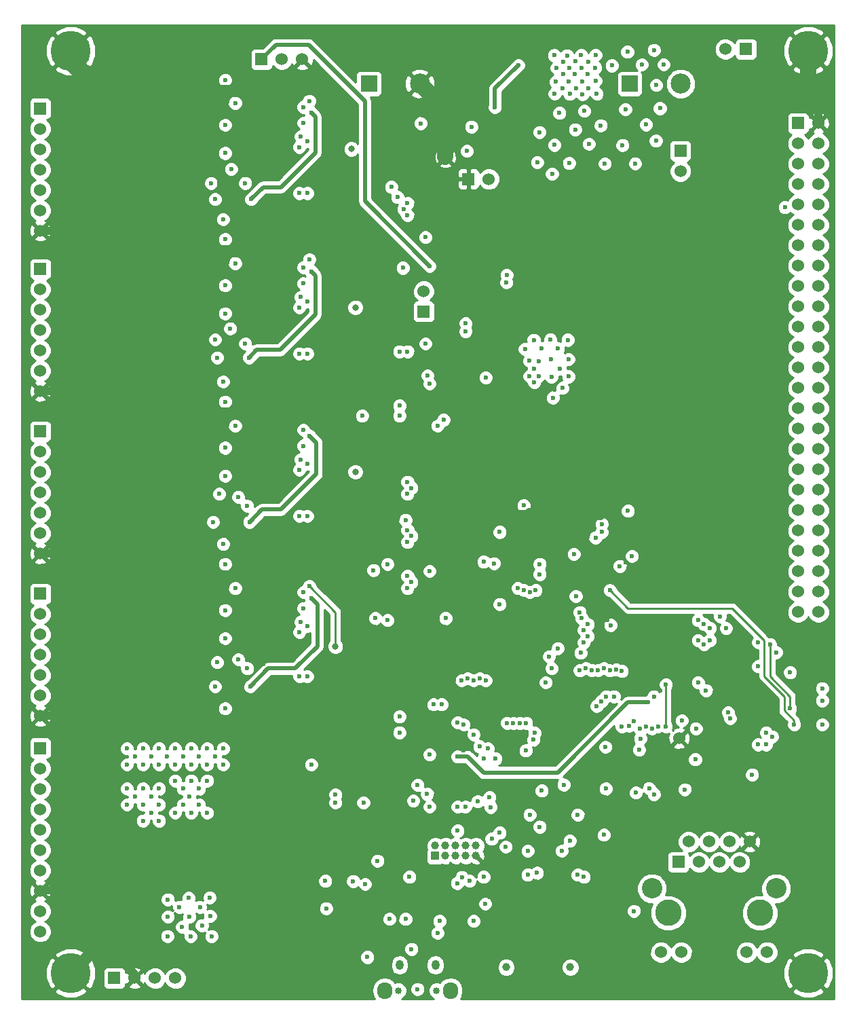
<source format=gbr>
G04 (created by PCBNEW (2013-05-18 BZR 4017)-stable) date Fri 12 Dec 2014 17:06:20 GMT*
%MOIN*%
G04 Gerber Fmt 3.4, Leading zero omitted, Abs format*
%FSLAX34Y34*%
G01*
G70*
G90*
G04 APERTURE LIST*
%ADD10C,0.00590551*%
%ADD11C,0.1969*%
%ADD12R,0.0787X0.0787*%
%ADD13C,0.0984*%
%ADD14O,0.0394X0.0492*%
%ADD15O,0.0748X0.0827*%
%ADD16C,0.0335*%
%ADD17R,0.06X0.06*%
%ADD18C,0.06*%
%ADD19R,0.0394X0.0394*%
%ADD20C,0.0394*%
%ADD21C,0.1299*%
%ADD22C,0.1*%
%ADD23C,0.0315*%
%ADD24C,0.0236*%
%ADD25C,0.02*%
%ADD26C,0.01*%
%ADD27C,0.08*%
%ADD28C,0.04*%
%ADD29C,0.06*%
%ADD30C,0.015*%
G04 APERTURE END LIST*
G54D10*
G54D11*
X2754Y1575D03*
G54D12*
X17390Y45236D03*
G54D13*
X19890Y45236D03*
G54D14*
X18905Y1968D03*
X20657Y1968D03*
G54D15*
X21395Y716D03*
X18167Y716D03*
G54D16*
X20716Y716D03*
X18846Y716D03*
G54D17*
X12114Y46430D03*
G54D18*
X13114Y46430D03*
X14114Y46430D03*
G54D17*
X1248Y44019D03*
G54D18*
X1248Y43019D03*
X1248Y42019D03*
X1248Y41019D03*
X1248Y40019D03*
X1248Y39019D03*
X1248Y38019D03*
G54D17*
X1248Y36143D03*
G54D18*
X1248Y35143D03*
X1248Y34143D03*
X1248Y33143D03*
X1248Y32143D03*
X1248Y31143D03*
X1248Y30143D03*
G54D17*
X1248Y28170D03*
G54D18*
X1248Y27170D03*
X1248Y26170D03*
X1248Y25170D03*
X1248Y24170D03*
X1248Y23170D03*
X1248Y22170D03*
G54D17*
X1248Y20199D03*
G54D18*
X1248Y19199D03*
X1248Y18199D03*
X1248Y17199D03*
X1248Y16199D03*
X1248Y15199D03*
X1248Y14199D03*
G54D17*
X35911Y46929D03*
G54D18*
X34911Y46929D03*
G54D19*
X20651Y7329D03*
G54D20*
X20651Y7829D03*
X21151Y7329D03*
X21151Y7829D03*
X21651Y7329D03*
X21651Y7829D03*
X22151Y7329D03*
X22151Y7829D03*
X22651Y7329D03*
X22651Y7829D03*
X24140Y1870D03*
X27282Y1870D03*
G54D17*
X38474Y43299D03*
G54D18*
X39474Y43299D03*
X38474Y38299D03*
X39474Y42299D03*
X38474Y37299D03*
X39474Y41299D03*
X38474Y36299D03*
X39474Y40299D03*
X38474Y35299D03*
X39474Y39299D03*
X38474Y34299D03*
X39474Y38299D03*
X38474Y33299D03*
X39474Y37299D03*
X38474Y32299D03*
X39474Y36299D03*
X38474Y31299D03*
X39474Y35299D03*
X38474Y30299D03*
X39474Y34299D03*
X38474Y29299D03*
X39474Y33299D03*
X38474Y28299D03*
X39474Y32299D03*
X39474Y31299D03*
X38474Y27299D03*
X39474Y30299D03*
X39474Y28299D03*
X39474Y27299D03*
X39474Y26299D03*
X39474Y25299D03*
X38474Y26299D03*
X38474Y25299D03*
X38474Y42299D03*
X38474Y41299D03*
X38474Y40299D03*
X38474Y39299D03*
X38474Y24299D03*
X39474Y24299D03*
X39474Y29299D03*
X38474Y23299D03*
X39474Y23299D03*
X38474Y22299D03*
X39474Y22299D03*
X38474Y21299D03*
X39474Y21299D03*
X38474Y20299D03*
X39474Y20299D03*
X38474Y19299D03*
X39474Y19299D03*
G54D21*
X32098Y4528D03*
X36598Y4528D03*
G54D18*
X36098Y8028D03*
X35600Y7028D03*
X35098Y8028D03*
X34600Y7028D03*
X34098Y8028D03*
X33600Y7028D03*
X33098Y8028D03*
G54D22*
X31298Y5729D03*
X37398Y5728D03*
G54D18*
X35956Y2599D03*
X32740Y2599D03*
X36956Y2599D03*
X31740Y2599D03*
G54D17*
X32600Y7028D03*
G54D23*
X16730Y26181D03*
X16533Y42028D03*
X16730Y34252D03*
X15746Y17618D03*
G54D17*
X32696Y41944D03*
G54D18*
X32696Y40944D03*
G54D17*
X20089Y34050D03*
G54D18*
X20089Y35050D03*
X32638Y13104D03*
X21148Y41630D03*
G54D17*
X22280Y40558D03*
G54D18*
X23280Y40558D03*
G54D12*
X30205Y45236D03*
G54D13*
X32705Y45236D03*
G54D17*
X4888Y1328D03*
G54D18*
X5888Y1328D03*
X6888Y1328D03*
X7888Y1328D03*
G54D17*
X1248Y12617D03*
G54D18*
X1248Y11617D03*
X1256Y10617D03*
X1248Y9617D03*
X1248Y8617D03*
X1248Y7617D03*
X1248Y6617D03*
X1248Y5617D03*
X1248Y4617D03*
X1248Y3617D03*
G54D11*
X38974Y46850D03*
X38974Y1575D03*
X2754Y46850D03*
G54D24*
X20176Y32480D03*
X36218Y11319D03*
X11569Y15650D03*
X30411Y4626D03*
X31159Y10650D03*
X13974Y24016D03*
X13974Y18307D03*
X11605Y39567D03*
X25293Y9350D03*
X9840Y15650D03*
X23129Y30807D03*
X14565Y11811D03*
X22144Y9744D03*
X13974Y34252D03*
X11529Y23720D03*
X25490Y32657D03*
X26773Y31236D03*
X14368Y18602D03*
X27655Y6398D03*
X26683Y32228D03*
X14565Y43799D03*
X26309Y32685D03*
X31396Y15157D03*
X14368Y31988D03*
X14466Y27953D03*
X25522Y30579D03*
X22833Y12697D03*
X15297Y4752D03*
X13974Y42126D03*
X29722Y21555D03*
X13974Y26280D03*
X20372Y12303D03*
X23375Y9725D03*
X26360Y30854D03*
X27195Y31709D03*
X28935Y8366D03*
X18896Y32087D03*
X27262Y8071D03*
X33561Y15846D03*
X14368Y34547D03*
X14368Y24016D03*
X25742Y30890D03*
X14368Y42421D03*
X39663Y13780D03*
X23620Y12106D03*
X26868Y7579D03*
X20766Y3543D03*
X25498Y31232D03*
X14368Y26575D03*
X13974Y16142D03*
X25648Y6496D03*
X14565Y19980D03*
X21750Y9744D03*
X37399Y17323D03*
X25864Y32232D03*
X20372Y9744D03*
X13974Y31988D03*
X13974Y39862D03*
X23029Y21772D03*
X11506Y31791D03*
X22207Y41933D03*
X32911Y10591D03*
X25270Y30882D03*
X24112Y7776D03*
X26435Y29827D03*
X23817Y8465D03*
X26903Y30299D03*
X9742Y23720D03*
X14368Y16142D03*
X27195Y30862D03*
X33955Y15453D03*
X27655Y9350D03*
X18896Y29429D03*
X14565Y36024D03*
X25289Y31630D03*
X39663Y14961D03*
X25057Y32213D03*
X25746Y31626D03*
X9840Y39567D03*
X22045Y13780D03*
X27159Y32661D03*
X26333Y31717D03*
X9939Y31791D03*
X14368Y39862D03*
X33462Y13583D03*
X24148Y35480D03*
X26390Y40813D03*
X22139Y33470D03*
X15746Y9941D03*
X19940Y43294D03*
X22144Y33071D03*
X22431Y43122D03*
X19388Y6299D03*
X24159Y35846D03*
X17124Y9941D03*
X17813Y7087D03*
X23541Y21693D03*
X21750Y12205D03*
X31100Y14862D03*
X21750Y13878D03*
X18305Y18898D03*
X30313Y22047D03*
X23029Y12106D03*
X20374Y36283D03*
X28640Y16437D03*
X29525Y16476D03*
X29821Y16398D03*
X17204Y5946D03*
X25531Y13366D03*
X29014Y12677D03*
X28581Y14685D03*
X28817Y14921D03*
X28344Y16437D03*
X30090Y46798D03*
X27884Y44713D03*
X31510Y45168D03*
X27259Y44731D03*
X27241Y46009D03*
X28541Y45374D03*
X26510Y42228D03*
X27970Y43898D03*
X29850Y42218D03*
X26917Y44996D03*
X26516Y44749D03*
X28780Y43188D03*
X27230Y41338D03*
X28172Y45001D03*
X27530Y42988D03*
X28980Y41308D03*
X28141Y45716D03*
X26935Y45703D03*
X30470Y41318D03*
X26615Y46009D03*
X28172Y46301D03*
X25770Y42858D03*
X31870Y46178D03*
X28523Y46648D03*
X26570Y45334D03*
X31010Y43228D03*
X27205Y45356D03*
X27821Y46639D03*
X28519Y46018D03*
X31490Y42438D03*
X29330Y46128D03*
X31400Y46888D03*
X26930Y46319D03*
X27560Y45010D03*
X28200Y42278D03*
X30800Y46178D03*
X28582Y44740D03*
X26750Y43798D03*
X27124Y46621D03*
X27884Y45347D03*
X26498Y46634D03*
X27853Y46013D03*
X29990Y43978D03*
X27542Y46328D03*
X27518Y45709D03*
X25660Y41378D03*
X31690Y44028D03*
X28525Y22953D03*
X32768Y13982D03*
X18896Y13386D03*
X20962Y14764D03*
X18896Y14173D03*
X20569Y14764D03*
X5510Y12598D03*
X6298Y9843D03*
X8659Y12598D03*
X7085Y9843D03*
X9447Y11811D03*
X6691Y9449D03*
X7872Y11811D03*
X8659Y11024D03*
X8659Y11811D03*
X8266Y12205D03*
X5903Y12205D03*
X6691Y10236D03*
X9447Y11024D03*
X6297Y9055D03*
X7872Y9449D03*
X7478Y12205D03*
X8266Y10630D03*
X5510Y10630D03*
X7085Y10630D03*
X9840Y12205D03*
X10234Y12598D03*
X7872Y11024D03*
X8266Y9843D03*
X9447Y12598D03*
X6297Y10630D03*
X7085Y12598D03*
X6297Y12598D03*
X5903Y10236D03*
X7085Y11811D03*
X9053Y10630D03*
X7085Y9055D03*
X9053Y9843D03*
X6297Y11811D03*
X6691Y12205D03*
X8659Y9449D03*
X8561Y10236D03*
X7872Y12598D03*
X10234Y11811D03*
X9447Y9449D03*
X5510Y11811D03*
X5510Y9843D03*
X9053Y12205D03*
X10825Y20472D03*
X19486Y20768D03*
X19289Y20472D03*
X9939Y16831D03*
X15746Y10335D03*
X19787Y10813D03*
X17616Y21358D03*
X14466Y20571D03*
X19289Y21063D03*
X14171Y20276D03*
X17714Y18996D03*
X10333Y14567D03*
X23108Y4980D03*
X38088Y14567D03*
X37104Y17717D03*
X29230Y20374D03*
X38285Y13780D03*
X38088Y16339D03*
X34939Y18504D03*
X34644Y19094D03*
X39663Y15551D03*
X33856Y17717D03*
X33856Y18701D03*
X33561Y18898D03*
X33561Y17913D03*
X34151Y17913D03*
X34151Y18504D03*
X9660Y3388D03*
X8640Y3378D03*
X8563Y4331D03*
X7520Y4348D03*
X8220Y3848D03*
X8080Y4818D03*
X8540Y5268D03*
X9570Y5288D03*
X9090Y4818D03*
X9190Y3918D03*
X9600Y4378D03*
X7520Y5188D03*
X7500Y3388D03*
X22732Y10004D03*
X15254Y6102D03*
X19573Y10039D03*
X23226Y12598D03*
X12596Y40748D03*
X7675Y41437D03*
X12201Y35825D03*
X32720Y36988D03*
X39663Y13189D03*
X31700Y37938D03*
X27990Y39198D03*
X28040Y36988D03*
X29510Y36718D03*
X11809Y44685D03*
X26980Y35918D03*
X11809Y24902D03*
X23325Y10827D03*
X29940Y38248D03*
X21356Y17323D03*
X12596Y27657D03*
X28640Y2047D03*
X12200Y16735D03*
X30740Y38258D03*
X28880Y35428D03*
X25890Y37018D03*
X30860Y36288D03*
X33260Y35958D03*
X26940Y38118D03*
X15352Y17815D03*
X29100Y36298D03*
X12596Y16929D03*
X11809Y34252D03*
X29130Y38278D03*
X12596Y28051D03*
X22045Y12500D03*
X21455Y30118D03*
X18207Y16634D03*
X15155Y7283D03*
X12596Y41535D03*
X30380Y36698D03*
X12596Y17323D03*
X28130Y34738D03*
X15155Y12008D03*
X29970Y36288D03*
X34469Y39243D03*
X12596Y33268D03*
X11809Y20079D03*
X13384Y20965D03*
X22844Y32280D03*
X7675Y28051D03*
X11809Y28051D03*
X7675Y17618D03*
X13777Y20768D03*
X12596Y42126D03*
X25970Y34708D03*
X12203Y19291D03*
X2090Y45253D03*
X20766Y6299D03*
X12596Y20079D03*
X11415Y20768D03*
X13384Y36909D03*
X30820Y37318D03*
X28718Y30657D03*
X12203Y26673D03*
X19880Y16535D03*
X8561Y22244D03*
X12202Y40945D03*
X33750Y37938D03*
X12201Y33071D03*
X29090Y37348D03*
X30270Y37758D03*
X7675Y19783D03*
X29990Y37318D03*
X11809Y26969D03*
X11022Y28937D03*
X40057Y11811D03*
X29790Y34398D03*
X4470Y15717D03*
X25910Y39158D03*
X11809Y33661D03*
X12203Y20768D03*
X38285Y10236D03*
X12596Y25295D03*
X19978Y14567D03*
X13777Y44488D03*
X12200Y17520D03*
X4364Y39161D03*
X12202Y41339D03*
X8297Y45787D03*
X14171Y36909D03*
X11418Y28737D03*
X31750Y34458D03*
X15451Y25787D03*
X12990Y20768D03*
X23325Y23622D03*
X36514Y14764D03*
X30720Y35308D03*
X17419Y20472D03*
X7675Y41142D03*
X11809Y41535D03*
X24136Y41913D03*
X4399Y42583D03*
X11809Y27657D03*
X12596Y18996D03*
X11809Y33268D03*
X7675Y35433D03*
X10037Y24311D03*
X11809Y43898D03*
X12203Y35236D03*
X15451Y33858D03*
X13777Y36713D03*
X12200Y25492D03*
X21573Y15945D03*
X11809Y36024D03*
X15943Y36319D03*
X39565Y17323D03*
X33561Y14469D03*
X7675Y43307D03*
X14171Y20965D03*
X12596Y43898D03*
X12201Y33465D03*
X7380Y21161D03*
X8167Y37598D03*
X12596Y33661D03*
X21356Y5118D03*
X12200Y27851D03*
X18599Y36210D03*
X11809Y25689D03*
X28777Y5295D03*
X12596Y26969D03*
X19880Y18406D03*
X29090Y18923D03*
X21456Y31299D03*
X7380Y37106D03*
X11022Y44685D03*
X11809Y42126D03*
X7675Y25295D03*
X11022Y36909D03*
X12596Y26378D03*
X12596Y20965D03*
X12990Y44488D03*
X7675Y33563D03*
X15844Y28248D03*
X12202Y43700D03*
X12201Y36711D03*
X31700Y36068D03*
X11809Y18996D03*
X25884Y9350D03*
X11415Y36713D03*
X4415Y26689D03*
X12596Y41142D03*
X12990Y28740D03*
X38384Y9449D03*
X11809Y16929D03*
X11809Y28937D03*
X4482Y18697D03*
X7675Y27756D03*
X11809Y42815D03*
X12596Y17717D03*
X23305Y14173D03*
X12203Y41831D03*
X6691Y37598D03*
X12200Y24708D03*
X7675Y20079D03*
X12596Y24902D03*
X12203Y34547D03*
X12596Y18406D03*
X20372Y19882D03*
X7380Y29134D03*
X11809Y35630D03*
X15549Y20866D03*
X34469Y38130D03*
X11809Y26378D03*
X24132Y20079D03*
X23325Y5315D03*
X18994Y2756D03*
X11415Y44488D03*
X12596Y28937D03*
X12596Y36024D03*
X4433Y34597D03*
X12990Y36713D03*
X6494Y29626D03*
X15451Y41634D03*
X14171Y28937D03*
X24782Y6496D03*
X11809Y25295D03*
X12203Y27264D03*
X14171Y44685D03*
X12596Y44685D03*
X11809Y36909D03*
X12596Y32874D03*
X33462Y11614D03*
X15175Y7801D03*
X15155Y787D03*
X7675Y35728D03*
X4356Y37909D03*
X37203Y10531D03*
X12596Y35630D03*
X13384Y28937D03*
X7675Y33268D03*
X35431Y11909D03*
X12202Y40552D03*
X12596Y34252D03*
X20273Y29823D03*
X20273Y31398D03*
X9939Y16339D03*
X12596Y34941D03*
X4344Y31445D03*
X7675Y43602D03*
X38167Y7815D03*
X13384Y44685D03*
X12203Y18701D03*
X12203Y42520D03*
X19978Y12303D03*
X12203Y43110D03*
X11809Y20965D03*
X11809Y43504D03*
X4372Y23350D03*
X21800Y10666D03*
X12203Y33957D03*
X31691Y15453D03*
X27065Y9350D03*
X12596Y36909D03*
X12596Y42815D03*
X9939Y32185D03*
X12203Y26083D03*
X7380Y22146D03*
X11809Y19685D03*
X11809Y17323D03*
X21456Y30807D03*
X11022Y20965D03*
X22833Y14764D03*
X15844Y44094D03*
X32872Y14567D03*
X7427Y45280D03*
X22833Y23228D03*
X17616Y15650D03*
X15155Y12402D03*
X12200Y28737D03*
X4336Y29870D03*
X11809Y32874D03*
X4348Y22098D03*
X23620Y13878D03*
X8266Y29626D03*
X36415Y9744D03*
X39663Y12598D03*
X12200Y17126D03*
X19092Y24409D03*
X11809Y34941D03*
X27592Y29252D03*
X12201Y32679D03*
X15451Y12697D03*
X13777Y28740D03*
X6510Y45744D03*
X18403Y18209D03*
X16730Y4626D03*
X11809Y41142D03*
X12200Y25098D03*
X30018Y21752D03*
X11809Y18406D03*
X26474Y9350D03*
X27262Y8760D03*
X12596Y25689D03*
X12202Y44487D03*
X39663Y14370D03*
X7675Y25591D03*
X12203Y18110D03*
X18699Y22047D03*
X12203Y19882D03*
X12596Y43504D03*
X7675Y17913D03*
X12596Y19685D03*
X29560Y37758D03*
X10037Y40354D03*
X11809Y40748D03*
X11809Y17717D03*
X25195Y6398D03*
X25195Y7579D03*
X31986Y13681D03*
X31986Y15748D03*
X27951Y6299D03*
X21947Y15945D03*
X27557Y20079D03*
X30510Y10433D03*
X22537Y15945D03*
X21750Y8563D03*
X22833Y16043D03*
X22242Y16043D03*
X14053Y18819D03*
X14171Y19488D03*
X14171Y43307D03*
X14053Y42638D03*
X14171Y35433D03*
X14053Y34764D03*
X14171Y27461D03*
X14053Y26791D03*
X23581Y44075D03*
X24742Y46142D03*
X37203Y13189D03*
X36907Y12795D03*
X35037Y14370D03*
X36514Y12795D03*
X35136Y14075D03*
X36514Y16634D03*
X36514Y17815D03*
X36907Y13386D03*
X19781Y787D03*
X25470Y13030D03*
X33423Y12067D03*
X24998Y20374D03*
X24703Y20472D03*
X28836Y23622D03*
X27459Y22146D03*
X27754Y16437D03*
X28049Y16535D03*
X26237Y17114D03*
X16622Y6088D03*
X27798Y17298D03*
X23321Y10207D03*
X29264Y18661D03*
X20255Y10372D03*
X29053Y15157D03*
X29427Y15157D03*
X29821Y13681D03*
X30175Y13720D03*
X30411Y13957D03*
X30707Y13583D03*
X31002Y13681D03*
X31297Y13583D03*
X31592Y13681D03*
X24171Y13858D03*
X27754Y19291D03*
X24486Y13858D03*
X24801Y13858D03*
X25116Y13858D03*
X25096Y12500D03*
X19059Y36195D03*
X20374Y21315D03*
X18494Y40170D03*
X22537Y4134D03*
X17321Y2362D03*
X37829Y39173D03*
X23128Y15945D03*
X25785Y21654D03*
X25588Y20374D03*
X27951Y17815D03*
X28148Y18110D03*
X28148Y18701D03*
X27852Y18996D03*
X27951Y18406D03*
X20766Y28445D03*
X23817Y19685D03*
X23817Y23228D03*
X20273Y30906D03*
X29230Y16437D03*
X21061Y28740D03*
X20372Y30512D03*
X28935Y16535D03*
X25785Y21161D03*
X25293Y20276D03*
X23423Y8169D03*
X22340Y6102D03*
X23029Y6299D03*
X22537Y13287D03*
X26376Y16535D03*
X19486Y2756D03*
X20864Y4134D03*
X21962Y6285D03*
X21733Y5993D03*
X26081Y15846D03*
X21159Y18996D03*
X24998Y24528D03*
X19191Y4232D03*
X18403Y4232D03*
X25884Y10531D03*
X25785Y8760D03*
X31396Y10354D03*
X26966Y10827D03*
X30118Y24264D03*
X28836Y23228D03*
X30667Y12539D03*
X29033Y10630D03*
X10334Y41829D03*
X10333Y18012D03*
X10333Y19390D03*
X10579Y33218D03*
X10333Y25984D03*
X11317Y32480D03*
X10333Y45417D03*
X10333Y35335D03*
X10333Y27362D03*
X10333Y37598D03*
X10972Y16978D03*
X11415Y24508D03*
X10333Y43209D03*
X10333Y33957D03*
X11317Y40354D03*
X11415Y16535D03*
X10333Y29626D03*
X10972Y24951D03*
X10333Y21654D03*
X10628Y41043D03*
X10825Y28445D03*
X19486Y23031D03*
X10037Y25098D03*
X19289Y22736D03*
X18896Y28937D03*
X17065Y28937D03*
X19289Y23327D03*
X14171Y28248D03*
X10234Y22638D03*
X18305Y21654D03*
X19486Y25394D03*
X10825Y36417D03*
X19289Y25098D03*
X9840Y32677D03*
X19289Y32087D03*
X14466Y36614D03*
X19289Y25689D03*
X14171Y36220D03*
X10234Y30610D03*
X19191Y23819D03*
X10825Y44291D03*
X19092Y39075D03*
X9644Y40354D03*
X19289Y38780D03*
X14466Y44390D03*
X18797Y39665D03*
X14171Y44094D03*
X19289Y39370D03*
X10234Y38583D03*
X30726Y13091D03*
X26671Y17520D03*
X20175Y37697D03*
G54D25*
X14801Y26063D02*
X14801Y27618D01*
X12281Y32165D02*
X13029Y32165D01*
X12140Y24331D02*
X12399Y24331D01*
X14762Y35827D02*
X14565Y36024D01*
X12195Y40157D02*
X12399Y40157D01*
X11605Y39567D02*
X12195Y40157D01*
X13069Y24331D02*
X14801Y26063D01*
X12399Y40157D02*
X13068Y40157D01*
X11880Y32165D02*
X12281Y32165D01*
X13068Y40157D02*
X14762Y41851D01*
X11506Y31791D02*
X11880Y32165D01*
X12399Y24331D02*
X13069Y24331D01*
X14860Y19685D02*
X14565Y19980D01*
X14762Y33898D02*
X14762Y35827D01*
X14762Y41851D02*
X14762Y43602D01*
X14801Y27618D02*
X14466Y27953D01*
X14762Y43602D02*
X14565Y43799D01*
X12454Y16535D02*
X12694Y16535D01*
X12694Y16535D02*
X13777Y16535D01*
X13777Y16535D02*
X14860Y17618D01*
X14860Y17618D02*
X14860Y19685D01*
X11569Y15650D02*
X12454Y16535D01*
X13029Y32165D02*
X14762Y33898D01*
X11529Y23720D02*
X12140Y24331D01*
X30116Y14862D02*
X31100Y14862D01*
X22242Y12205D02*
X23030Y11417D01*
X26671Y11417D02*
X30116Y14862D01*
X21750Y12205D02*
X22242Y12205D01*
X23030Y11417D02*
X26671Y11417D01*
X12824Y47140D02*
X12114Y46430D01*
X17194Y44370D02*
X14424Y47140D01*
X17194Y39463D02*
X17194Y44370D01*
X20374Y36283D02*
X17194Y39463D01*
X14424Y47140D02*
X12824Y47140D01*
G54D26*
X15746Y19291D02*
X14466Y20571D01*
X15746Y17618D02*
X15746Y19291D01*
X37104Y16142D02*
X37104Y17717D01*
X38088Y15158D02*
X37104Y16142D01*
X38088Y14567D02*
X38088Y15158D01*
X36809Y16142D02*
X36809Y17913D01*
X37793Y15158D02*
X36809Y16142D01*
X31100Y19488D02*
X35234Y19488D01*
X31100Y19488D02*
X30116Y19488D01*
X31100Y19488D02*
X31100Y19489D01*
X36809Y17913D02*
X35234Y19488D01*
X37793Y14469D02*
X37793Y15158D01*
X38285Y13977D02*
X37793Y14469D01*
X38285Y13780D02*
X38285Y13977D01*
X30116Y19488D02*
X29230Y20374D01*
G54D27*
X2754Y46850D02*
X2754Y46277D01*
X2754Y46277D02*
X3502Y45529D01*
G54D28*
X1248Y30143D02*
X3618Y30143D01*
G54D29*
X3640Y45391D02*
X3651Y45402D01*
X3640Y34598D02*
X3640Y36417D01*
G54D30*
X3502Y45253D02*
X3640Y45391D01*
G54D27*
X19890Y45236D02*
X21148Y43978D01*
G54D30*
X4399Y42583D02*
X4010Y42583D01*
X2090Y45253D02*
X3502Y45253D01*
G54D27*
X3502Y45529D02*
X3502Y45253D01*
G54D29*
X3640Y37272D02*
X3640Y37626D01*
X3640Y26685D02*
X3640Y28543D01*
G54D25*
X9939Y32185D02*
X9545Y32185D01*
G54D27*
X21148Y43978D02*
X21148Y41630D01*
G54D25*
X8462Y33268D02*
X7675Y33268D01*
G54D28*
X3618Y30143D02*
X3620Y30141D01*
G54D30*
X4010Y42583D02*
X3640Y42213D01*
G54D25*
X28718Y30657D02*
X29033Y30020D01*
G54D30*
X3640Y15717D02*
X4470Y15717D01*
G54D29*
X3640Y29626D02*
X3640Y29992D01*
G54D30*
X4478Y18693D02*
X4482Y18697D01*
X3963Y39161D02*
X3640Y38838D01*
G54D29*
X3640Y42213D02*
X3640Y45079D01*
X8561Y29626D02*
X9152Y29035D01*
G54D30*
X3747Y37909D02*
X3637Y38019D01*
G54D25*
X10037Y40650D02*
X9545Y41142D01*
G54D29*
X3620Y30141D02*
X3640Y29626D01*
G54D30*
X3640Y18693D02*
X4478Y18693D01*
G54D28*
X1248Y22170D02*
X3568Y22170D01*
X1248Y38019D02*
X3637Y38019D01*
G54D30*
X4391Y42575D02*
X4399Y42583D01*
G54D28*
X3640Y38019D02*
X3640Y38016D01*
G54D29*
X29055Y24431D02*
X28738Y24114D01*
X11711Y29035D02*
X11809Y28937D01*
X3640Y32625D02*
X3640Y32579D01*
X3640Y20625D02*
X3640Y21654D01*
G54D28*
X11613Y21161D02*
X11809Y20965D01*
G54D29*
X3640Y38016D02*
X3640Y38838D01*
X11710Y37008D02*
X11809Y36909D01*
X3640Y36417D02*
X3640Y37272D01*
X3640Y37626D02*
X3640Y38016D01*
G54D28*
X3568Y22170D02*
X3640Y22098D01*
G54D25*
X9742Y16339D02*
X8463Y17618D01*
G54D29*
X9152Y29035D02*
X11711Y29035D01*
X3640Y45079D02*
X3640Y45391D01*
X3640Y38838D02*
X3640Y42213D01*
G54D25*
X29055Y29724D02*
X27163Y29724D01*
G54D28*
X1248Y14199D02*
X3469Y14199D01*
X3640Y37625D02*
X3640Y37626D01*
G54D29*
X3640Y24606D02*
X3640Y26685D01*
X3640Y34598D02*
X3640Y32579D01*
G54D28*
X3469Y14199D02*
X3640Y14370D01*
G54D29*
X8856Y37008D02*
X11710Y37008D01*
G54D30*
X4364Y39161D02*
X3963Y39161D01*
G54D29*
X3640Y31449D02*
X3640Y32579D01*
G54D25*
X10037Y24311D02*
X9643Y24311D01*
G54D28*
X3637Y38019D02*
X3640Y38019D01*
G54D25*
X8659Y25295D02*
X7675Y25295D01*
G54D29*
X28718Y30657D02*
X29055Y24431D01*
G54D30*
X4356Y37909D02*
X3747Y37909D01*
X3640Y31449D02*
X4340Y31449D01*
G54D29*
X8364Y45472D02*
X8954Y44882D01*
G54D25*
X9545Y41142D02*
X7675Y41142D01*
G54D26*
X14171Y28937D02*
X15155Y28937D01*
G54D29*
X3640Y15717D02*
X3640Y18693D01*
G54D25*
X9643Y24311D02*
X8659Y25295D01*
G54D27*
X38974Y46850D02*
X38974Y45522D01*
G54D25*
X9545Y32185D02*
X8462Y33268D01*
G54D30*
X3640Y26685D02*
X4411Y26685D01*
G54D29*
X3640Y18693D02*
X3640Y20625D01*
X3640Y28543D02*
X3640Y29626D01*
G54D28*
X1289Y5658D02*
X1248Y5617D01*
G54D29*
X25293Y24114D02*
X25195Y24016D01*
X8266Y29626D02*
X8561Y29626D01*
G54D25*
X22242Y29331D02*
X21455Y30118D01*
G54D29*
X3640Y14370D02*
X3640Y14428D01*
G54D25*
X10037Y40354D02*
X10037Y40650D01*
G54D29*
X3640Y14428D02*
X3640Y5658D01*
G54D28*
X39474Y43299D02*
X39474Y43884D01*
G54D30*
X4340Y31449D02*
X4344Y31445D01*
G54D29*
X3640Y29992D02*
X3640Y31449D01*
X3640Y28625D02*
X3640Y28543D01*
X3640Y21654D02*
X3640Y22098D01*
G54D30*
X3640Y34598D02*
X4433Y34597D01*
G54D28*
X5888Y1328D02*
X5888Y1541D01*
X3676Y2675D02*
X3640Y2639D01*
X4754Y2675D02*
X3676Y2675D01*
X5888Y1541D02*
X4754Y2675D01*
G54D29*
X3640Y3193D02*
X3640Y2639D01*
X3640Y2639D02*
X3640Y2461D01*
G54D26*
X15155Y28937D02*
X15844Y28248D01*
G54D29*
X4230Y13780D02*
X17518Y13780D01*
X8954Y44882D02*
X11612Y44882D01*
X8167Y37598D02*
X8266Y37598D01*
G54D30*
X3640Y22098D02*
X4348Y22098D01*
G54D28*
X39474Y43884D02*
X38495Y44863D01*
G54D29*
X3640Y21625D02*
X3640Y21654D01*
X3640Y14428D02*
X3640Y15717D01*
G54D28*
X7380Y21161D02*
X11613Y21161D01*
X38495Y44863D02*
X38315Y44863D01*
G54D27*
X38974Y45522D02*
X38315Y44863D01*
G54D30*
X4214Y29992D02*
X4336Y29870D01*
G54D29*
X17518Y13780D02*
X17616Y13878D01*
X3620Y30141D02*
X3640Y29626D01*
G54D25*
X8463Y17618D02*
X7675Y17618D01*
G54D29*
X3640Y5658D02*
X3640Y5128D01*
X3640Y2461D02*
X2754Y1575D01*
X3640Y22555D02*
X3640Y23354D01*
X3640Y22098D02*
X3640Y22555D01*
X3640Y5128D02*
X3640Y3193D01*
X17616Y13878D02*
X17616Y15650D01*
X25195Y24016D02*
X23719Y24016D01*
X3640Y28625D02*
X3640Y28543D01*
X28738Y24114D02*
X25293Y24114D01*
G54D30*
X4411Y26685D02*
X4415Y26689D01*
G54D29*
X3640Y23354D02*
X3640Y24606D01*
G54D30*
X4348Y37917D02*
X4356Y37909D01*
X3640Y29992D02*
X4214Y29992D01*
G54D27*
X38315Y44863D02*
X37100Y43648D01*
X37100Y43648D02*
X37100Y41548D01*
G54D25*
X27163Y29724D02*
X26770Y29331D01*
G54D29*
X3640Y14370D02*
X4230Y13780D01*
G54D28*
X3640Y5658D02*
X1289Y5658D01*
G54D29*
X8297Y45787D02*
X8364Y45472D01*
G54D25*
X26770Y29331D02*
X22242Y29331D01*
G54D29*
X23719Y24016D02*
X23325Y23622D01*
G54D30*
X4368Y23354D02*
X4372Y23350D01*
G54D29*
X8266Y37598D02*
X8856Y37008D01*
G54D25*
X9939Y16339D02*
X9742Y16339D01*
G54D30*
X3640Y23354D02*
X4368Y23354D01*
G54D26*
X31986Y13681D02*
X31986Y15748D01*
G54D25*
X23581Y44075D02*
X23581Y45000D01*
X23581Y45000D02*
X24742Y46142D01*
G54D10*
G36*
X21207Y7306D02*
X21156Y7254D01*
X21151Y7260D01*
X21145Y7254D01*
X21098Y7302D01*
X21098Y7355D01*
X21124Y7382D01*
X21177Y7381D01*
X21204Y7355D01*
X21207Y7306D01*
X21207Y7306D01*
G37*
G54D26*
X21207Y7306D02*
X21156Y7254D01*
X21151Y7260D01*
X21145Y7254D01*
X21098Y7302D01*
X21098Y7355D01*
X21124Y7382D01*
X21177Y7381D01*
X21204Y7355D01*
X21207Y7306D01*
G54D10*
G36*
X21704Y7355D02*
X21703Y7302D01*
X21656Y7254D01*
X21651Y7260D01*
X21645Y7254D01*
X21597Y7302D01*
X21594Y7351D01*
X21624Y7382D01*
X21677Y7381D01*
X21704Y7355D01*
X21704Y7355D01*
G37*
G54D26*
X21704Y7355D02*
X21703Y7302D01*
X21656Y7254D01*
X21651Y7260D01*
X21645Y7254D01*
X21597Y7302D01*
X21594Y7351D01*
X21624Y7382D01*
X21677Y7381D01*
X21704Y7355D01*
G54D10*
G36*
X40224Y325D02*
X40205Y325D01*
X40205Y1819D01*
X40205Y47094D01*
X40018Y47546D01*
X40017Y47548D01*
X39851Y47659D01*
X39783Y47590D01*
X39783Y47727D01*
X39672Y47893D01*
X39219Y48081D01*
X38729Y48081D01*
X38277Y47894D01*
X38275Y47893D01*
X38164Y47727D01*
X38974Y46918D01*
X39783Y47727D01*
X39783Y47590D01*
X39042Y46850D01*
X39851Y46040D01*
X40017Y46151D01*
X40205Y46604D01*
X40205Y47094D01*
X40205Y1819D01*
X40031Y2241D01*
X40031Y13852D01*
X40031Y15033D01*
X39975Y15169D01*
X39888Y15256D01*
X39974Y15342D01*
X40030Y15477D01*
X40031Y15623D01*
X40025Y15637D01*
X40025Y43216D01*
X40015Y43433D01*
X39951Y43586D01*
X39857Y43613D01*
X39788Y43545D01*
X39788Y43682D01*
X39783Y43701D01*
X39783Y45972D01*
X38974Y46781D01*
X38905Y46713D01*
X38905Y46850D01*
X38096Y47659D01*
X37930Y47548D01*
X37742Y47095D01*
X37742Y46605D01*
X37929Y46153D01*
X37930Y46151D01*
X38096Y46040D01*
X38905Y46850D01*
X38905Y46713D01*
X38164Y45972D01*
X38275Y45806D01*
X38728Y45618D01*
X39218Y45618D01*
X39670Y45805D01*
X39672Y45806D01*
X39783Y45972D01*
X39783Y43701D01*
X39761Y43776D01*
X39556Y43850D01*
X39339Y43840D01*
X39186Y43776D01*
X39159Y43682D01*
X39474Y43367D01*
X39788Y43682D01*
X39788Y43545D01*
X39542Y43299D01*
X39857Y42984D01*
X39951Y43011D01*
X40025Y43216D01*
X40025Y15637D01*
X40024Y15640D01*
X40024Y19407D01*
X39940Y19610D01*
X39785Y19764D01*
X39704Y19798D01*
X39785Y19832D01*
X39939Y19987D01*
X40023Y20189D01*
X40024Y20407D01*
X39940Y20610D01*
X39785Y20764D01*
X39704Y20798D01*
X39785Y20832D01*
X39939Y20987D01*
X40023Y21189D01*
X40024Y21407D01*
X39940Y21610D01*
X39785Y21764D01*
X39704Y21798D01*
X39785Y21832D01*
X39939Y21987D01*
X40023Y22189D01*
X40024Y22407D01*
X39940Y22610D01*
X39785Y22764D01*
X39704Y22798D01*
X39785Y22832D01*
X39939Y22987D01*
X40023Y23189D01*
X40024Y23407D01*
X39940Y23610D01*
X39785Y23764D01*
X39704Y23798D01*
X39785Y23832D01*
X39939Y23987D01*
X40023Y24189D01*
X40024Y24407D01*
X39940Y24610D01*
X39785Y24764D01*
X39704Y24798D01*
X39785Y24832D01*
X39939Y24987D01*
X40023Y25189D01*
X40024Y25407D01*
X39940Y25610D01*
X39785Y25764D01*
X39704Y25798D01*
X39785Y25832D01*
X39939Y25987D01*
X40023Y26189D01*
X40024Y26407D01*
X39940Y26610D01*
X39785Y26764D01*
X39704Y26798D01*
X39785Y26832D01*
X39939Y26987D01*
X40023Y27189D01*
X40024Y27407D01*
X39940Y27610D01*
X39785Y27764D01*
X39704Y27798D01*
X39785Y27832D01*
X39939Y27987D01*
X40023Y28189D01*
X40024Y28407D01*
X39940Y28610D01*
X39785Y28764D01*
X39704Y28798D01*
X39785Y28832D01*
X39939Y28987D01*
X40023Y29189D01*
X40024Y29407D01*
X39940Y29610D01*
X39785Y29764D01*
X39704Y29798D01*
X39785Y29832D01*
X39939Y29987D01*
X40023Y30189D01*
X40024Y30407D01*
X39940Y30610D01*
X39785Y30764D01*
X39704Y30798D01*
X39785Y30832D01*
X39939Y30987D01*
X40023Y31189D01*
X40024Y31407D01*
X39940Y31610D01*
X39785Y31764D01*
X39704Y31798D01*
X39785Y31832D01*
X39939Y31987D01*
X40023Y32189D01*
X40024Y32407D01*
X39940Y32610D01*
X39785Y32764D01*
X39704Y32798D01*
X39785Y32832D01*
X39939Y32987D01*
X40023Y33189D01*
X40024Y33407D01*
X39940Y33610D01*
X39785Y33764D01*
X39704Y33798D01*
X39785Y33832D01*
X39939Y33987D01*
X40023Y34189D01*
X40024Y34407D01*
X39940Y34610D01*
X39785Y34764D01*
X39704Y34798D01*
X39785Y34832D01*
X39939Y34987D01*
X40023Y35189D01*
X40024Y35407D01*
X39940Y35610D01*
X39785Y35764D01*
X39704Y35798D01*
X39785Y35832D01*
X39939Y35987D01*
X40023Y36189D01*
X40024Y36407D01*
X39940Y36610D01*
X39785Y36764D01*
X39704Y36798D01*
X39785Y36832D01*
X39939Y36987D01*
X40023Y37189D01*
X40024Y37407D01*
X39940Y37610D01*
X39785Y37764D01*
X39704Y37798D01*
X39785Y37832D01*
X39939Y37987D01*
X40023Y38189D01*
X40024Y38407D01*
X39940Y38610D01*
X39785Y38764D01*
X39704Y38798D01*
X39785Y38832D01*
X39939Y38987D01*
X40023Y39189D01*
X40024Y39407D01*
X39940Y39610D01*
X39785Y39764D01*
X39704Y39798D01*
X39785Y39832D01*
X39939Y39987D01*
X40023Y40189D01*
X40024Y40407D01*
X39940Y40610D01*
X39785Y40764D01*
X39704Y40798D01*
X39785Y40832D01*
X39939Y40987D01*
X40023Y41189D01*
X40024Y41407D01*
X39940Y41610D01*
X39785Y41764D01*
X39704Y41798D01*
X39785Y41832D01*
X39939Y41987D01*
X40023Y42189D01*
X40024Y42407D01*
X39940Y42610D01*
X39785Y42764D01*
X39705Y42798D01*
X39761Y42821D01*
X39788Y42915D01*
X39474Y43230D01*
X39159Y42915D01*
X39186Y42821D01*
X39245Y42799D01*
X39162Y42765D01*
X39008Y42610D01*
X38974Y42529D01*
X38940Y42610D01*
X38801Y42748D01*
X38823Y42748D01*
X38915Y42786D01*
X38985Y42857D01*
X39023Y42949D01*
X39024Y43003D01*
X39090Y42984D01*
X39405Y43299D01*
X39090Y43613D01*
X39024Y43594D01*
X39024Y43648D01*
X38986Y43740D01*
X38915Y43810D01*
X38823Y43848D01*
X38724Y43849D01*
X38124Y43849D01*
X38032Y43811D01*
X37962Y43740D01*
X37924Y43648D01*
X37923Y43549D01*
X37923Y42949D01*
X37961Y42857D01*
X38032Y42787D01*
X38124Y42749D01*
X38146Y42749D01*
X38008Y42610D01*
X37924Y42408D01*
X37923Y42190D01*
X38007Y41987D01*
X38162Y41833D01*
X38243Y41799D01*
X38162Y41765D01*
X38008Y41610D01*
X37924Y41408D01*
X37923Y41190D01*
X38007Y40987D01*
X38162Y40833D01*
X38243Y40799D01*
X38162Y40765D01*
X38008Y40610D01*
X37924Y40408D01*
X37923Y40190D01*
X38007Y39987D01*
X38162Y39833D01*
X38243Y39799D01*
X38162Y39765D01*
X38008Y39610D01*
X37967Y39513D01*
X37902Y39540D01*
X37756Y39541D01*
X37620Y39485D01*
X37517Y39381D01*
X37461Y39246D01*
X37460Y39100D01*
X37516Y38964D01*
X37620Y38861D01*
X37755Y38805D01*
X37901Y38804D01*
X38037Y38860D01*
X38085Y38909D01*
X38162Y38833D01*
X38243Y38799D01*
X38162Y38765D01*
X38008Y38610D01*
X37924Y38408D01*
X37923Y38190D01*
X38007Y37987D01*
X38162Y37833D01*
X38243Y37799D01*
X38162Y37765D01*
X38008Y37610D01*
X37924Y37408D01*
X37923Y37190D01*
X38007Y36987D01*
X38162Y36833D01*
X38243Y36799D01*
X38162Y36765D01*
X38008Y36610D01*
X37924Y36408D01*
X37923Y36190D01*
X38007Y35987D01*
X38162Y35833D01*
X38243Y35799D01*
X38162Y35765D01*
X38008Y35610D01*
X37924Y35408D01*
X37923Y35190D01*
X38007Y34987D01*
X38162Y34833D01*
X38243Y34799D01*
X38162Y34765D01*
X38008Y34610D01*
X37924Y34408D01*
X37923Y34190D01*
X38007Y33987D01*
X38162Y33833D01*
X38243Y33799D01*
X38162Y33765D01*
X38008Y33610D01*
X37924Y33408D01*
X37923Y33190D01*
X38007Y32987D01*
X38162Y32833D01*
X38243Y32799D01*
X38162Y32765D01*
X38008Y32610D01*
X37924Y32408D01*
X37923Y32190D01*
X38007Y31987D01*
X38162Y31833D01*
X38243Y31799D01*
X38162Y31765D01*
X38008Y31610D01*
X37924Y31408D01*
X37923Y31190D01*
X38007Y30987D01*
X38162Y30833D01*
X38243Y30799D01*
X38162Y30765D01*
X38008Y30610D01*
X37924Y30408D01*
X37923Y30190D01*
X38007Y29987D01*
X38162Y29833D01*
X38243Y29799D01*
X38162Y29765D01*
X38008Y29610D01*
X37924Y29408D01*
X37923Y29190D01*
X38007Y28987D01*
X38162Y28833D01*
X38243Y28799D01*
X38162Y28765D01*
X38008Y28610D01*
X37924Y28408D01*
X37923Y28190D01*
X38007Y27987D01*
X38162Y27833D01*
X38243Y27799D01*
X38162Y27765D01*
X38008Y27610D01*
X37924Y27408D01*
X37923Y27190D01*
X38007Y26987D01*
X38162Y26833D01*
X38243Y26799D01*
X38162Y26765D01*
X38008Y26610D01*
X37924Y26408D01*
X37923Y26190D01*
X38007Y25987D01*
X38162Y25833D01*
X38243Y25799D01*
X38162Y25765D01*
X38008Y25610D01*
X37924Y25408D01*
X37923Y25190D01*
X38007Y24987D01*
X38162Y24833D01*
X38243Y24799D01*
X38162Y24765D01*
X38008Y24610D01*
X37924Y24408D01*
X37923Y24190D01*
X38007Y23987D01*
X38162Y23833D01*
X38243Y23799D01*
X38162Y23765D01*
X38008Y23610D01*
X37924Y23408D01*
X37923Y23190D01*
X38007Y22987D01*
X38162Y22833D01*
X38243Y22799D01*
X38162Y22765D01*
X38008Y22610D01*
X37924Y22408D01*
X37923Y22190D01*
X38007Y21987D01*
X38162Y21833D01*
X38243Y21799D01*
X38162Y21765D01*
X38008Y21610D01*
X37924Y21408D01*
X37923Y21190D01*
X38007Y20987D01*
X38162Y20833D01*
X38243Y20799D01*
X38162Y20765D01*
X38008Y20610D01*
X37924Y20408D01*
X37923Y20190D01*
X38007Y19987D01*
X38162Y19833D01*
X38243Y19799D01*
X38162Y19765D01*
X38008Y19610D01*
X37924Y19408D01*
X37923Y19190D01*
X38007Y18987D01*
X38162Y18833D01*
X38364Y18749D01*
X38582Y18748D01*
X38785Y18832D01*
X38939Y18987D01*
X38973Y19068D01*
X39007Y18987D01*
X39162Y18833D01*
X39364Y18749D01*
X39582Y18748D01*
X39785Y18832D01*
X39939Y18987D01*
X40023Y19189D01*
X40024Y19407D01*
X40024Y15640D01*
X39975Y15759D01*
X39871Y15862D01*
X39736Y15918D01*
X39590Y15919D01*
X39454Y15863D01*
X39351Y15759D01*
X39295Y15624D01*
X39294Y15478D01*
X39350Y15342D01*
X39437Y15255D01*
X39351Y15169D01*
X39295Y15034D01*
X39294Y14888D01*
X39350Y14752D01*
X39454Y14649D01*
X39589Y14593D01*
X39735Y14592D01*
X39871Y14648D01*
X39974Y14752D01*
X40030Y14887D01*
X40031Y15033D01*
X40031Y13852D01*
X39975Y13988D01*
X39871Y14091D01*
X39736Y14147D01*
X39590Y14148D01*
X39454Y14092D01*
X39351Y13988D01*
X39295Y13853D01*
X39294Y13707D01*
X39350Y13571D01*
X39454Y13468D01*
X39589Y13412D01*
X39735Y13411D01*
X39871Y13467D01*
X39974Y13571D01*
X40030Y13706D01*
X40031Y13852D01*
X40031Y2241D01*
X40018Y2271D01*
X40017Y2273D01*
X39851Y2384D01*
X39783Y2315D01*
X39783Y2452D01*
X39672Y2618D01*
X39219Y2806D01*
X38729Y2806D01*
X38653Y2774D01*
X38653Y13852D01*
X38597Y13988D01*
X38579Y14006D01*
X38579Y14006D01*
X38562Y14091D01*
X38497Y14189D01*
X38497Y14189D01*
X38363Y14322D01*
X38399Y14358D01*
X38455Y14493D01*
X38456Y14639D01*
X38456Y16411D01*
X38400Y16547D01*
X38296Y16650D01*
X38161Y16706D01*
X38015Y16707D01*
X37879Y16651D01*
X37776Y16547D01*
X37720Y16412D01*
X37719Y16266D01*
X37775Y16130D01*
X37879Y16027D01*
X38014Y15971D01*
X38160Y15970D01*
X38296Y16026D01*
X38399Y16130D01*
X38455Y16265D01*
X38456Y16411D01*
X38456Y14639D01*
X38400Y14775D01*
X38388Y14787D01*
X38388Y15158D01*
X38387Y15158D01*
X38365Y15272D01*
X38300Y15370D01*
X38300Y15370D01*
X37404Y16266D01*
X37404Y16954D01*
X37471Y16954D01*
X37607Y17010D01*
X37710Y17114D01*
X37766Y17249D01*
X37767Y17395D01*
X37711Y17531D01*
X37607Y17634D01*
X37472Y17690D01*
X37471Y17690D01*
X37472Y17789D01*
X37416Y17925D01*
X37312Y18028D01*
X37177Y18084D01*
X37047Y18085D01*
X37047Y18085D01*
X37021Y18125D01*
X37021Y18125D01*
X36461Y18685D01*
X36461Y46678D01*
X36461Y47278D01*
X36423Y47370D01*
X36352Y47440D01*
X36260Y47478D01*
X36161Y47479D01*
X35561Y47479D01*
X35469Y47441D01*
X35399Y47370D01*
X35361Y47278D01*
X35361Y47256D01*
X35222Y47394D01*
X35020Y47478D01*
X34802Y47479D01*
X34599Y47395D01*
X34445Y47240D01*
X34361Y47038D01*
X34360Y46820D01*
X34444Y46617D01*
X34599Y46463D01*
X34801Y46379D01*
X35019Y46378D01*
X35222Y46462D01*
X35360Y46601D01*
X35360Y46579D01*
X35398Y46487D01*
X35469Y46417D01*
X35561Y46379D01*
X35660Y46378D01*
X36260Y46378D01*
X36352Y46416D01*
X36422Y46487D01*
X36460Y46579D01*
X36461Y46678D01*
X36461Y18685D01*
X35446Y19700D01*
X35348Y19765D01*
X35234Y19788D01*
X33447Y19788D01*
X33447Y45382D01*
X33334Y45655D01*
X33125Y45864D01*
X32853Y45977D01*
X32558Y45978D01*
X32285Y45865D01*
X32238Y45818D01*
X32238Y46250D01*
X32182Y46386D01*
X32078Y46489D01*
X31943Y46545D01*
X31797Y46546D01*
X31768Y46534D01*
X31768Y46960D01*
X31712Y47096D01*
X31608Y47199D01*
X31473Y47255D01*
X31327Y47256D01*
X31191Y47200D01*
X31088Y47096D01*
X31032Y46961D01*
X31031Y46815D01*
X31087Y46679D01*
X31191Y46576D01*
X31326Y46520D01*
X31472Y46519D01*
X31608Y46575D01*
X31711Y46679D01*
X31767Y46814D01*
X31768Y46960D01*
X31768Y46534D01*
X31661Y46490D01*
X31558Y46386D01*
X31502Y46251D01*
X31501Y46105D01*
X31557Y45969D01*
X31661Y45866D01*
X31796Y45810D01*
X31942Y45809D01*
X32078Y45865D01*
X32181Y45969D01*
X32237Y46104D01*
X32238Y46250D01*
X32238Y45818D01*
X32076Y45656D01*
X31963Y45384D01*
X31962Y45089D01*
X32075Y44816D01*
X32284Y44607D01*
X32556Y44494D01*
X32851Y44493D01*
X33124Y44606D01*
X33333Y44815D01*
X33446Y45087D01*
X33447Y45382D01*
X33447Y19788D01*
X33246Y19788D01*
X33246Y41052D01*
X33162Y41255D01*
X33023Y41393D01*
X33045Y41393D01*
X33137Y41431D01*
X33207Y41502D01*
X33245Y41594D01*
X33246Y41693D01*
X33246Y42293D01*
X33208Y42385D01*
X33137Y42455D01*
X33045Y42493D01*
X32946Y42494D01*
X32346Y42494D01*
X32254Y42456D01*
X32184Y42385D01*
X32146Y42293D01*
X32145Y42194D01*
X32145Y41594D01*
X32183Y41502D01*
X32254Y41432D01*
X32346Y41394D01*
X32368Y41394D01*
X32230Y41255D01*
X32146Y41053D01*
X32145Y40835D01*
X32229Y40632D01*
X32384Y40478D01*
X32586Y40394D01*
X32804Y40393D01*
X33007Y40477D01*
X33161Y40632D01*
X33245Y40834D01*
X33246Y41052D01*
X33246Y19788D01*
X32058Y19788D01*
X32058Y44100D01*
X32002Y44236D01*
X31898Y44339D01*
X31878Y44348D01*
X31878Y45240D01*
X31822Y45376D01*
X31718Y45479D01*
X31583Y45535D01*
X31437Y45536D01*
X31301Y45480D01*
X31198Y45376D01*
X31168Y45304D01*
X31168Y46250D01*
X31112Y46386D01*
X31008Y46489D01*
X30873Y46545D01*
X30727Y46546D01*
X30591Y46490D01*
X30488Y46386D01*
X30458Y46314D01*
X30458Y46870D01*
X30402Y47006D01*
X30298Y47109D01*
X30163Y47165D01*
X30017Y47166D01*
X29881Y47110D01*
X29778Y47006D01*
X29722Y46871D01*
X29721Y46725D01*
X29777Y46589D01*
X29881Y46486D01*
X30016Y46430D01*
X30162Y46429D01*
X30298Y46485D01*
X30401Y46589D01*
X30457Y46724D01*
X30458Y46870D01*
X30458Y46314D01*
X30432Y46251D01*
X30431Y46105D01*
X30487Y45969D01*
X30577Y45879D01*
X30548Y45879D01*
X29761Y45879D01*
X29698Y45853D01*
X29698Y46200D01*
X29642Y46336D01*
X29538Y46439D01*
X29403Y46495D01*
X29257Y46496D01*
X29121Y46440D01*
X29018Y46336D01*
X28962Y46201D01*
X28961Y46055D01*
X29017Y45919D01*
X29121Y45816D01*
X29256Y45760D01*
X29402Y45759D01*
X29538Y45815D01*
X29641Y45919D01*
X29697Y46054D01*
X29698Y46200D01*
X29698Y45853D01*
X29670Y45841D01*
X29599Y45771D01*
X29561Y45679D01*
X29561Y45579D01*
X29561Y44792D01*
X29599Y44701D01*
X29669Y44630D01*
X29761Y44592D01*
X29861Y44592D01*
X30648Y44592D01*
X30739Y44630D01*
X30810Y44700D01*
X30848Y44792D01*
X30848Y44892D01*
X30848Y45679D01*
X30810Y45770D01*
X30771Y45810D01*
X30872Y45809D01*
X31008Y45865D01*
X31111Y45969D01*
X31167Y46104D01*
X31168Y46250D01*
X31168Y45304D01*
X31142Y45241D01*
X31141Y45095D01*
X31197Y44959D01*
X31301Y44856D01*
X31436Y44800D01*
X31582Y44799D01*
X31718Y44855D01*
X31821Y44959D01*
X31877Y45094D01*
X31878Y45240D01*
X31878Y44348D01*
X31763Y44395D01*
X31617Y44396D01*
X31481Y44340D01*
X31378Y44236D01*
X31322Y44101D01*
X31321Y43955D01*
X31377Y43819D01*
X31481Y43716D01*
X31616Y43660D01*
X31762Y43659D01*
X31898Y43715D01*
X32001Y43819D01*
X32057Y43954D01*
X32058Y44100D01*
X32058Y19788D01*
X31858Y19788D01*
X31858Y42510D01*
X31802Y42646D01*
X31698Y42749D01*
X31563Y42805D01*
X31417Y42806D01*
X31378Y42789D01*
X31378Y43300D01*
X31322Y43436D01*
X31218Y43539D01*
X31083Y43595D01*
X30937Y43596D01*
X30801Y43540D01*
X30698Y43436D01*
X30642Y43301D01*
X30641Y43155D01*
X30697Y43019D01*
X30801Y42916D01*
X30936Y42860D01*
X31082Y42859D01*
X31218Y42915D01*
X31321Y43019D01*
X31377Y43154D01*
X31378Y43300D01*
X31378Y42789D01*
X31281Y42750D01*
X31178Y42646D01*
X31122Y42511D01*
X31121Y42365D01*
X31177Y42229D01*
X31281Y42126D01*
X31416Y42070D01*
X31562Y42069D01*
X31698Y42125D01*
X31801Y42229D01*
X31857Y42364D01*
X31858Y42510D01*
X31858Y19788D01*
X31105Y19788D01*
X31100Y19789D01*
X31094Y19788D01*
X30838Y19788D01*
X30838Y41390D01*
X30782Y41526D01*
X30678Y41629D01*
X30543Y41685D01*
X30397Y41686D01*
X30358Y41669D01*
X30358Y44050D01*
X30302Y44186D01*
X30198Y44289D01*
X30063Y44345D01*
X29917Y44346D01*
X29781Y44290D01*
X29678Y44186D01*
X29622Y44051D01*
X29621Y43905D01*
X29677Y43769D01*
X29781Y43666D01*
X29916Y43610D01*
X30062Y43609D01*
X30198Y43665D01*
X30301Y43769D01*
X30357Y43904D01*
X30358Y44050D01*
X30358Y41669D01*
X30261Y41630D01*
X30218Y41586D01*
X30218Y42290D01*
X30162Y42426D01*
X30058Y42529D01*
X29923Y42585D01*
X29777Y42586D01*
X29641Y42530D01*
X29538Y42426D01*
X29482Y42291D01*
X29481Y42145D01*
X29537Y42009D01*
X29641Y41906D01*
X29776Y41850D01*
X29922Y41849D01*
X30058Y41905D01*
X30161Y42009D01*
X30217Y42144D01*
X30218Y42290D01*
X30218Y41586D01*
X30158Y41526D01*
X30102Y41391D01*
X30101Y41245D01*
X30157Y41109D01*
X30261Y41006D01*
X30396Y40950D01*
X30542Y40949D01*
X30678Y41005D01*
X30781Y41109D01*
X30837Y41244D01*
X30838Y41390D01*
X30838Y19788D01*
X30681Y19788D01*
X30681Y22119D01*
X30625Y22255D01*
X30521Y22358D01*
X30486Y22373D01*
X30486Y24336D01*
X30430Y24472D01*
X30326Y24575D01*
X30191Y24631D01*
X30045Y24632D01*
X29909Y24576D01*
X29806Y24472D01*
X29750Y24337D01*
X29749Y24191D01*
X29805Y24055D01*
X29909Y23952D01*
X30044Y23896D01*
X30190Y23895D01*
X30326Y23951D01*
X30429Y24055D01*
X30485Y24190D01*
X30486Y24336D01*
X30486Y22373D01*
X30386Y22414D01*
X30240Y22415D01*
X30104Y22359D01*
X30001Y22255D01*
X29945Y22120D01*
X29944Y21974D01*
X30000Y21838D01*
X30104Y21735D01*
X30239Y21679D01*
X30385Y21678D01*
X30521Y21734D01*
X30624Y21838D01*
X30680Y21973D01*
X30681Y22119D01*
X30681Y19788D01*
X30240Y19788D01*
X30090Y19938D01*
X30090Y21627D01*
X30034Y21763D01*
X29930Y21866D01*
X29795Y21922D01*
X29649Y21923D01*
X29513Y21867D01*
X29410Y21763D01*
X29354Y21628D01*
X29353Y21482D01*
X29409Y21346D01*
X29513Y21243D01*
X29648Y21187D01*
X29794Y21186D01*
X29930Y21242D01*
X30033Y21346D01*
X30089Y21481D01*
X30090Y21627D01*
X30090Y19938D01*
X29598Y20430D01*
X29598Y20446D01*
X29542Y20582D01*
X29438Y20685D01*
X29348Y20723D01*
X29348Y41380D01*
X29292Y41516D01*
X29188Y41619D01*
X29148Y41636D01*
X29148Y43260D01*
X29092Y43396D01*
X28988Y43499D01*
X28950Y43515D01*
X28950Y44812D01*
X28894Y44948D01*
X28790Y45051D01*
X28754Y45066D01*
X28852Y45165D01*
X28908Y45300D01*
X28909Y45446D01*
X28853Y45582D01*
X28749Y45685D01*
X28714Y45700D01*
X28727Y45705D01*
X28830Y45809D01*
X28886Y45944D01*
X28887Y46090D01*
X28831Y46226D01*
X28727Y46329D01*
X28722Y46332D01*
X28731Y46335D01*
X28834Y46439D01*
X28890Y46574D01*
X28891Y46720D01*
X28835Y46856D01*
X28731Y46959D01*
X28596Y47015D01*
X28450Y47016D01*
X28314Y46960D01*
X28211Y46856D01*
X28170Y46757D01*
X28133Y46847D01*
X28029Y46950D01*
X27894Y47006D01*
X27748Y47007D01*
X27612Y46951D01*
X27509Y46847D01*
X27468Y46750D01*
X27436Y46829D01*
X27332Y46932D01*
X27197Y46988D01*
X27051Y46989D01*
X26915Y46933D01*
X26814Y46831D01*
X26810Y46842D01*
X26706Y46945D01*
X26571Y47001D01*
X26425Y47002D01*
X26289Y46946D01*
X26186Y46842D01*
X26130Y46707D01*
X26129Y46561D01*
X26185Y46425D01*
X26289Y46322D01*
X26373Y46287D01*
X26303Y46217D01*
X26247Y46082D01*
X26246Y45936D01*
X26302Y45800D01*
X26406Y45697D01*
X26445Y45680D01*
X26361Y45646D01*
X26258Y45542D01*
X26202Y45407D01*
X26201Y45261D01*
X26257Y45125D01*
X26318Y45065D01*
X26307Y45061D01*
X26204Y44957D01*
X26148Y44822D01*
X26147Y44676D01*
X26203Y44540D01*
X26307Y44437D01*
X26442Y44381D01*
X26588Y44380D01*
X26724Y44436D01*
X26827Y44540D01*
X26864Y44628D01*
X26903Y44628D01*
X26946Y44522D01*
X27050Y44419D01*
X27185Y44363D01*
X27331Y44362D01*
X27467Y44418D01*
X27566Y44517D01*
X27571Y44504D01*
X27675Y44401D01*
X27810Y44345D01*
X27956Y44344D01*
X28092Y44400D01*
X28195Y44504D01*
X28238Y44607D01*
X28269Y44531D01*
X28373Y44428D01*
X28508Y44372D01*
X28654Y44371D01*
X28790Y44427D01*
X28893Y44531D01*
X28949Y44666D01*
X28950Y44812D01*
X28950Y43515D01*
X28853Y43555D01*
X28707Y43556D01*
X28571Y43500D01*
X28468Y43396D01*
X28412Y43261D01*
X28411Y43115D01*
X28467Y42979D01*
X28571Y42876D01*
X28706Y42820D01*
X28852Y42819D01*
X28988Y42875D01*
X29091Y42979D01*
X29147Y43114D01*
X29148Y43260D01*
X29148Y41636D01*
X29053Y41675D01*
X28907Y41676D01*
X28771Y41620D01*
X28668Y41516D01*
X28612Y41381D01*
X28611Y41235D01*
X28667Y41099D01*
X28771Y40996D01*
X28906Y40940D01*
X29052Y40939D01*
X29188Y40995D01*
X29291Y41099D01*
X29347Y41234D01*
X29348Y41380D01*
X29348Y20723D01*
X29303Y20741D01*
X29204Y20742D01*
X29204Y23300D01*
X29152Y23425D01*
X29203Y23548D01*
X29204Y23694D01*
X29148Y23830D01*
X29044Y23933D01*
X28909Y23989D01*
X28763Y23990D01*
X28627Y23934D01*
X28568Y23874D01*
X28568Y42350D01*
X28512Y42486D01*
X28408Y42589D01*
X28338Y42619D01*
X28338Y43970D01*
X28282Y44106D01*
X28178Y44209D01*
X28043Y44265D01*
X27897Y44266D01*
X27761Y44210D01*
X27658Y44106D01*
X27602Y43971D01*
X27601Y43825D01*
X27657Y43689D01*
X27761Y43586D01*
X27896Y43530D01*
X28042Y43529D01*
X28178Y43585D01*
X28281Y43689D01*
X28337Y43824D01*
X28338Y43970D01*
X28338Y42619D01*
X28273Y42645D01*
X28127Y42646D01*
X27991Y42590D01*
X27898Y42496D01*
X27898Y43060D01*
X27842Y43196D01*
X27738Y43299D01*
X27603Y43355D01*
X27457Y43356D01*
X27321Y43300D01*
X27218Y43196D01*
X27162Y43061D01*
X27161Y42915D01*
X27217Y42779D01*
X27321Y42676D01*
X27456Y42620D01*
X27602Y42619D01*
X27738Y42675D01*
X27841Y42779D01*
X27897Y42914D01*
X27898Y43060D01*
X27898Y42496D01*
X27888Y42486D01*
X27832Y42351D01*
X27831Y42205D01*
X27887Y42069D01*
X27991Y41966D01*
X28126Y41910D01*
X28272Y41909D01*
X28408Y41965D01*
X28511Y42069D01*
X28567Y42204D01*
X28568Y42350D01*
X28568Y23874D01*
X28524Y23830D01*
X28468Y23695D01*
X28467Y23549D01*
X28519Y23424D01*
X28476Y23321D01*
X28452Y23321D01*
X28316Y23265D01*
X28213Y23161D01*
X28157Y23026D01*
X28156Y22880D01*
X28212Y22744D01*
X28316Y22641D01*
X28451Y22585D01*
X28597Y22584D01*
X28733Y22640D01*
X28836Y22744D01*
X28884Y22859D01*
X28908Y22859D01*
X29044Y22915D01*
X29147Y23019D01*
X29203Y23154D01*
X29204Y23300D01*
X29204Y20742D01*
X29157Y20742D01*
X29021Y20686D01*
X28918Y20582D01*
X28862Y20447D01*
X28861Y20301D01*
X28917Y20165D01*
X29021Y20062D01*
X29156Y20006D01*
X29173Y20006D01*
X29903Y19275D01*
X29903Y19275D01*
X30001Y19210D01*
X30115Y19188D01*
X30116Y19188D01*
X31100Y19188D01*
X33330Y19188D01*
X33249Y19106D01*
X33193Y18971D01*
X33192Y18825D01*
X33248Y18689D01*
X33352Y18586D01*
X33487Y18530D01*
X33528Y18530D01*
X33543Y18492D01*
X33647Y18389D01*
X33782Y18333D01*
X33823Y18333D01*
X33838Y18295D01*
X33926Y18208D01*
X33855Y18138D01*
X33769Y18224D01*
X33634Y18280D01*
X33488Y18281D01*
X33352Y18225D01*
X33249Y18121D01*
X33193Y17986D01*
X33192Y17840D01*
X33248Y17704D01*
X33352Y17601D01*
X33487Y17545D01*
X33528Y17545D01*
X33543Y17508D01*
X33647Y17405D01*
X33782Y17349D01*
X33928Y17348D01*
X34064Y17404D01*
X34167Y17508D01*
X34183Y17544D01*
X34223Y17544D01*
X34359Y17600D01*
X34462Y17704D01*
X34518Y17839D01*
X34519Y17985D01*
X34463Y18121D01*
X34375Y18208D01*
X34462Y18295D01*
X34518Y18430D01*
X34519Y18576D01*
X34463Y18712D01*
X34359Y18815D01*
X34224Y18871D01*
X34183Y18871D01*
X34168Y18909D01*
X34064Y19012D01*
X33929Y19068D01*
X33888Y19068D01*
X33873Y19106D01*
X33791Y19188D01*
X34284Y19188D01*
X34276Y19167D01*
X34275Y19021D01*
X34331Y18885D01*
X34435Y18782D01*
X34570Y18726D01*
X34640Y18726D01*
X34627Y18712D01*
X34571Y18577D01*
X34570Y18431D01*
X34626Y18295D01*
X34730Y18192D01*
X34865Y18136D01*
X35011Y18135D01*
X35147Y18191D01*
X35250Y18295D01*
X35306Y18430D01*
X35307Y18576D01*
X35251Y18712D01*
X35147Y18815D01*
X35012Y18871D01*
X34942Y18871D01*
X34955Y18885D01*
X35011Y19020D01*
X35012Y19166D01*
X35003Y19188D01*
X35109Y19188D01*
X36238Y18059D01*
X36202Y18023D01*
X36146Y17888D01*
X36145Y17742D01*
X36201Y17606D01*
X36305Y17503D01*
X36440Y17447D01*
X36509Y17447D01*
X36509Y17002D01*
X36441Y17002D01*
X36305Y16946D01*
X36202Y16842D01*
X36146Y16707D01*
X36145Y16561D01*
X36201Y16425D01*
X36305Y16322D01*
X36440Y16266D01*
X36509Y16266D01*
X36509Y16142D01*
X36531Y16027D01*
X36596Y15929D01*
X37493Y15033D01*
X37493Y14469D01*
X37515Y14354D01*
X37580Y14256D01*
X37936Y13900D01*
X37917Y13853D01*
X37916Y13707D01*
X37972Y13571D01*
X38076Y13468D01*
X38211Y13412D01*
X38357Y13411D01*
X38493Y13467D01*
X38596Y13571D01*
X38652Y13706D01*
X38653Y13852D01*
X38653Y2774D01*
X38277Y2619D01*
X38275Y2618D01*
X38164Y2452D01*
X38974Y1643D01*
X39783Y2452D01*
X39783Y2315D01*
X39042Y1575D01*
X39851Y765D01*
X40017Y876D01*
X40205Y1329D01*
X40205Y1819D01*
X40205Y325D01*
X39783Y325D01*
X39783Y697D01*
X38974Y1506D01*
X38905Y1438D01*
X38905Y1575D01*
X38148Y2332D01*
X38148Y5876D01*
X38034Y6152D01*
X37823Y6363D01*
X37571Y6468D01*
X37571Y13261D01*
X37515Y13397D01*
X37411Y13500D01*
X37276Y13556D01*
X37234Y13556D01*
X37219Y13594D01*
X37115Y13697D01*
X36980Y13753D01*
X36834Y13754D01*
X36698Y13698D01*
X36595Y13594D01*
X36539Y13459D01*
X36538Y13313D01*
X36594Y13177D01*
X36625Y13147D01*
X36587Y13162D01*
X36441Y13163D01*
X36305Y13107D01*
X36202Y13003D01*
X36146Y12868D01*
X36145Y12722D01*
X36201Y12586D01*
X36305Y12483D01*
X36440Y12427D01*
X36586Y12426D01*
X36710Y12478D01*
X36833Y12427D01*
X36979Y12426D01*
X37115Y12482D01*
X37218Y12586D01*
X37274Y12721D01*
X37275Y12820D01*
X37275Y12820D01*
X37411Y12876D01*
X37514Y12980D01*
X37570Y13115D01*
X37571Y13261D01*
X37571Y6468D01*
X37547Y6477D01*
X37249Y6478D01*
X36973Y6364D01*
X36762Y6153D01*
X36649Y5880D01*
X36649Y7945D01*
X36639Y8162D01*
X36586Y8290D01*
X36586Y11391D01*
X36530Y11527D01*
X36426Y11630D01*
X36291Y11686D01*
X36145Y11687D01*
X36009Y11631D01*
X35906Y11527D01*
X35850Y11392D01*
X35849Y11246D01*
X35905Y11110D01*
X36009Y11007D01*
X36144Y10951D01*
X36290Y10950D01*
X36426Y11006D01*
X36529Y11110D01*
X36585Y11245D01*
X36586Y11391D01*
X36586Y8290D01*
X36575Y8315D01*
X36481Y8342D01*
X36412Y8274D01*
X36412Y8411D01*
X36385Y8505D01*
X36180Y8579D01*
X35963Y8569D01*
X35810Y8505D01*
X35783Y8411D01*
X36098Y8096D01*
X36412Y8411D01*
X36412Y8274D01*
X36166Y8028D01*
X36481Y7713D01*
X36575Y7740D01*
X36649Y7945D01*
X36649Y5880D01*
X36648Y5877D01*
X36647Y5579D01*
X36710Y5427D01*
X36419Y5427D01*
X36412Y5424D01*
X36412Y7644D01*
X36098Y7959D01*
X35783Y7644D01*
X35810Y7550D01*
X36015Y7476D01*
X36232Y7486D01*
X36385Y7550D01*
X36412Y7644D01*
X36412Y5424D01*
X36150Y5316D01*
X36150Y7136D01*
X36066Y7339D01*
X35911Y7493D01*
X35709Y7577D01*
X35491Y7578D01*
X35288Y7494D01*
X35134Y7339D01*
X35100Y7258D01*
X35066Y7339D01*
X34911Y7493D01*
X34709Y7577D01*
X34491Y7578D01*
X34288Y7494D01*
X34134Y7339D01*
X34100Y7258D01*
X34066Y7339D01*
X33911Y7493D01*
X33709Y7577D01*
X33491Y7578D01*
X33288Y7494D01*
X33150Y7355D01*
X33150Y7377D01*
X33112Y7469D01*
X33103Y7477D01*
X33206Y7477D01*
X33409Y7561D01*
X33563Y7716D01*
X33597Y7797D01*
X33631Y7716D01*
X33786Y7562D01*
X33988Y7478D01*
X34206Y7477D01*
X34409Y7561D01*
X34563Y7716D01*
X34597Y7797D01*
X34631Y7716D01*
X34786Y7562D01*
X34988Y7478D01*
X35206Y7477D01*
X35409Y7561D01*
X35563Y7716D01*
X35597Y7796D01*
X35620Y7740D01*
X35714Y7713D01*
X36029Y8028D01*
X35714Y8342D01*
X35620Y8315D01*
X35598Y8256D01*
X35564Y8339D01*
X35504Y8399D01*
X35504Y14147D01*
X35448Y14283D01*
X35404Y14326D01*
X35405Y14442D01*
X35349Y14578D01*
X35245Y14681D01*
X35110Y14737D01*
X34964Y14738D01*
X34828Y14682D01*
X34725Y14578D01*
X34669Y14443D01*
X34668Y14297D01*
X34724Y14161D01*
X34768Y14118D01*
X34767Y14002D01*
X34823Y13866D01*
X34927Y13763D01*
X35062Y13707D01*
X35208Y13706D01*
X35344Y13762D01*
X35447Y13866D01*
X35503Y14001D01*
X35504Y14147D01*
X35504Y8399D01*
X35409Y8493D01*
X35207Y8577D01*
X34989Y8578D01*
X34786Y8494D01*
X34632Y8339D01*
X34598Y8258D01*
X34564Y8339D01*
X34409Y8493D01*
X34323Y8530D01*
X34323Y15525D01*
X34267Y15661D01*
X34163Y15764D01*
X34028Y15820D01*
X33928Y15821D01*
X33929Y15918D01*
X33873Y16054D01*
X33769Y16157D01*
X33634Y16213D01*
X33488Y16214D01*
X33352Y16158D01*
X33249Y16054D01*
X33193Y15919D01*
X33192Y15773D01*
X33248Y15637D01*
X33352Y15534D01*
X33487Y15478D01*
X33587Y15477D01*
X33586Y15380D01*
X33642Y15244D01*
X33746Y15141D01*
X33881Y15085D01*
X34027Y15084D01*
X34163Y15140D01*
X34266Y15244D01*
X34322Y15379D01*
X34323Y15525D01*
X34323Y8530D01*
X34207Y8577D01*
X33989Y8578D01*
X33830Y8512D01*
X33830Y13655D01*
X33774Y13791D01*
X33670Y13894D01*
X33535Y13950D01*
X33389Y13951D01*
X33253Y13895D01*
X33150Y13791D01*
X33136Y13757D01*
X33136Y14054D01*
X33080Y14190D01*
X32976Y14293D01*
X32841Y14349D01*
X32695Y14350D01*
X32559Y14294D01*
X32456Y14190D01*
X32400Y14055D01*
X32399Y13909D01*
X32455Y13773D01*
X32559Y13670D01*
X32607Y13650D01*
X32503Y13645D01*
X32350Y13581D01*
X32323Y13487D01*
X32309Y13500D01*
X32353Y13607D01*
X32354Y13753D01*
X32298Y13889D01*
X32286Y13901D01*
X32286Y15527D01*
X32297Y15539D01*
X32353Y15674D01*
X32354Y15820D01*
X32298Y15956D01*
X32194Y16059D01*
X32059Y16115D01*
X31913Y16116D01*
X31777Y16060D01*
X31674Y15956D01*
X31618Y15821D01*
X31617Y15675D01*
X31673Y15539D01*
X31686Y15527D01*
X31686Y15387D01*
X31604Y15468D01*
X31469Y15524D01*
X31323Y15525D01*
X31187Y15469D01*
X31084Y15365D01*
X31028Y15230D01*
X31028Y15230D01*
X31027Y15230D01*
X30983Y15212D01*
X30189Y15212D01*
X30189Y16470D01*
X30133Y16606D01*
X30029Y16709D01*
X29894Y16765D01*
X29755Y16766D01*
X29733Y16787D01*
X29632Y16830D01*
X29632Y18733D01*
X29576Y18869D01*
X29472Y18972D01*
X29337Y19028D01*
X29191Y19029D01*
X29055Y18973D01*
X28952Y18869D01*
X28896Y18734D01*
X28895Y18588D01*
X28951Y18452D01*
X29055Y18349D01*
X29190Y18293D01*
X29336Y18292D01*
X29472Y18348D01*
X29575Y18452D01*
X29631Y18587D01*
X29632Y18733D01*
X29632Y16830D01*
X29598Y16843D01*
X29452Y16844D01*
X29330Y16793D01*
X29303Y16804D01*
X29185Y16805D01*
X29143Y16846D01*
X29008Y16902D01*
X28862Y16903D01*
X28726Y16847D01*
X28684Y16804D01*
X28567Y16805D01*
X28516Y16783D01*
X28516Y18182D01*
X28460Y18318D01*
X28372Y18405D01*
X28459Y18492D01*
X28515Y18627D01*
X28516Y18773D01*
X28460Y18909D01*
X28356Y19012D01*
X28221Y19068D01*
X28220Y19068D01*
X28164Y19204D01*
X28121Y19246D01*
X28122Y19363D01*
X28066Y19499D01*
X27962Y19602D01*
X27925Y19618D01*
X27925Y20151D01*
X27869Y20287D01*
X27827Y20329D01*
X27827Y22218D01*
X27771Y22354D01*
X27667Y22457D01*
X27598Y22486D01*
X27598Y41410D01*
X27542Y41546D01*
X27438Y41649D01*
X27303Y41705D01*
X27157Y41706D01*
X27118Y41689D01*
X27118Y43870D01*
X27062Y44006D01*
X26958Y44109D01*
X26823Y44165D01*
X26677Y44166D01*
X26541Y44110D01*
X26438Y44006D01*
X26382Y43871D01*
X26381Y43725D01*
X26437Y43589D01*
X26541Y43486D01*
X26676Y43430D01*
X26822Y43429D01*
X26958Y43485D01*
X27061Y43589D01*
X27117Y43724D01*
X27118Y43870D01*
X27118Y41689D01*
X27021Y41650D01*
X26918Y41546D01*
X26878Y41450D01*
X26878Y42300D01*
X26822Y42436D01*
X26718Y42539D01*
X26583Y42595D01*
X26437Y42596D01*
X26301Y42540D01*
X26198Y42436D01*
X26142Y42301D01*
X26141Y42155D01*
X26197Y42019D01*
X26301Y41916D01*
X26436Y41860D01*
X26582Y41859D01*
X26718Y41915D01*
X26821Y42019D01*
X26877Y42154D01*
X26878Y42300D01*
X26878Y41450D01*
X26862Y41411D01*
X26861Y41265D01*
X26917Y41129D01*
X27021Y41026D01*
X27156Y40970D01*
X27302Y40969D01*
X27438Y41025D01*
X27541Y41129D01*
X27597Y41264D01*
X27598Y41410D01*
X27598Y22486D01*
X27563Y22501D01*
X27563Y30934D01*
X27507Y31070D01*
X27403Y31173D01*
X27268Y31229D01*
X27140Y31230D01*
X27141Y31308D01*
X27127Y31341D01*
X27267Y31340D01*
X27403Y31396D01*
X27506Y31500D01*
X27562Y31635D01*
X27563Y31781D01*
X27507Y31917D01*
X27403Y32020D01*
X27268Y32076D01*
X27122Y32077D01*
X26997Y32025D01*
X27050Y32154D01*
X27051Y32300D01*
X27047Y32308D01*
X27085Y32293D01*
X27231Y32292D01*
X27367Y32348D01*
X27470Y32452D01*
X27526Y32587D01*
X27527Y32733D01*
X27471Y32869D01*
X27367Y32972D01*
X27232Y33028D01*
X27086Y33029D01*
X26950Y32973D01*
X26847Y32869D01*
X26791Y32734D01*
X26790Y32588D01*
X26794Y32580D01*
X26758Y32595D01*
X26758Y40885D01*
X26702Y41021D01*
X26598Y41124D01*
X26463Y41180D01*
X26317Y41181D01*
X26181Y41125D01*
X26138Y41081D01*
X26138Y42930D01*
X26082Y43066D01*
X25978Y43169D01*
X25843Y43225D01*
X25697Y43226D01*
X25561Y43170D01*
X25458Y43066D01*
X25402Y42931D01*
X25401Y42785D01*
X25457Y42649D01*
X25561Y42546D01*
X25696Y42490D01*
X25842Y42489D01*
X25978Y42545D01*
X26081Y42649D01*
X26137Y42784D01*
X26138Y42930D01*
X26138Y41081D01*
X26078Y41021D01*
X26028Y40900D01*
X26028Y41450D01*
X25972Y41586D01*
X25868Y41689D01*
X25733Y41745D01*
X25587Y41746D01*
X25451Y41690D01*
X25348Y41586D01*
X25292Y41451D01*
X25291Y41305D01*
X25347Y41169D01*
X25451Y41066D01*
X25586Y41010D01*
X25732Y41009D01*
X25868Y41065D01*
X25971Y41169D01*
X26027Y41304D01*
X26028Y41450D01*
X26028Y40900D01*
X26022Y40886D01*
X26021Y40740D01*
X26077Y40604D01*
X26181Y40501D01*
X26316Y40445D01*
X26462Y40444D01*
X26598Y40500D01*
X26701Y40604D01*
X26757Y40739D01*
X26758Y40885D01*
X26758Y32595D01*
X26756Y32595D01*
X26670Y32596D01*
X26676Y32611D01*
X26677Y32757D01*
X26621Y32893D01*
X26517Y32996D01*
X26382Y33052D01*
X26236Y33053D01*
X26100Y32997D01*
X25997Y32893D01*
X25941Y32758D01*
X25940Y32612D01*
X25947Y32595D01*
X25937Y32599D01*
X25857Y32600D01*
X25858Y32729D01*
X25802Y32865D01*
X25698Y32968D01*
X25563Y33024D01*
X25417Y33025D01*
X25281Y32969D01*
X25178Y32865D01*
X25122Y32730D01*
X25121Y32584D01*
X25123Y32580D01*
X25110Y32580D01*
X25110Y46214D01*
X25054Y46350D01*
X24950Y46453D01*
X24815Y46509D01*
X24669Y46510D01*
X24533Y46454D01*
X24430Y46350D01*
X24412Y46307D01*
X23335Y45249D01*
X23334Y45248D01*
X23333Y45247D01*
X23296Y45191D01*
X23258Y45136D01*
X23258Y45135D01*
X23257Y45133D01*
X23244Y45068D01*
X23231Y45003D01*
X23231Y45001D01*
X23231Y45000D01*
X23231Y44191D01*
X23213Y44148D01*
X23212Y44002D01*
X23268Y43866D01*
X23372Y43763D01*
X23507Y43707D01*
X23653Y43706D01*
X23789Y43762D01*
X23892Y43866D01*
X23948Y44001D01*
X23949Y44147D01*
X23931Y44191D01*
X23931Y44853D01*
X24906Y45811D01*
X24950Y45829D01*
X25053Y45933D01*
X25109Y46068D01*
X25110Y46214D01*
X25110Y32580D01*
X24984Y32581D01*
X24848Y32525D01*
X24745Y32421D01*
X24689Y32286D01*
X24688Y32140D01*
X24744Y32004D01*
X24848Y31901D01*
X24983Y31845D01*
X24983Y31845D01*
X24977Y31838D01*
X24921Y31703D01*
X24920Y31557D01*
X24976Y31421D01*
X25080Y31318D01*
X25130Y31297D01*
X25129Y31222D01*
X25061Y31194D01*
X24958Y31090D01*
X24902Y30955D01*
X24901Y30809D01*
X24957Y30673D01*
X25061Y30570D01*
X25153Y30531D01*
X25153Y30506D01*
X25209Y30370D01*
X25313Y30267D01*
X25448Y30211D01*
X25594Y30210D01*
X25730Y30266D01*
X25833Y30370D01*
X25889Y30505D01*
X25889Y30552D01*
X25950Y30577D01*
X26039Y30666D01*
X26047Y30645D01*
X26151Y30542D01*
X26286Y30486D01*
X26432Y30485D01*
X26568Y30541D01*
X26671Y30645D01*
X26727Y30780D01*
X26728Y30868D01*
X26827Y30867D01*
X26826Y30789D01*
X26877Y30667D01*
X26830Y30667D01*
X26694Y30611D01*
X26591Y30507D01*
X26535Y30372D01*
X26534Y30226D01*
X26555Y30175D01*
X26508Y30194D01*
X26362Y30195D01*
X26226Y30139D01*
X26123Y30035D01*
X26067Y29900D01*
X26066Y29754D01*
X26122Y29618D01*
X26226Y29515D01*
X26361Y29459D01*
X26507Y29458D01*
X26643Y29514D01*
X26746Y29618D01*
X26802Y29753D01*
X26803Y29899D01*
X26782Y29950D01*
X26829Y29931D01*
X26975Y29930D01*
X27111Y29986D01*
X27214Y30090D01*
X27270Y30225D01*
X27271Y30371D01*
X27220Y30493D01*
X27267Y30493D01*
X27403Y30549D01*
X27506Y30653D01*
X27562Y30788D01*
X27563Y30934D01*
X27563Y22501D01*
X27532Y22513D01*
X27386Y22514D01*
X27250Y22458D01*
X27147Y22354D01*
X27091Y22219D01*
X27090Y22073D01*
X27146Y21937D01*
X27250Y21834D01*
X27385Y21778D01*
X27531Y21777D01*
X27667Y21833D01*
X27770Y21937D01*
X27826Y22072D01*
X27827Y22218D01*
X27827Y20329D01*
X27765Y20390D01*
X27630Y20446D01*
X27484Y20447D01*
X27348Y20391D01*
X27245Y20287D01*
X27189Y20152D01*
X27188Y20006D01*
X27244Y19870D01*
X27348Y19767D01*
X27483Y19711D01*
X27629Y19710D01*
X27765Y19766D01*
X27868Y19870D01*
X27924Y20005D01*
X27925Y20151D01*
X27925Y19618D01*
X27827Y19658D01*
X27681Y19659D01*
X27545Y19603D01*
X27442Y19499D01*
X27386Y19364D01*
X27385Y19218D01*
X27441Y19082D01*
X27484Y19040D01*
X27483Y18923D01*
X27539Y18787D01*
X27643Y18684D01*
X27689Y18664D01*
X27639Y18614D01*
X27583Y18479D01*
X27582Y18333D01*
X27638Y18197D01*
X27726Y18110D01*
X27639Y18023D01*
X27583Y17888D01*
X27582Y17742D01*
X27630Y17626D01*
X27589Y17610D01*
X27486Y17506D01*
X27430Y17371D01*
X27429Y17225D01*
X27485Y17089D01*
X27589Y16986D01*
X27724Y16930D01*
X27870Y16929D01*
X28006Y16985D01*
X28109Y17089D01*
X28165Y17224D01*
X28166Y17370D01*
X28118Y17486D01*
X28159Y17502D01*
X28262Y17606D01*
X28318Y17741D01*
X28318Y17782D01*
X28356Y17797D01*
X28459Y17901D01*
X28515Y18036D01*
X28516Y18182D01*
X28516Y16783D01*
X28491Y16774D01*
X28417Y16804D01*
X28299Y16805D01*
X28257Y16846D01*
X28122Y16902D01*
X27976Y16903D01*
X27840Y16847D01*
X27798Y16804D01*
X27681Y16805D01*
X27545Y16749D01*
X27442Y16645D01*
X27386Y16510D01*
X27385Y16364D01*
X27441Y16228D01*
X27545Y16125D01*
X27680Y16069D01*
X27826Y16068D01*
X27962Y16124D01*
X28004Y16167D01*
X28093Y16166D01*
X28135Y16125D01*
X28270Y16069D01*
X28416Y16068D01*
X28492Y16099D01*
X28566Y16069D01*
X28712Y16068D01*
X28848Y16124D01*
X28890Y16167D01*
X28979Y16166D01*
X29021Y16125D01*
X29156Y16069D01*
X29302Y16068D01*
X29424Y16119D01*
X29451Y16108D01*
X29590Y16107D01*
X29612Y16086D01*
X29747Y16030D01*
X29893Y16029D01*
X30029Y16085D01*
X30132Y16189D01*
X30188Y16324D01*
X30189Y16470D01*
X30189Y15212D01*
X30116Y15212D01*
X29982Y15185D01*
X29868Y15109D01*
X29868Y15109D01*
X29868Y15109D01*
X29761Y15002D01*
X29794Y15083D01*
X29795Y15229D01*
X29739Y15365D01*
X29635Y15468D01*
X29500Y15524D01*
X29354Y15525D01*
X29239Y15477D01*
X29126Y15524D01*
X28980Y15525D01*
X28844Y15469D01*
X28741Y15365D01*
X28702Y15271D01*
X28608Y15233D01*
X28505Y15129D01*
X28466Y15035D01*
X28372Y14997D01*
X28269Y14893D01*
X28213Y14758D01*
X28212Y14612D01*
X28268Y14476D01*
X28372Y14373D01*
X28507Y14317D01*
X28653Y14316D01*
X28789Y14372D01*
X28892Y14476D01*
X28931Y14570D01*
X29025Y14608D01*
X29128Y14712D01*
X29167Y14806D01*
X29240Y14836D01*
X29353Y14789D01*
X29499Y14788D01*
X29581Y14822D01*
X27039Y12280D01*
X27039Y17592D01*
X26983Y17728D01*
X26879Y17831D01*
X26744Y17887D01*
X26598Y17888D01*
X26462Y17832D01*
X26359Y17728D01*
X26303Y17593D01*
X26302Y17481D01*
X26164Y17482D01*
X26153Y17477D01*
X26153Y21233D01*
X26097Y21369D01*
X26058Y21407D01*
X26096Y21445D01*
X26152Y21580D01*
X26153Y21726D01*
X26097Y21862D01*
X25993Y21965D01*
X25858Y22021D01*
X25712Y22022D01*
X25576Y21966D01*
X25473Y21862D01*
X25417Y21727D01*
X25416Y21581D01*
X25472Y21445D01*
X25511Y21407D01*
X25473Y21369D01*
X25417Y21234D01*
X25416Y21088D01*
X25472Y20952D01*
X25576Y20849D01*
X25711Y20793D01*
X25857Y20792D01*
X25993Y20848D01*
X26096Y20952D01*
X26152Y21087D01*
X26153Y21233D01*
X26153Y17477D01*
X26028Y17426D01*
X25956Y17353D01*
X25956Y20446D01*
X25900Y20582D01*
X25796Y20685D01*
X25661Y20741D01*
X25515Y20742D01*
X25379Y20686D01*
X25366Y20672D01*
X25366Y24600D01*
X25310Y24736D01*
X25206Y24839D01*
X25071Y24895D01*
X24925Y24896D01*
X24789Y24840D01*
X24686Y24736D01*
X24630Y24601D01*
X24629Y24455D01*
X24685Y24319D01*
X24789Y24216D01*
X24924Y24160D01*
X25070Y24159D01*
X25206Y24215D01*
X25309Y24319D01*
X25365Y24454D01*
X25366Y24600D01*
X25366Y20672D01*
X25337Y20643D01*
X25248Y20644D01*
X25206Y20685D01*
X25071Y20741D01*
X24953Y20742D01*
X24911Y20783D01*
X24776Y20839D01*
X24630Y20840D01*
X24527Y20797D01*
X24527Y35918D01*
X24471Y36054D01*
X24367Y36157D01*
X24232Y36213D01*
X24086Y36214D01*
X23950Y36158D01*
X23847Y36054D01*
X23830Y36013D01*
X23830Y40666D01*
X23746Y40869D01*
X23591Y41023D01*
X23389Y41107D01*
X23171Y41108D01*
X22968Y41024D01*
X22826Y40882D01*
X22826Y40907D01*
X22799Y40974D01*
X22799Y43194D01*
X22743Y43330D01*
X22639Y43433D01*
X22504Y43489D01*
X22358Y43490D01*
X22222Y43434D01*
X22119Y43330D01*
X22063Y43195D01*
X22062Y43049D01*
X22118Y42913D01*
X22222Y42810D01*
X22357Y42754D01*
X22503Y42753D01*
X22639Y42809D01*
X22742Y42913D01*
X22798Y43048D01*
X22799Y43194D01*
X22799Y40974D01*
X22789Y40998D01*
X22719Y41067D01*
X22628Y41104D01*
X22575Y41104D01*
X22575Y42005D01*
X22519Y42141D01*
X22415Y42244D01*
X22280Y42300D01*
X22134Y42301D01*
X21998Y42245D01*
X21895Y42141D01*
X21839Y42006D01*
X21838Y41860D01*
X21894Y41724D01*
X21998Y41621D01*
X22133Y41565D01*
X22279Y41564D01*
X22415Y41620D01*
X22518Y41724D01*
X22574Y41859D01*
X22575Y42005D01*
X22575Y41104D01*
X22390Y41104D01*
X22328Y41043D01*
X22328Y40606D01*
X22336Y40606D01*
X22336Y40509D01*
X22328Y40509D01*
X22328Y40072D01*
X22390Y40011D01*
X22628Y40011D01*
X22719Y40048D01*
X22789Y40117D01*
X22826Y40208D01*
X22826Y40233D01*
X22968Y40092D01*
X23170Y40008D01*
X23388Y40007D01*
X23591Y40091D01*
X23745Y40246D01*
X23829Y40448D01*
X23830Y40666D01*
X23830Y36013D01*
X23791Y35919D01*
X23790Y35773D01*
X23830Y35676D01*
X23780Y35553D01*
X23779Y35407D01*
X23835Y35271D01*
X23939Y35168D01*
X24074Y35112D01*
X24220Y35111D01*
X24356Y35167D01*
X24459Y35271D01*
X24515Y35406D01*
X24516Y35552D01*
X24476Y35649D01*
X24526Y35772D01*
X24527Y35918D01*
X24527Y20797D01*
X24494Y20784D01*
X24391Y20680D01*
X24335Y20545D01*
X24334Y20399D01*
X24390Y20263D01*
X24494Y20160D01*
X24629Y20104D01*
X24747Y20103D01*
X24789Y20062D01*
X24924Y20006D01*
X25042Y20005D01*
X25084Y19964D01*
X25219Y19908D01*
X25365Y19907D01*
X25501Y19963D01*
X25543Y20006D01*
X25660Y20005D01*
X25796Y20061D01*
X25899Y20165D01*
X25955Y20300D01*
X25956Y20446D01*
X25956Y17353D01*
X25925Y17322D01*
X25869Y17187D01*
X25868Y17041D01*
X25924Y16905D01*
X26028Y16802D01*
X26095Y16774D01*
X26064Y16743D01*
X26008Y16608D01*
X26007Y16462D01*
X26063Y16326D01*
X26167Y16223D01*
X26302Y16167D01*
X26448Y16166D01*
X26584Y16222D01*
X26687Y16326D01*
X26743Y16461D01*
X26744Y16607D01*
X26688Y16743D01*
X26584Y16846D01*
X26517Y16874D01*
X26548Y16905D01*
X26604Y17040D01*
X26605Y17152D01*
X26743Y17151D01*
X26879Y17207D01*
X26982Y17311D01*
X27038Y17446D01*
X27039Y17592D01*
X27039Y12280D01*
X26526Y11767D01*
X26449Y11767D01*
X26449Y15918D01*
X26393Y16054D01*
X26289Y16157D01*
X26154Y16213D01*
X26008Y16214D01*
X25872Y16158D01*
X25769Y16054D01*
X25713Y15919D01*
X25712Y15773D01*
X25768Y15637D01*
X25872Y15534D01*
X26007Y15478D01*
X26153Y15477D01*
X26289Y15533D01*
X26392Y15637D01*
X26448Y15772D01*
X26449Y15918D01*
X26449Y11767D01*
X25899Y11767D01*
X25899Y13438D01*
X25843Y13574D01*
X25739Y13677D01*
X25604Y13733D01*
X25462Y13734D01*
X25483Y13784D01*
X25484Y13930D01*
X25428Y14066D01*
X25324Y14169D01*
X25189Y14225D01*
X25043Y14226D01*
X24958Y14191D01*
X24874Y14225D01*
X24728Y14226D01*
X24643Y14191D01*
X24559Y14225D01*
X24413Y14226D01*
X24328Y14191D01*
X24244Y14225D01*
X24185Y14225D01*
X24185Y19757D01*
X24185Y23300D01*
X24129Y23436D01*
X24025Y23539D01*
X23890Y23595D01*
X23744Y23596D01*
X23608Y23540D01*
X23505Y23436D01*
X23497Y23417D01*
X23497Y30879D01*
X23441Y31015D01*
X23337Y31118D01*
X23202Y31174D01*
X23056Y31175D01*
X22920Y31119D01*
X22817Y31015D01*
X22761Y30880D01*
X22760Y30734D01*
X22816Y30598D01*
X22920Y30495D01*
X23055Y30439D01*
X23201Y30438D01*
X23337Y30494D01*
X23440Y30598D01*
X23496Y30733D01*
X23497Y30879D01*
X23497Y23417D01*
X23449Y23301D01*
X23448Y23155D01*
X23504Y23019D01*
X23608Y22916D01*
X23743Y22860D01*
X23889Y22859D01*
X24025Y22915D01*
X24128Y23019D01*
X24184Y23154D01*
X24185Y23300D01*
X24185Y19757D01*
X24129Y19893D01*
X24025Y19996D01*
X23909Y20045D01*
X23909Y21765D01*
X23853Y21901D01*
X23749Y22004D01*
X23614Y22060D01*
X23468Y22061D01*
X23332Y22005D01*
X23324Y21996D01*
X23237Y22083D01*
X23102Y22139D01*
X22956Y22140D01*
X22820Y22084D01*
X22717Y21980D01*
X22661Y21845D01*
X22660Y21699D01*
X22716Y21563D01*
X22820Y21460D01*
X22955Y21404D01*
X23101Y21403D01*
X23237Y21459D01*
X23245Y21468D01*
X23332Y21381D01*
X23467Y21325D01*
X23613Y21324D01*
X23749Y21380D01*
X23852Y21484D01*
X23908Y21619D01*
X23909Y21765D01*
X23909Y20045D01*
X23890Y20052D01*
X23744Y20053D01*
X23608Y19997D01*
X23505Y19893D01*
X23449Y19758D01*
X23448Y19612D01*
X23504Y19476D01*
X23608Y19373D01*
X23743Y19317D01*
X23889Y19316D01*
X24025Y19372D01*
X24128Y19476D01*
X24184Y19611D01*
X24185Y19757D01*
X24185Y14225D01*
X24098Y14226D01*
X23962Y14170D01*
X23859Y14066D01*
X23803Y13931D01*
X23802Y13785D01*
X23858Y13649D01*
X23962Y13546D01*
X24097Y13490D01*
X24243Y13489D01*
X24328Y13524D01*
X24412Y13490D01*
X24558Y13489D01*
X24643Y13524D01*
X24727Y13490D01*
X24873Y13489D01*
X24958Y13524D01*
X25042Y13490D01*
X25184Y13489D01*
X25163Y13439D01*
X25162Y13293D01*
X25177Y13257D01*
X25158Y13238D01*
X25102Y13103D01*
X25101Y12957D01*
X25138Y12867D01*
X25023Y12868D01*
X24887Y12812D01*
X24784Y12708D01*
X24728Y12573D01*
X24727Y12427D01*
X24783Y12291D01*
X24887Y12188D01*
X25022Y12132D01*
X25168Y12131D01*
X25304Y12187D01*
X25407Y12291D01*
X25463Y12426D01*
X25464Y12572D01*
X25427Y12662D01*
X25542Y12661D01*
X25678Y12717D01*
X25781Y12821D01*
X25837Y12956D01*
X25838Y13102D01*
X25823Y13138D01*
X25842Y13157D01*
X25898Y13292D01*
X25899Y13438D01*
X25899Y11767D01*
X23763Y11767D01*
X23828Y11793D01*
X23931Y11897D01*
X23987Y12032D01*
X23988Y12178D01*
X23932Y12314D01*
X23828Y12417D01*
X23693Y12473D01*
X23572Y12474D01*
X23593Y12524D01*
X23594Y12670D01*
X23538Y12806D01*
X23496Y12848D01*
X23496Y16017D01*
X23440Y16153D01*
X23336Y16256D01*
X23201Y16312D01*
X23083Y16313D01*
X23041Y16354D01*
X22906Y16410D01*
X22760Y16411D01*
X22624Y16355D01*
X22582Y16312D01*
X22512Y16313D01*
X22512Y33143D01*
X22457Y33276D01*
X22506Y33396D01*
X22507Y33542D01*
X22451Y33678D01*
X22347Y33781D01*
X22231Y33830D01*
X22231Y40072D01*
X22231Y40509D01*
X22231Y40606D01*
X22231Y41043D01*
X22169Y41104D01*
X21931Y41104D01*
X21840Y41067D01*
X21770Y40998D01*
X21733Y40907D01*
X21733Y40809D01*
X21733Y40668D01*
X21794Y40606D01*
X22231Y40606D01*
X22231Y40509D01*
X21794Y40509D01*
X21733Y40447D01*
X21733Y40306D01*
X21733Y40208D01*
X21770Y40117D01*
X21840Y40048D01*
X21931Y40011D01*
X22169Y40011D01*
X22231Y40072D01*
X22231Y33830D01*
X22212Y33837D01*
X22066Y33838D01*
X21930Y33782D01*
X21827Y33678D01*
X21771Y33543D01*
X21770Y33397D01*
X21825Y33264D01*
X21776Y33144D01*
X21775Y32998D01*
X21831Y32862D01*
X21935Y32759D01*
X22070Y32703D01*
X22216Y32702D01*
X22352Y32758D01*
X22455Y32862D01*
X22511Y32997D01*
X22512Y33143D01*
X22512Y16313D01*
X22492Y16313D01*
X22450Y16354D01*
X22315Y16410D01*
X22169Y16411D01*
X22033Y16355D01*
X21991Y16312D01*
X21874Y16313D01*
X21738Y16257D01*
X21699Y16217D01*
X21699Y41547D01*
X21689Y41764D01*
X21625Y41917D01*
X21531Y41944D01*
X21462Y41876D01*
X21462Y42013D01*
X21435Y42107D01*
X21230Y42181D01*
X21013Y42171D01*
X20860Y42107D01*
X20833Y42013D01*
X21148Y41698D01*
X21462Y42013D01*
X21462Y41876D01*
X21216Y41630D01*
X21531Y41315D01*
X21625Y41342D01*
X21699Y41547D01*
X21699Y16217D01*
X21635Y16153D01*
X21579Y16018D01*
X21578Y15872D01*
X21634Y15736D01*
X21738Y15633D01*
X21873Y15577D01*
X22019Y15576D01*
X22155Y15632D01*
X22197Y15675D01*
X22286Y15674D01*
X22328Y15633D01*
X22463Y15577D01*
X22609Y15576D01*
X22745Y15632D01*
X22787Y15675D01*
X22877Y15674D01*
X22919Y15633D01*
X23054Y15577D01*
X23200Y15576D01*
X23336Y15632D01*
X23439Y15736D01*
X23495Y15871D01*
X23496Y16017D01*
X23496Y12848D01*
X23434Y12909D01*
X23299Y12965D01*
X23153Y12966D01*
X23104Y12945D01*
X23041Y13008D01*
X22906Y13064D01*
X22835Y13064D01*
X22848Y13078D01*
X22904Y13213D01*
X22905Y13359D01*
X22849Y13495D01*
X22745Y13598D01*
X22610Y13654D01*
X22464Y13655D01*
X22376Y13618D01*
X22412Y13706D01*
X22413Y13852D01*
X22357Y13988D01*
X22253Y14091D01*
X22118Y14147D01*
X22000Y14148D01*
X21958Y14189D01*
X21823Y14245D01*
X21677Y14246D01*
X21541Y14190D01*
X21527Y14175D01*
X21527Y19068D01*
X21471Y19204D01*
X21462Y19212D01*
X21462Y41246D01*
X21148Y41561D01*
X21079Y41493D01*
X21079Y41630D01*
X20764Y41944D01*
X20670Y41917D01*
X20632Y41811D01*
X20632Y45107D01*
X20624Y45401D01*
X20526Y45638D01*
X20412Y45689D01*
X20343Y45621D01*
X20343Y45758D01*
X20292Y45872D01*
X20018Y45978D01*
X19724Y45970D01*
X19487Y45872D01*
X19436Y45758D01*
X19890Y45304D01*
X20343Y45758D01*
X20343Y45621D01*
X19958Y45236D01*
X20412Y44782D01*
X20526Y44833D01*
X20632Y45107D01*
X20632Y41811D01*
X20596Y41712D01*
X20606Y41495D01*
X20670Y41342D01*
X20764Y41315D01*
X21079Y41630D01*
X21079Y41493D01*
X20833Y41246D01*
X20860Y41152D01*
X21065Y41078D01*
X21282Y41088D01*
X21435Y41152D01*
X21462Y41246D01*
X21462Y19212D01*
X21429Y19246D01*
X21429Y28812D01*
X21373Y28948D01*
X21269Y29051D01*
X21134Y29107D01*
X20988Y29108D01*
X20852Y29052D01*
X20749Y28948D01*
X20742Y28931D01*
X20742Y36355D01*
X20686Y36491D01*
X20582Y36594D01*
X20543Y36611D01*
X20543Y37769D01*
X20487Y37905D01*
X20383Y38008D01*
X20343Y38025D01*
X20343Y44713D01*
X19890Y45167D01*
X19821Y45099D01*
X19821Y45236D01*
X19367Y45689D01*
X19253Y45638D01*
X19147Y45364D01*
X19155Y45070D01*
X19253Y44833D01*
X19367Y44782D01*
X19821Y45236D01*
X19821Y45099D01*
X19436Y44713D01*
X19487Y44599D01*
X19761Y44493D01*
X20055Y44501D01*
X20292Y44599D01*
X20343Y44713D01*
X20343Y38025D01*
X20308Y38040D01*
X20308Y43366D01*
X20252Y43502D01*
X20148Y43605D01*
X20013Y43661D01*
X19867Y43662D01*
X19731Y43606D01*
X19628Y43502D01*
X19572Y43367D01*
X19571Y43221D01*
X19627Y43085D01*
X19731Y42982D01*
X19866Y42926D01*
X20012Y42925D01*
X20148Y42981D01*
X20251Y43085D01*
X20307Y43220D01*
X20308Y43366D01*
X20308Y38040D01*
X20248Y38064D01*
X20102Y38065D01*
X19966Y38009D01*
X19863Y37905D01*
X19807Y37770D01*
X19806Y37624D01*
X19862Y37488D01*
X19966Y37385D01*
X20101Y37329D01*
X20247Y37328D01*
X20383Y37384D01*
X20486Y37488D01*
X20542Y37623D01*
X20543Y37769D01*
X20543Y36611D01*
X20539Y36612D01*
X19657Y37494D01*
X19657Y38852D01*
X19601Y38988D01*
X19514Y39075D01*
X19600Y39161D01*
X19656Y39296D01*
X19657Y39442D01*
X19601Y39578D01*
X19497Y39681D01*
X19362Y39737D01*
X19216Y39738D01*
X19165Y39716D01*
X19165Y39737D01*
X19109Y39873D01*
X19005Y39976D01*
X18870Y40032D01*
X18835Y40032D01*
X18861Y40096D01*
X18862Y40242D01*
X18806Y40378D01*
X18702Y40481D01*
X18567Y40537D01*
X18421Y40538D01*
X18285Y40482D01*
X18182Y40378D01*
X18126Y40243D01*
X18125Y40097D01*
X18181Y39961D01*
X18285Y39858D01*
X18420Y39802D01*
X18455Y39802D01*
X18429Y39738D01*
X18428Y39592D01*
X18484Y39456D01*
X18588Y39353D01*
X18723Y39297D01*
X18793Y39297D01*
X18780Y39283D01*
X18724Y39148D01*
X18723Y39002D01*
X18779Y38866D01*
X18883Y38763D01*
X18920Y38747D01*
X18920Y38707D01*
X18976Y38571D01*
X19080Y38468D01*
X19215Y38412D01*
X19361Y38411D01*
X19497Y38467D01*
X19600Y38571D01*
X19656Y38706D01*
X19657Y38852D01*
X19657Y37494D01*
X17544Y39607D01*
X17544Y44370D01*
X17543Y44370D01*
X17544Y44370D01*
X17517Y44503D01*
X17458Y44592D01*
X17833Y44592D01*
X17924Y44630D01*
X17995Y44700D01*
X18033Y44792D01*
X18033Y44892D01*
X18033Y45679D01*
X17995Y45770D01*
X17925Y45841D01*
X17833Y45879D01*
X17733Y45879D01*
X16946Y45879D01*
X16855Y45841D01*
X16784Y45771D01*
X16746Y45679D01*
X16746Y45579D01*
X16746Y45312D01*
X14671Y47387D01*
X14557Y47463D01*
X14424Y47490D01*
X12824Y47490D01*
X12823Y47490D01*
X12690Y47463D01*
X12576Y47387D01*
X12576Y47387D01*
X12169Y46980D01*
X11764Y46980D01*
X11672Y46942D01*
X11602Y46871D01*
X11564Y46779D01*
X11563Y46680D01*
X11563Y46080D01*
X11601Y45988D01*
X11672Y45918D01*
X11764Y45880D01*
X11863Y45879D01*
X12463Y45879D01*
X12555Y45917D01*
X12625Y45988D01*
X12663Y46080D01*
X12663Y46102D01*
X12802Y45964D01*
X13004Y45880D01*
X13222Y45879D01*
X13425Y45963D01*
X13579Y46118D01*
X13613Y46198D01*
X13636Y46142D01*
X13730Y46115D01*
X14045Y46430D01*
X14039Y46435D01*
X14108Y46504D01*
X14114Y46498D01*
X14119Y46504D01*
X14188Y46435D01*
X14182Y46430D01*
X14497Y46115D01*
X14591Y46142D01*
X14665Y46347D01*
X14662Y46406D01*
X16844Y44225D01*
X16844Y42293D01*
X16764Y42373D01*
X16614Y42435D01*
X16452Y42435D01*
X16302Y42373D01*
X16187Y42259D01*
X16125Y42109D01*
X16125Y41947D01*
X16187Y41797D01*
X16301Y41682D01*
X16451Y41620D01*
X16613Y41620D01*
X16763Y41682D01*
X16844Y41762D01*
X16844Y39463D01*
X16870Y39329D01*
X16946Y39215D01*
X20043Y36118D01*
X20061Y36074D01*
X20165Y35971D01*
X20300Y35915D01*
X20446Y35914D01*
X20582Y35970D01*
X20685Y36074D01*
X20741Y36209D01*
X20742Y36355D01*
X20742Y28931D01*
X20740Y28926D01*
X20740Y30584D01*
X20684Y30720D01*
X20620Y30783D01*
X20640Y30832D01*
X20641Y30978D01*
X20639Y30983D01*
X20639Y35158D01*
X20555Y35361D01*
X20400Y35515D01*
X20198Y35599D01*
X19980Y35600D01*
X19777Y35516D01*
X19623Y35361D01*
X19539Y35159D01*
X19538Y34941D01*
X19622Y34738D01*
X19761Y34600D01*
X19739Y34600D01*
X19647Y34562D01*
X19577Y34491D01*
X19539Y34399D01*
X19538Y34300D01*
X19538Y33700D01*
X19576Y33608D01*
X19647Y33538D01*
X19739Y33500D01*
X19838Y33499D01*
X20438Y33499D01*
X20530Y33537D01*
X20600Y33608D01*
X20638Y33700D01*
X20639Y33799D01*
X20639Y34399D01*
X20601Y34491D01*
X20530Y34561D01*
X20438Y34599D01*
X20416Y34599D01*
X20554Y34738D01*
X20638Y34940D01*
X20639Y35158D01*
X20639Y30983D01*
X20585Y31114D01*
X20544Y31155D01*
X20544Y32552D01*
X20488Y32688D01*
X20384Y32791D01*
X20249Y32847D01*
X20103Y32848D01*
X19967Y32792D01*
X19864Y32688D01*
X19808Y32553D01*
X19807Y32407D01*
X19863Y32271D01*
X19967Y32168D01*
X20102Y32112D01*
X20248Y32111D01*
X20384Y32167D01*
X20487Y32271D01*
X20543Y32406D01*
X20544Y32552D01*
X20544Y31155D01*
X20481Y31217D01*
X20346Y31273D01*
X20200Y31274D01*
X20064Y31218D01*
X19961Y31114D01*
X19905Y30979D01*
X19904Y30833D01*
X19960Y30697D01*
X20024Y30634D01*
X20004Y30585D01*
X20003Y30439D01*
X20059Y30303D01*
X20163Y30200D01*
X20298Y30144D01*
X20444Y30143D01*
X20580Y30199D01*
X20683Y30303D01*
X20739Y30438D01*
X20740Y30584D01*
X20740Y28926D01*
X20693Y28813D01*
X20693Y28813D01*
X20557Y28757D01*
X20454Y28653D01*
X20398Y28518D01*
X20397Y28372D01*
X20453Y28236D01*
X20557Y28133D01*
X20692Y28077D01*
X20838Y28076D01*
X20974Y28132D01*
X21077Y28236D01*
X21133Y28371D01*
X21133Y28371D01*
X21269Y28427D01*
X21372Y28531D01*
X21428Y28666D01*
X21429Y28812D01*
X21429Y19246D01*
X21367Y19307D01*
X21232Y19363D01*
X21086Y19364D01*
X20950Y19308D01*
X20847Y19204D01*
X20791Y19069D01*
X20790Y18923D01*
X20846Y18787D01*
X20950Y18684D01*
X21085Y18628D01*
X21231Y18627D01*
X21367Y18683D01*
X21470Y18787D01*
X21526Y18922D01*
X21527Y19068D01*
X21527Y14175D01*
X21438Y14086D01*
X21382Y13951D01*
X21381Y13805D01*
X21437Y13669D01*
X21541Y13566D01*
X21676Y13510D01*
X21794Y13509D01*
X21836Y13468D01*
X21971Y13412D01*
X22117Y13411D01*
X22205Y13448D01*
X22169Y13360D01*
X22168Y13214D01*
X22224Y13078D01*
X22328Y12975D01*
X22463Y12919D01*
X22534Y12919D01*
X22521Y12905D01*
X22465Y12770D01*
X22464Y12624D01*
X22520Y12488D01*
X22624Y12385D01*
X22739Y12337D01*
X22717Y12314D01*
X22690Y12251D01*
X22489Y12452D01*
X22375Y12528D01*
X22242Y12555D01*
X21866Y12555D01*
X21823Y12572D01*
X21677Y12573D01*
X21541Y12517D01*
X21438Y12413D01*
X21382Y12278D01*
X21381Y12132D01*
X21437Y11996D01*
X21541Y11893D01*
X21676Y11837D01*
X21822Y11836D01*
X21866Y11855D01*
X22097Y11855D01*
X22782Y11169D01*
X22782Y11169D01*
X22896Y11093D01*
X23029Y11067D01*
X23029Y11067D01*
X23030Y11067D01*
X26671Y11067D01*
X26689Y11070D01*
X26654Y11035D01*
X26598Y10900D01*
X26597Y10754D01*
X26653Y10618D01*
X26757Y10515D01*
X26892Y10459D01*
X27038Y10458D01*
X27174Y10514D01*
X27277Y10618D01*
X27333Y10753D01*
X27334Y10899D01*
X27278Y11035D01*
X27174Y11138D01*
X27039Y11194D01*
X26943Y11195D01*
X29453Y13704D01*
X29452Y13608D01*
X29508Y13472D01*
X29612Y13369D01*
X29747Y13313D01*
X29893Y13312D01*
X30029Y13368D01*
X30038Y13378D01*
X30101Y13352D01*
X30247Y13351D01*
X30381Y13407D01*
X30394Y13374D01*
X30442Y13327D01*
X30414Y13299D01*
X30358Y13164D01*
X30357Y13018D01*
X30413Y12882D01*
X30452Y12844D01*
X30355Y12747D01*
X30299Y12612D01*
X30298Y12466D01*
X30354Y12330D01*
X30458Y12227D01*
X30593Y12171D01*
X30739Y12170D01*
X30875Y12226D01*
X30978Y12330D01*
X31034Y12465D01*
X31035Y12611D01*
X30979Y12747D01*
X30940Y12785D01*
X31037Y12882D01*
X31093Y13017D01*
X31094Y13163D01*
X31038Y13299D01*
X31024Y13312D01*
X31046Y13312D01*
X31088Y13271D01*
X31223Y13215D01*
X31369Y13214D01*
X31505Y13270D01*
X31547Y13313D01*
X31664Y13312D01*
X31789Y13364D01*
X31912Y13313D01*
X32058Y13312D01*
X32144Y13348D01*
X32086Y13186D01*
X32096Y12969D01*
X32160Y12816D01*
X32254Y12789D01*
X32569Y13104D01*
X32563Y13109D01*
X32632Y13178D01*
X32638Y13172D01*
X32952Y13487D01*
X32925Y13581D01*
X32835Y13613D01*
X32840Y13613D01*
X32976Y13669D01*
X33079Y13773D01*
X33135Y13908D01*
X33136Y14054D01*
X33136Y13757D01*
X33094Y13656D01*
X33093Y13510D01*
X33149Y13374D01*
X33253Y13271D01*
X33388Y13215D01*
X33534Y13214D01*
X33670Y13270D01*
X33773Y13374D01*
X33829Y13509D01*
X33830Y13655D01*
X33830Y8512D01*
X33791Y8496D01*
X33791Y12139D01*
X33735Y12275D01*
X33631Y12378D01*
X33496Y12434D01*
X33350Y12435D01*
X33214Y12379D01*
X33189Y12353D01*
X33189Y13021D01*
X33179Y13238D01*
X33115Y13391D01*
X33021Y13418D01*
X32706Y13104D01*
X33021Y12789D01*
X33115Y12816D01*
X33189Y13021D01*
X33189Y12353D01*
X33111Y12275D01*
X33055Y12140D01*
X33054Y11994D01*
X33110Y11858D01*
X33214Y11755D01*
X33349Y11699D01*
X33495Y11698D01*
X33631Y11754D01*
X33734Y11858D01*
X33790Y11993D01*
X33791Y12139D01*
X33791Y8496D01*
X33786Y8494D01*
X33632Y8339D01*
X33598Y8258D01*
X33564Y8339D01*
X33409Y8493D01*
X33279Y8548D01*
X33279Y10663D01*
X33223Y10799D01*
X33119Y10902D01*
X32984Y10958D01*
X32952Y10958D01*
X32952Y12720D01*
X32638Y13035D01*
X32569Y12967D01*
X32323Y12720D01*
X32350Y12626D01*
X32555Y12552D01*
X32772Y12562D01*
X32925Y12626D01*
X32952Y12720D01*
X32952Y10958D01*
X32838Y10959D01*
X32702Y10903D01*
X32599Y10799D01*
X32543Y10664D01*
X32542Y10518D01*
X32598Y10382D01*
X32702Y10279D01*
X32837Y10223D01*
X32983Y10222D01*
X33119Y10278D01*
X33222Y10382D01*
X33278Y10517D01*
X33279Y10663D01*
X33279Y8548D01*
X33207Y8577D01*
X32989Y8578D01*
X32786Y8494D01*
X32632Y8339D01*
X32548Y8137D01*
X32547Y7919D01*
X32631Y7716D01*
X32770Y7578D01*
X32250Y7578D01*
X32158Y7540D01*
X32088Y7469D01*
X32050Y7377D01*
X32049Y7278D01*
X32049Y6678D01*
X32087Y6586D01*
X32158Y6516D01*
X32250Y6478D01*
X32349Y6477D01*
X32949Y6477D01*
X33041Y6515D01*
X33111Y6586D01*
X33149Y6678D01*
X33149Y6700D01*
X33288Y6562D01*
X33490Y6478D01*
X33708Y6477D01*
X33911Y6561D01*
X34065Y6716D01*
X34099Y6797D01*
X34133Y6716D01*
X34288Y6562D01*
X34490Y6478D01*
X34708Y6477D01*
X34911Y6561D01*
X35065Y6716D01*
X35099Y6797D01*
X35133Y6716D01*
X35288Y6562D01*
X35490Y6478D01*
X35708Y6477D01*
X35911Y6561D01*
X36065Y6716D01*
X36149Y6918D01*
X36150Y7136D01*
X36150Y5316D01*
X36089Y5291D01*
X35835Y5038D01*
X35698Y4707D01*
X35698Y4349D01*
X35834Y4019D01*
X36087Y3765D01*
X36418Y3628D01*
X36776Y3628D01*
X37106Y3764D01*
X37360Y4017D01*
X37497Y4348D01*
X37497Y4706D01*
X37385Y4978D01*
X37546Y4977D01*
X37822Y5091D01*
X38033Y5302D01*
X38147Y5578D01*
X38148Y5876D01*
X38148Y2332D01*
X38096Y2384D01*
X37930Y2273D01*
X37742Y1820D01*
X37742Y1330D01*
X37929Y878D01*
X37930Y876D01*
X38096Y765D01*
X38905Y1575D01*
X38905Y1438D01*
X38164Y697D01*
X38275Y531D01*
X38728Y343D01*
X39218Y343D01*
X39670Y530D01*
X39672Y531D01*
X39783Y697D01*
X39783Y325D01*
X37506Y325D01*
X37506Y2707D01*
X37422Y2910D01*
X37267Y3064D01*
X37065Y3148D01*
X36847Y3149D01*
X36644Y3065D01*
X36490Y2910D01*
X36456Y2829D01*
X36422Y2910D01*
X36267Y3064D01*
X36065Y3148D01*
X35847Y3149D01*
X35644Y3065D01*
X35490Y2910D01*
X35406Y2708D01*
X35405Y2490D01*
X35489Y2287D01*
X35644Y2133D01*
X35846Y2049D01*
X36064Y2048D01*
X36267Y2132D01*
X36421Y2287D01*
X36455Y2368D01*
X36489Y2287D01*
X36644Y2133D01*
X36846Y2049D01*
X37064Y2048D01*
X37267Y2132D01*
X37421Y2287D01*
X37505Y2489D01*
X37506Y2707D01*
X37506Y325D01*
X33290Y325D01*
X33290Y2707D01*
X33206Y2910D01*
X33051Y3064D01*
X32997Y3087D01*
X32997Y4706D01*
X32861Y5036D01*
X32608Y5290D01*
X32277Y5427D01*
X31984Y5427D01*
X32047Y5579D01*
X32048Y5877D01*
X31934Y6153D01*
X31764Y6323D01*
X31764Y10426D01*
X31708Y10562D01*
X31604Y10665D01*
X31527Y10698D01*
X31527Y10722D01*
X31471Y10858D01*
X31367Y10961D01*
X31232Y11017D01*
X31086Y11018D01*
X30950Y10962D01*
X30847Y10858D01*
X30791Y10723D01*
X30791Y10672D01*
X30718Y10744D01*
X30583Y10800D01*
X30437Y10801D01*
X30301Y10745D01*
X30198Y10641D01*
X30142Y10506D01*
X30141Y10360D01*
X30197Y10224D01*
X30301Y10121D01*
X30436Y10065D01*
X30582Y10064D01*
X30718Y10120D01*
X30821Y10224D01*
X30877Y10359D01*
X30877Y10410D01*
X30950Y10338D01*
X31027Y10305D01*
X31027Y10281D01*
X31083Y10145D01*
X31187Y10042D01*
X31322Y9986D01*
X31468Y9985D01*
X31604Y10041D01*
X31707Y10145D01*
X31763Y10280D01*
X31764Y10426D01*
X31764Y6323D01*
X31723Y6364D01*
X31447Y6478D01*
X31149Y6479D01*
X30873Y6365D01*
X30662Y6154D01*
X30548Y5878D01*
X30547Y5580D01*
X30661Y5304D01*
X30872Y5093D01*
X31148Y4979D01*
X31311Y4978D01*
X31198Y4707D01*
X31198Y4349D01*
X31334Y4019D01*
X31587Y3765D01*
X31918Y3628D01*
X32276Y3628D01*
X32606Y3764D01*
X32860Y4017D01*
X32997Y4348D01*
X32997Y4706D01*
X32997Y3087D01*
X32849Y3148D01*
X32631Y3149D01*
X32428Y3065D01*
X32274Y2910D01*
X32240Y2829D01*
X32206Y2910D01*
X32051Y3064D01*
X31849Y3148D01*
X31631Y3149D01*
X31428Y3065D01*
X31274Y2910D01*
X31190Y2708D01*
X31189Y2490D01*
X31273Y2287D01*
X31428Y2133D01*
X31630Y2049D01*
X31848Y2048D01*
X32051Y2132D01*
X32205Y2287D01*
X32239Y2368D01*
X32273Y2287D01*
X32428Y2133D01*
X32630Y2049D01*
X32848Y2048D01*
X33051Y2132D01*
X33205Y2287D01*
X33289Y2489D01*
X33290Y2707D01*
X33290Y325D01*
X30779Y325D01*
X30779Y4698D01*
X30723Y4834D01*
X30619Y4937D01*
X30484Y4993D01*
X30338Y4994D01*
X30202Y4938D01*
X30099Y4834D01*
X30043Y4699D01*
X30042Y4553D01*
X30098Y4417D01*
X30202Y4314D01*
X30337Y4258D01*
X30483Y4257D01*
X30619Y4313D01*
X30722Y4417D01*
X30778Y4552D01*
X30779Y4698D01*
X30779Y325D01*
X29401Y325D01*
X29401Y10702D01*
X29382Y10748D01*
X29382Y12749D01*
X29326Y12885D01*
X29222Y12988D01*
X29087Y13044D01*
X28941Y13045D01*
X28805Y12989D01*
X28702Y12885D01*
X28646Y12750D01*
X28645Y12604D01*
X28701Y12468D01*
X28805Y12365D01*
X28940Y12309D01*
X29086Y12308D01*
X29222Y12364D01*
X29325Y12468D01*
X29381Y12603D01*
X29382Y12749D01*
X29382Y10748D01*
X29345Y10838D01*
X29241Y10941D01*
X29106Y10997D01*
X28960Y10998D01*
X28824Y10942D01*
X28721Y10838D01*
X28665Y10703D01*
X28664Y10557D01*
X28720Y10421D01*
X28824Y10318D01*
X28959Y10262D01*
X29105Y10261D01*
X29241Y10317D01*
X29344Y10421D01*
X29400Y10556D01*
X29401Y10702D01*
X29401Y325D01*
X29303Y325D01*
X29303Y8438D01*
X29247Y8574D01*
X29143Y8677D01*
X29008Y8733D01*
X28862Y8734D01*
X28726Y8678D01*
X28623Y8574D01*
X28567Y8439D01*
X28566Y8293D01*
X28622Y8157D01*
X28726Y8054D01*
X28861Y7998D01*
X29007Y7997D01*
X29143Y8053D01*
X29246Y8157D01*
X29302Y8292D01*
X29303Y8438D01*
X29303Y325D01*
X28319Y325D01*
X28319Y6371D01*
X28263Y6507D01*
X28159Y6610D01*
X28024Y6666D01*
X28023Y6666D01*
X28023Y9422D01*
X27967Y9558D01*
X27863Y9661D01*
X27728Y9717D01*
X27582Y9718D01*
X27446Y9662D01*
X27343Y9558D01*
X27287Y9423D01*
X27286Y9277D01*
X27342Y9141D01*
X27446Y9038D01*
X27581Y8982D01*
X27727Y8981D01*
X27863Y9037D01*
X27966Y9141D01*
X28022Y9276D01*
X28023Y9422D01*
X28023Y6666D01*
X27906Y6667D01*
X27863Y6709D01*
X27728Y6765D01*
X27630Y6766D01*
X27630Y8143D01*
X27574Y8279D01*
X27470Y8382D01*
X27335Y8438D01*
X27189Y8439D01*
X27053Y8383D01*
X26950Y8279D01*
X26894Y8144D01*
X26893Y7998D01*
X26915Y7946D01*
X26795Y7947D01*
X26659Y7891D01*
X26556Y7787D01*
X26500Y7652D01*
X26499Y7506D01*
X26555Y7370D01*
X26659Y7267D01*
X26794Y7211D01*
X26940Y7210D01*
X27076Y7266D01*
X27179Y7370D01*
X27235Y7505D01*
X27236Y7651D01*
X27214Y7703D01*
X27334Y7702D01*
X27470Y7758D01*
X27573Y7862D01*
X27629Y7997D01*
X27630Y8143D01*
X27630Y6766D01*
X27582Y6766D01*
X27446Y6710D01*
X27343Y6606D01*
X27287Y6471D01*
X27286Y6325D01*
X27342Y6189D01*
X27446Y6086D01*
X27581Y6030D01*
X27699Y6029D01*
X27742Y5987D01*
X27877Y5931D01*
X28023Y5930D01*
X28159Y5986D01*
X28262Y6090D01*
X28318Y6225D01*
X28319Y6371D01*
X28319Y325D01*
X27729Y325D01*
X27729Y1958D01*
X27661Y2122D01*
X27535Y2248D01*
X27371Y2316D01*
X27193Y2317D01*
X27029Y2249D01*
X26903Y2123D01*
X26835Y1959D01*
X26834Y1781D01*
X26902Y1617D01*
X27028Y1491D01*
X27192Y1423D01*
X27370Y1422D01*
X27534Y1490D01*
X27660Y1616D01*
X27728Y1780D01*
X27729Y1958D01*
X27729Y325D01*
X26252Y325D01*
X26252Y10603D01*
X26196Y10739D01*
X26092Y10842D01*
X25957Y10898D01*
X25811Y10899D01*
X25675Y10843D01*
X25572Y10739D01*
X25516Y10604D01*
X25515Y10458D01*
X25571Y10322D01*
X25675Y10219D01*
X25810Y10163D01*
X25956Y10162D01*
X26092Y10218D01*
X26195Y10322D01*
X26251Y10457D01*
X26252Y10603D01*
X26252Y325D01*
X26153Y325D01*
X26153Y8832D01*
X26097Y8968D01*
X25993Y9071D01*
X25858Y9127D01*
X25712Y9128D01*
X25661Y9106D01*
X25661Y9422D01*
X25605Y9558D01*
X25501Y9661D01*
X25366Y9717D01*
X25220Y9718D01*
X25084Y9662D01*
X24981Y9558D01*
X24925Y9423D01*
X24924Y9277D01*
X24980Y9141D01*
X25084Y9038D01*
X25219Y8982D01*
X25365Y8981D01*
X25501Y9037D01*
X25604Y9141D01*
X25660Y9276D01*
X25661Y9422D01*
X25661Y9106D01*
X25576Y9072D01*
X25473Y8968D01*
X25417Y8833D01*
X25416Y8687D01*
X25472Y8551D01*
X25576Y8448D01*
X25711Y8392D01*
X25857Y8391D01*
X25993Y8447D01*
X26096Y8551D01*
X26152Y8686D01*
X26153Y8832D01*
X26153Y325D01*
X26016Y325D01*
X26016Y6568D01*
X25960Y6704D01*
X25856Y6807D01*
X25721Y6863D01*
X25575Y6864D01*
X25563Y6859D01*
X25563Y7651D01*
X25507Y7787D01*
X25403Y7890D01*
X25268Y7946D01*
X25122Y7947D01*
X24986Y7891D01*
X24883Y7787D01*
X24827Y7652D01*
X24826Y7506D01*
X24882Y7370D01*
X24986Y7267D01*
X25121Y7211D01*
X25267Y7210D01*
X25403Y7266D01*
X25506Y7370D01*
X25562Y7505D01*
X25563Y7651D01*
X25563Y6859D01*
X25439Y6808D01*
X25359Y6728D01*
X25268Y6765D01*
X25122Y6766D01*
X24986Y6710D01*
X24883Y6606D01*
X24827Y6471D01*
X24826Y6325D01*
X24882Y6189D01*
X24986Y6086D01*
X25121Y6030D01*
X25267Y6029D01*
X25403Y6085D01*
X25483Y6165D01*
X25574Y6128D01*
X25720Y6127D01*
X25856Y6183D01*
X25959Y6287D01*
X26015Y6422D01*
X26016Y6568D01*
X26016Y325D01*
X24587Y325D01*
X24587Y1958D01*
X24519Y2122D01*
X24480Y2162D01*
X24480Y7848D01*
X24424Y7984D01*
X24320Y8087D01*
X24185Y8143D01*
X24185Y8143D01*
X24185Y8537D01*
X24129Y8673D01*
X24025Y8776D01*
X23890Y8832D01*
X23744Y8833D01*
X23743Y8832D01*
X23743Y9797D01*
X23687Y9933D01*
X23627Y9992D01*
X23632Y9998D01*
X23688Y10133D01*
X23689Y10279D01*
X23633Y10415D01*
X23529Y10518D01*
X23394Y10574D01*
X23248Y10575D01*
X23112Y10519D01*
X23009Y10415D01*
X22959Y10296D01*
X22940Y10315D01*
X22805Y10371D01*
X22659Y10372D01*
X22523Y10316D01*
X22420Y10212D01*
X22364Y10077D01*
X22364Y10044D01*
X22352Y10055D01*
X22217Y10111D01*
X22071Y10112D01*
X21946Y10060D01*
X21823Y10111D01*
X21677Y10112D01*
X21541Y10056D01*
X21438Y9952D01*
X21382Y9817D01*
X21381Y9671D01*
X21437Y9535D01*
X21541Y9432D01*
X21676Y9376D01*
X21822Y9375D01*
X21947Y9427D01*
X22070Y9376D01*
X22216Y9375D01*
X22352Y9431D01*
X22455Y9535D01*
X22511Y9670D01*
X22511Y9703D01*
X22523Y9692D01*
X22658Y9636D01*
X22804Y9635D01*
X22940Y9691D01*
X23007Y9758D01*
X23006Y9652D01*
X23062Y9516D01*
X23166Y9413D01*
X23301Y9357D01*
X23447Y9356D01*
X23583Y9412D01*
X23686Y9516D01*
X23742Y9651D01*
X23743Y9797D01*
X23743Y8832D01*
X23608Y8777D01*
X23505Y8673D01*
X23449Y8538D01*
X23449Y8536D01*
X23350Y8537D01*
X23214Y8481D01*
X23111Y8377D01*
X23055Y8242D01*
X23054Y8096D01*
X23110Y7960D01*
X23214Y7857D01*
X23349Y7801D01*
X23495Y7800D01*
X23631Y7856D01*
X23734Y7960D01*
X23790Y8095D01*
X23790Y8097D01*
X23889Y8096D01*
X24025Y8152D01*
X24128Y8256D01*
X24184Y8391D01*
X24185Y8537D01*
X24185Y8143D01*
X24039Y8144D01*
X23903Y8088D01*
X23800Y7984D01*
X23744Y7849D01*
X23743Y7703D01*
X23799Y7567D01*
X23903Y7464D01*
X24038Y7408D01*
X24184Y7407D01*
X24320Y7463D01*
X24423Y7567D01*
X24479Y7702D01*
X24480Y7848D01*
X24480Y2162D01*
X24393Y2248D01*
X24229Y2316D01*
X24051Y2317D01*
X23887Y2249D01*
X23761Y2123D01*
X23693Y1959D01*
X23692Y1781D01*
X23760Y1617D01*
X23886Y1491D01*
X24050Y1423D01*
X24228Y1422D01*
X24392Y1490D01*
X24518Y1616D01*
X24586Y1780D01*
X24587Y1958D01*
X24587Y325D01*
X23476Y325D01*
X23476Y5052D01*
X23420Y5188D01*
X23397Y5211D01*
X23397Y6371D01*
X23341Y6507D01*
X23237Y6610D01*
X23102Y6666D01*
X23099Y6666D01*
X23099Y7271D01*
X23087Y7447D01*
X23043Y7554D01*
X23013Y7559D01*
X23029Y7575D01*
X23097Y7739D01*
X23098Y7917D01*
X23030Y8081D01*
X22904Y8207D01*
X22740Y8275D01*
X22562Y8276D01*
X22400Y8209D01*
X22240Y8275D01*
X22062Y8276D01*
X21900Y8209D01*
X21879Y8218D01*
X21958Y8250D01*
X22061Y8354D01*
X22117Y8489D01*
X22118Y8635D01*
X22062Y8771D01*
X21958Y8874D01*
X21823Y8930D01*
X21677Y8931D01*
X21541Y8875D01*
X21438Y8771D01*
X21382Y8636D01*
X21381Y8490D01*
X21437Y8354D01*
X21529Y8262D01*
X21400Y8209D01*
X21330Y8238D01*
X21330Y14836D01*
X21274Y14972D01*
X21170Y15075D01*
X21035Y15131D01*
X20889Y15132D01*
X20765Y15080D01*
X20742Y15090D01*
X20742Y21387D01*
X20686Y21523D01*
X20582Y21626D01*
X20447Y21682D01*
X20301Y21683D01*
X20165Y21627D01*
X20062Y21523D01*
X20006Y21388D01*
X20005Y21242D01*
X20061Y21106D01*
X20165Y21003D01*
X20300Y20947D01*
X20446Y20946D01*
X20582Y21002D01*
X20685Y21106D01*
X20741Y21241D01*
X20742Y21387D01*
X20742Y15090D01*
X20642Y15131D01*
X20496Y15132D01*
X20360Y15076D01*
X20257Y14972D01*
X20201Y14837D01*
X20200Y14691D01*
X20256Y14555D01*
X20360Y14452D01*
X20495Y14396D01*
X20641Y14395D01*
X20765Y14447D01*
X20888Y14396D01*
X21034Y14395D01*
X21170Y14451D01*
X21273Y14555D01*
X21329Y14690D01*
X21330Y14836D01*
X21330Y8238D01*
X21240Y8275D01*
X21062Y8276D01*
X20900Y8209D01*
X20740Y8275D01*
X20740Y8275D01*
X20740Y9816D01*
X20740Y12375D01*
X20684Y12511D01*
X20580Y12614D01*
X20445Y12670D01*
X20299Y12671D01*
X20163Y12615D01*
X20060Y12511D01*
X20004Y12376D01*
X20003Y12230D01*
X20059Y12094D01*
X20163Y11991D01*
X20298Y11935D01*
X20444Y11934D01*
X20580Y11990D01*
X20683Y12094D01*
X20739Y12229D01*
X20740Y12375D01*
X20740Y9816D01*
X20684Y9952D01*
X20580Y10055D01*
X20494Y10091D01*
X20566Y10163D01*
X20622Y10298D01*
X20623Y10444D01*
X20567Y10580D01*
X20463Y10683D01*
X20328Y10739D01*
X20182Y10740D01*
X20149Y10726D01*
X20154Y10739D01*
X20155Y10885D01*
X20099Y11021D01*
X19995Y11124D01*
X19860Y11180D01*
X19854Y11180D01*
X19854Y20840D01*
X19854Y23103D01*
X19854Y25466D01*
X19798Y25602D01*
X19694Y25705D01*
X19657Y25721D01*
X19657Y25761D01*
X19657Y32159D01*
X19601Y32295D01*
X19497Y32398D01*
X19427Y32428D01*
X19427Y36267D01*
X19371Y36403D01*
X19267Y36506D01*
X19132Y36562D01*
X18986Y36563D01*
X18850Y36507D01*
X18747Y36403D01*
X18691Y36268D01*
X18690Y36122D01*
X18746Y35986D01*
X18850Y35883D01*
X18985Y35827D01*
X19131Y35826D01*
X19267Y35882D01*
X19370Y35986D01*
X19426Y36121D01*
X19427Y36267D01*
X19427Y32428D01*
X19362Y32454D01*
X19216Y32455D01*
X19092Y32403D01*
X18969Y32454D01*
X18823Y32455D01*
X18687Y32399D01*
X18584Y32295D01*
X18528Y32160D01*
X18527Y32014D01*
X18583Y31878D01*
X18687Y31775D01*
X18822Y31719D01*
X18968Y31718D01*
X19092Y31770D01*
X19215Y31719D01*
X19361Y31718D01*
X19497Y31774D01*
X19600Y31878D01*
X19656Y32013D01*
X19657Y32159D01*
X19657Y25761D01*
X19601Y25897D01*
X19497Y26000D01*
X19362Y26056D01*
X19264Y26057D01*
X19264Y29009D01*
X19208Y29145D01*
X19170Y29182D01*
X19207Y29220D01*
X19263Y29355D01*
X19264Y29501D01*
X19208Y29637D01*
X19104Y29740D01*
X18969Y29796D01*
X18823Y29797D01*
X18687Y29741D01*
X18584Y29637D01*
X18528Y29502D01*
X18527Y29356D01*
X18583Y29220D01*
X18621Y29183D01*
X18584Y29145D01*
X18528Y29010D01*
X18527Y28864D01*
X18583Y28728D01*
X18687Y28625D01*
X18822Y28569D01*
X18968Y28568D01*
X19104Y28624D01*
X19207Y28728D01*
X19263Y28863D01*
X19264Y29009D01*
X19264Y26057D01*
X19216Y26057D01*
X19080Y26001D01*
X18977Y25897D01*
X18921Y25762D01*
X18920Y25616D01*
X18976Y25480D01*
X19064Y25393D01*
X18977Y25306D01*
X18921Y25171D01*
X18920Y25025D01*
X18976Y24889D01*
X19080Y24786D01*
X19215Y24730D01*
X19361Y24729D01*
X19497Y24785D01*
X19600Y24889D01*
X19656Y25024D01*
X19656Y25066D01*
X19694Y25081D01*
X19797Y25185D01*
X19853Y25320D01*
X19854Y25466D01*
X19854Y23103D01*
X19798Y23239D01*
X19694Y23342D01*
X19657Y23358D01*
X19657Y23399D01*
X19601Y23535D01*
X19509Y23626D01*
X19558Y23745D01*
X19559Y23891D01*
X19503Y24027D01*
X19399Y24130D01*
X19264Y24186D01*
X19118Y24187D01*
X18982Y24131D01*
X18879Y24027D01*
X18823Y23892D01*
X18822Y23746D01*
X18878Y23610D01*
X18970Y23519D01*
X18921Y23400D01*
X18920Y23254D01*
X18976Y23118D01*
X19064Y23031D01*
X18977Y22944D01*
X18921Y22809D01*
X18920Y22663D01*
X18976Y22527D01*
X19080Y22424D01*
X19215Y22368D01*
X19361Y22367D01*
X19497Y22423D01*
X19600Y22527D01*
X19656Y22662D01*
X19656Y22703D01*
X19694Y22718D01*
X19797Y22822D01*
X19853Y22957D01*
X19854Y23103D01*
X19854Y20840D01*
X19798Y20976D01*
X19694Y21079D01*
X19657Y21095D01*
X19657Y21135D01*
X19601Y21271D01*
X19497Y21374D01*
X19362Y21430D01*
X19216Y21431D01*
X19080Y21375D01*
X18977Y21271D01*
X18921Y21136D01*
X18920Y20990D01*
X18976Y20854D01*
X19064Y20767D01*
X18977Y20680D01*
X18921Y20545D01*
X18920Y20399D01*
X18976Y20263D01*
X19080Y20160D01*
X19215Y20104D01*
X19361Y20103D01*
X19497Y20159D01*
X19600Y20263D01*
X19656Y20398D01*
X19656Y20440D01*
X19694Y20455D01*
X19797Y20559D01*
X19853Y20694D01*
X19854Y20840D01*
X19854Y11180D01*
X19714Y11181D01*
X19578Y11125D01*
X19475Y11021D01*
X19419Y10886D01*
X19418Y10740D01*
X19474Y10604D01*
X19578Y10501D01*
X19713Y10445D01*
X19859Y10444D01*
X19892Y10458D01*
X19887Y10445D01*
X19886Y10299D01*
X19942Y10163D01*
X20046Y10060D01*
X20132Y10024D01*
X20060Y9952D01*
X20004Y9817D01*
X20003Y9671D01*
X20059Y9535D01*
X20163Y9432D01*
X20298Y9376D01*
X20444Y9375D01*
X20580Y9431D01*
X20683Y9535D01*
X20739Y9670D01*
X20740Y9816D01*
X20740Y8275D01*
X20562Y8276D01*
X20398Y8208D01*
X20272Y8082D01*
X20204Y7918D01*
X20203Y7740D01*
X20238Y7657D01*
X20204Y7575D01*
X20203Y7476D01*
X20203Y7082D01*
X20241Y6990D01*
X20312Y6920D01*
X20404Y6882D01*
X20503Y6881D01*
X20897Y6881D01*
X20982Y6917D01*
X21093Y6880D01*
X21269Y6892D01*
X21376Y6936D01*
X21386Y6996D01*
X21401Y7010D01*
X21415Y6996D01*
X21425Y6936D01*
X21593Y6880D01*
X21769Y6892D01*
X21876Y6936D01*
X21881Y6966D01*
X21897Y6950D01*
X22061Y6882D01*
X22239Y6881D01*
X22403Y6949D01*
X22420Y6966D01*
X22425Y6936D01*
X22593Y6880D01*
X22769Y6892D01*
X22876Y6936D01*
X22890Y7020D01*
X22651Y7260D01*
X22645Y7254D01*
X22597Y7302D01*
X22598Y7355D01*
X22624Y7382D01*
X22677Y7381D01*
X22725Y7334D01*
X22719Y7329D01*
X22959Y7089D01*
X23043Y7103D01*
X23099Y7271D01*
X23099Y6666D01*
X22956Y6667D01*
X22820Y6611D01*
X22717Y6507D01*
X22661Y6372D01*
X22660Y6288D01*
X22652Y6310D01*
X22548Y6413D01*
X22413Y6469D01*
X22283Y6470D01*
X22274Y6493D01*
X22170Y6596D01*
X22035Y6652D01*
X21889Y6653D01*
X21753Y6597D01*
X21650Y6493D01*
X21594Y6358D01*
X21594Y6333D01*
X21524Y6305D01*
X21421Y6201D01*
X21365Y6066D01*
X21364Y5920D01*
X21420Y5784D01*
X21524Y5681D01*
X21659Y5625D01*
X21805Y5624D01*
X21941Y5680D01*
X22044Y5784D01*
X22071Y5849D01*
X22131Y5790D01*
X22266Y5734D01*
X22412Y5733D01*
X22548Y5789D01*
X22651Y5893D01*
X22707Y6028D01*
X22708Y6112D01*
X22716Y6090D01*
X22820Y5987D01*
X22955Y5931D01*
X23101Y5930D01*
X23237Y5986D01*
X23340Y6090D01*
X23396Y6225D01*
X23397Y6371D01*
X23397Y5211D01*
X23316Y5291D01*
X23181Y5347D01*
X23035Y5348D01*
X22899Y5292D01*
X22796Y5188D01*
X22740Y5053D01*
X22739Y4907D01*
X22795Y4771D01*
X22899Y4668D01*
X23034Y4612D01*
X23180Y4611D01*
X23316Y4667D01*
X23419Y4771D01*
X23475Y4906D01*
X23476Y5052D01*
X23476Y325D01*
X22905Y325D01*
X22905Y4206D01*
X22849Y4342D01*
X22745Y4445D01*
X22610Y4501D01*
X22464Y4502D01*
X22328Y4446D01*
X22225Y4342D01*
X22169Y4207D01*
X22168Y4061D01*
X22224Y3925D01*
X22328Y3822D01*
X22463Y3766D01*
X22609Y3765D01*
X22745Y3821D01*
X22848Y3925D01*
X22904Y4060D01*
X22905Y4206D01*
X22905Y325D01*
X21904Y325D01*
X21971Y424D01*
X22019Y663D01*
X22019Y768D01*
X21971Y1007D01*
X21836Y1209D01*
X21633Y1344D01*
X21395Y1392D01*
X21232Y1360D01*
X21232Y4206D01*
X21176Y4342D01*
X21072Y4445D01*
X20937Y4501D01*
X20791Y4502D01*
X20655Y4446D01*
X20552Y4342D01*
X20496Y4207D01*
X20495Y4061D01*
X20551Y3925D01*
X20603Y3874D01*
X20557Y3855D01*
X20454Y3751D01*
X20398Y3616D01*
X20397Y3470D01*
X20453Y3334D01*
X20557Y3231D01*
X20692Y3175D01*
X20838Y3174D01*
X20974Y3230D01*
X21077Y3334D01*
X21133Y3469D01*
X21134Y3615D01*
X21078Y3751D01*
X21026Y3802D01*
X21072Y3821D01*
X21175Y3925D01*
X21231Y4060D01*
X21232Y4206D01*
X21232Y1360D01*
X21156Y1344D01*
X21104Y1310D01*
X21104Y1909D01*
X21104Y2026D01*
X21069Y2197D01*
X20973Y2342D01*
X20828Y2439D01*
X20657Y2473D01*
X20485Y2439D01*
X20340Y2342D01*
X20244Y2197D01*
X20210Y2026D01*
X20210Y1909D01*
X20244Y1738D01*
X20340Y1593D01*
X20485Y1496D01*
X20657Y1462D01*
X20828Y1496D01*
X20973Y1593D01*
X21069Y1738D01*
X21104Y1909D01*
X21104Y1310D01*
X20953Y1209D01*
X20880Y1099D01*
X20799Y1133D01*
X20633Y1133D01*
X20479Y1070D01*
X20362Y952D01*
X20298Y799D01*
X20298Y633D01*
X20361Y479D01*
X20479Y362D01*
X20568Y325D01*
X20149Y325D01*
X20149Y859D01*
X20093Y995D01*
X19989Y1098D01*
X19941Y1119D01*
X19941Y10111D01*
X19885Y10247D01*
X19781Y10350D01*
X19646Y10406D01*
X19500Y10407D01*
X19364Y10351D01*
X19264Y10250D01*
X19264Y13458D01*
X19264Y14245D01*
X19208Y14381D01*
X19104Y14484D01*
X18969Y14540D01*
X18823Y14541D01*
X18687Y14485D01*
X18673Y14470D01*
X18673Y18970D01*
X18673Y21726D01*
X18617Y21862D01*
X18513Y21965D01*
X18378Y22021D01*
X18232Y22022D01*
X18096Y21966D01*
X17993Y21862D01*
X17937Y21727D01*
X17936Y21581D01*
X17992Y21445D01*
X18096Y21342D01*
X18231Y21286D01*
X18377Y21285D01*
X18513Y21341D01*
X18616Y21445D01*
X18672Y21580D01*
X18673Y21726D01*
X18673Y18970D01*
X18617Y19106D01*
X18513Y19209D01*
X18378Y19265D01*
X18232Y19266D01*
X18096Y19210D01*
X18045Y19158D01*
X18026Y19204D01*
X17984Y19246D01*
X17984Y21430D01*
X17928Y21566D01*
X17824Y21669D01*
X17689Y21725D01*
X17543Y21726D01*
X17433Y21680D01*
X17433Y29009D01*
X17377Y29145D01*
X17273Y29248D01*
X17138Y29304D01*
X17137Y29304D01*
X17137Y34332D01*
X17075Y34482D01*
X16961Y34597D01*
X16811Y34659D01*
X16649Y34659D01*
X16499Y34597D01*
X16384Y34483D01*
X16322Y34333D01*
X16322Y34171D01*
X16384Y34021D01*
X16498Y33906D01*
X16648Y33844D01*
X16810Y33844D01*
X16960Y33906D01*
X17075Y34020D01*
X17137Y34170D01*
X17137Y34332D01*
X17137Y29304D01*
X16992Y29305D01*
X16856Y29249D01*
X16753Y29145D01*
X16697Y29010D01*
X16696Y28864D01*
X16752Y28728D01*
X16856Y28625D01*
X16991Y28569D01*
X17137Y28568D01*
X17273Y28624D01*
X17376Y28728D01*
X17432Y28863D01*
X17433Y29009D01*
X17433Y21680D01*
X17407Y21670D01*
X17304Y21566D01*
X17248Y21431D01*
X17247Y21285D01*
X17303Y21149D01*
X17407Y21046D01*
X17542Y20990D01*
X17688Y20989D01*
X17824Y21045D01*
X17927Y21149D01*
X17983Y21284D01*
X17984Y21430D01*
X17984Y19246D01*
X17922Y19307D01*
X17787Y19363D01*
X17641Y19364D01*
X17505Y19308D01*
X17402Y19204D01*
X17346Y19069D01*
X17345Y18923D01*
X17401Y18787D01*
X17505Y18684D01*
X17640Y18628D01*
X17786Y18627D01*
X17922Y18683D01*
X17973Y18735D01*
X17992Y18689D01*
X18096Y18586D01*
X18231Y18530D01*
X18377Y18529D01*
X18513Y18585D01*
X18616Y18689D01*
X18672Y18824D01*
X18673Y18970D01*
X18673Y14470D01*
X18584Y14381D01*
X18528Y14246D01*
X18527Y14100D01*
X18583Y13964D01*
X18687Y13861D01*
X18822Y13805D01*
X18968Y13804D01*
X19104Y13860D01*
X19207Y13964D01*
X19263Y14099D01*
X19264Y14245D01*
X19264Y13458D01*
X19208Y13594D01*
X19104Y13697D01*
X18969Y13753D01*
X18823Y13754D01*
X18687Y13698D01*
X18584Y13594D01*
X18528Y13459D01*
X18527Y13313D01*
X18583Y13177D01*
X18687Y13074D01*
X18822Y13018D01*
X18968Y13017D01*
X19104Y13073D01*
X19207Y13177D01*
X19263Y13312D01*
X19264Y13458D01*
X19264Y10250D01*
X19261Y10247D01*
X19205Y10112D01*
X19204Y9966D01*
X19260Y9830D01*
X19364Y9727D01*
X19499Y9671D01*
X19645Y9670D01*
X19781Y9726D01*
X19884Y9830D01*
X19940Y9965D01*
X19941Y10111D01*
X19941Y1119D01*
X19854Y1154D01*
X19854Y1154D01*
X19854Y2828D01*
X19798Y2964D01*
X19756Y3006D01*
X19756Y6371D01*
X19700Y6507D01*
X19596Y6610D01*
X19461Y6666D01*
X19315Y6667D01*
X19179Y6611D01*
X19076Y6507D01*
X19020Y6372D01*
X19019Y6226D01*
X19075Y6090D01*
X19179Y5987D01*
X19314Y5931D01*
X19460Y5930D01*
X19596Y5986D01*
X19699Y6090D01*
X19755Y6225D01*
X19756Y6371D01*
X19756Y3006D01*
X19694Y3067D01*
X19559Y3123D01*
X19559Y3123D01*
X19559Y4304D01*
X19503Y4440D01*
X19399Y4543D01*
X19264Y4599D01*
X19118Y4600D01*
X18982Y4544D01*
X18879Y4440D01*
X18823Y4305D01*
X18822Y4159D01*
X18878Y4023D01*
X18982Y3920D01*
X19117Y3864D01*
X19263Y3863D01*
X19399Y3919D01*
X19502Y4023D01*
X19558Y4158D01*
X19559Y4304D01*
X19559Y3123D01*
X19413Y3124D01*
X19277Y3068D01*
X19174Y2964D01*
X19118Y2829D01*
X19117Y2683D01*
X19173Y2547D01*
X19277Y2444D01*
X19412Y2388D01*
X19558Y2387D01*
X19694Y2443D01*
X19797Y2547D01*
X19853Y2682D01*
X19854Y2828D01*
X19854Y1154D01*
X19708Y1155D01*
X19572Y1099D01*
X19469Y995D01*
X19413Y860D01*
X19412Y714D01*
X19468Y578D01*
X19572Y475D01*
X19707Y419D01*
X19853Y418D01*
X19989Y474D01*
X20092Y578D01*
X20148Y713D01*
X20149Y859D01*
X20149Y325D01*
X19352Y325D01*
X19352Y1909D01*
X19352Y2026D01*
X19317Y2197D01*
X19221Y2342D01*
X19076Y2439D01*
X18905Y2473D01*
X18771Y2447D01*
X18771Y4304D01*
X18715Y4440D01*
X18611Y4543D01*
X18476Y4599D01*
X18330Y4600D01*
X18194Y4544D01*
X18181Y4530D01*
X18181Y7159D01*
X18125Y7295D01*
X18021Y7398D01*
X17886Y7454D01*
X17740Y7455D01*
X17604Y7399D01*
X17501Y7295D01*
X17492Y7273D01*
X17492Y10013D01*
X17436Y10149D01*
X17332Y10252D01*
X17197Y10308D01*
X17137Y10308D01*
X17137Y26261D01*
X17075Y26411D01*
X16961Y26526D01*
X16811Y26588D01*
X16649Y26588D01*
X16499Y26526D01*
X16384Y26412D01*
X16322Y26262D01*
X16322Y26100D01*
X16384Y25950D01*
X16498Y25835D01*
X16648Y25773D01*
X16810Y25773D01*
X16960Y25835D01*
X17075Y25949D01*
X17137Y26099D01*
X17137Y26261D01*
X17137Y10308D01*
X17051Y10309D01*
X16915Y10253D01*
X16812Y10149D01*
X16756Y10014D01*
X16755Y9868D01*
X16811Y9732D01*
X16915Y9629D01*
X17050Y9573D01*
X17196Y9572D01*
X17332Y9628D01*
X17435Y9732D01*
X17491Y9867D01*
X17492Y10013D01*
X17492Y7273D01*
X17445Y7160D01*
X17444Y7014D01*
X17500Y6878D01*
X17604Y6775D01*
X17739Y6719D01*
X17885Y6718D01*
X18021Y6774D01*
X18124Y6878D01*
X18180Y7013D01*
X18181Y7159D01*
X18181Y4530D01*
X18091Y4440D01*
X18035Y4305D01*
X18034Y4159D01*
X18090Y4023D01*
X18194Y3920D01*
X18329Y3864D01*
X18475Y3863D01*
X18611Y3919D01*
X18714Y4023D01*
X18770Y4158D01*
X18771Y4304D01*
X18771Y2447D01*
X18733Y2439D01*
X18588Y2342D01*
X18492Y2197D01*
X18458Y2026D01*
X18458Y1909D01*
X18492Y1738D01*
X18588Y1593D01*
X18733Y1496D01*
X18905Y1462D01*
X19076Y1496D01*
X19221Y1593D01*
X19317Y1738D01*
X19352Y1909D01*
X19352Y325D01*
X18992Y325D01*
X19082Y361D01*
X19199Y479D01*
X19263Y632D01*
X19263Y798D01*
X19200Y952D01*
X19082Y1069D01*
X18929Y1133D01*
X18763Y1133D01*
X18681Y1099D01*
X18608Y1209D01*
X18405Y1344D01*
X18167Y1392D01*
X17928Y1344D01*
X17725Y1209D01*
X17689Y1154D01*
X17689Y2434D01*
X17633Y2570D01*
X17572Y2631D01*
X17572Y6018D01*
X17516Y6154D01*
X17412Y6257D01*
X17277Y6313D01*
X17131Y6314D01*
X16995Y6258D01*
X16963Y6225D01*
X16934Y6296D01*
X16830Y6399D01*
X16695Y6455D01*
X16549Y6456D01*
X16413Y6400D01*
X16310Y6296D01*
X16254Y6161D01*
X16253Y6015D01*
X16309Y5879D01*
X16413Y5776D01*
X16548Y5720D01*
X16694Y5719D01*
X16830Y5775D01*
X16862Y5808D01*
X16891Y5737D01*
X16995Y5634D01*
X17130Y5578D01*
X17276Y5577D01*
X17412Y5633D01*
X17515Y5737D01*
X17571Y5872D01*
X17572Y6018D01*
X17572Y2631D01*
X17529Y2673D01*
X17394Y2729D01*
X17248Y2730D01*
X17112Y2674D01*
X17009Y2570D01*
X16953Y2435D01*
X16952Y2289D01*
X17008Y2153D01*
X17112Y2050D01*
X17247Y1994D01*
X17393Y1993D01*
X17529Y2049D01*
X17632Y2153D01*
X17688Y2288D01*
X17689Y2434D01*
X17689Y1154D01*
X17590Y1007D01*
X17543Y768D01*
X17543Y663D01*
X17590Y424D01*
X17657Y325D01*
X16153Y325D01*
X16153Y17698D01*
X16091Y17848D01*
X16046Y17894D01*
X16046Y19291D01*
X16023Y19405D01*
X15958Y19503D01*
X15151Y20310D01*
X15151Y26063D01*
X15151Y27618D01*
X15124Y27751D01*
X15112Y27770D01*
X15112Y33898D01*
X15112Y35827D01*
X15112Y41851D01*
X15112Y43602D01*
X15085Y43735D01*
X15085Y43735D01*
X15009Y43849D01*
X14895Y43963D01*
X14877Y44007D01*
X14773Y44110D01*
X14726Y44130D01*
X14777Y44181D01*
X14833Y44316D01*
X14834Y44462D01*
X14778Y44598D01*
X14674Y44701D01*
X14539Y44757D01*
X14428Y44758D01*
X14428Y46046D01*
X14114Y46361D01*
X13799Y46046D01*
X13826Y45952D01*
X14031Y45878D01*
X14248Y45888D01*
X14401Y45952D01*
X14428Y46046D01*
X14428Y44758D01*
X14393Y44758D01*
X14257Y44702D01*
X14154Y44598D01*
X14098Y44463D01*
X14098Y44462D01*
X13962Y44406D01*
X13859Y44302D01*
X13803Y44167D01*
X13802Y44021D01*
X13858Y43885D01*
X13962Y43782D01*
X14097Y43726D01*
X14196Y43725D01*
X14218Y43674D01*
X14098Y43675D01*
X13962Y43619D01*
X13859Y43515D01*
X13803Y43380D01*
X13802Y43234D01*
X13858Y43098D01*
X13959Y42997D01*
X13844Y42950D01*
X13741Y42846D01*
X13685Y42711D01*
X13684Y42565D01*
X13740Y42429D01*
X13749Y42421D01*
X13662Y42334D01*
X13606Y42199D01*
X13605Y42053D01*
X13661Y41917D01*
X13765Y41814D01*
X13900Y41758D01*
X14046Y41757D01*
X14182Y41813D01*
X14285Y41917D01*
X14341Y42052D01*
X14341Y42053D01*
X14412Y42052D01*
X14412Y41995D01*
X12923Y40507D01*
X12399Y40507D01*
X12195Y40507D01*
X12061Y40480D01*
X11947Y40404D01*
X11685Y40142D01*
X11685Y40426D01*
X11629Y40562D01*
X11525Y40665D01*
X11390Y40721D01*
X11244Y40722D01*
X11193Y40700D01*
X11193Y44363D01*
X11137Y44499D01*
X11033Y44602D01*
X10898Y44658D01*
X10752Y44659D01*
X10701Y44637D01*
X10701Y45489D01*
X10645Y45625D01*
X10541Y45728D01*
X10406Y45784D01*
X10260Y45785D01*
X10124Y45729D01*
X10021Y45625D01*
X9965Y45490D01*
X9964Y45344D01*
X10020Y45208D01*
X10124Y45105D01*
X10259Y45049D01*
X10405Y45048D01*
X10541Y45104D01*
X10644Y45208D01*
X10700Y45343D01*
X10701Y45489D01*
X10701Y44637D01*
X10616Y44603D01*
X10513Y44499D01*
X10457Y44364D01*
X10456Y44218D01*
X10512Y44082D01*
X10616Y43979D01*
X10751Y43923D01*
X10897Y43922D01*
X11033Y43978D01*
X11136Y44082D01*
X11192Y44217D01*
X11193Y44363D01*
X11193Y40700D01*
X11108Y40666D01*
X11005Y40562D01*
X10996Y40540D01*
X10996Y41115D01*
X10940Y41251D01*
X10836Y41354D01*
X10702Y41410D01*
X10702Y41901D01*
X10701Y41904D01*
X10701Y43281D01*
X10645Y43417D01*
X10541Y43520D01*
X10406Y43576D01*
X10260Y43577D01*
X10124Y43521D01*
X10021Y43417D01*
X9965Y43282D01*
X9964Y43136D01*
X10020Y43000D01*
X10124Y42897D01*
X10259Y42841D01*
X10405Y42840D01*
X10541Y42896D01*
X10644Y43000D01*
X10700Y43135D01*
X10701Y43281D01*
X10701Y41904D01*
X10646Y42037D01*
X10542Y42140D01*
X10407Y42196D01*
X10261Y42197D01*
X10125Y42141D01*
X10022Y42037D01*
X9966Y41902D01*
X9965Y41756D01*
X10021Y41620D01*
X10125Y41517D01*
X10260Y41461D01*
X10406Y41460D01*
X10542Y41516D01*
X10645Y41620D01*
X10701Y41755D01*
X10702Y41901D01*
X10702Y41410D01*
X10701Y41410D01*
X10555Y41411D01*
X10419Y41355D01*
X10316Y41251D01*
X10260Y41116D01*
X10259Y40970D01*
X10315Y40834D01*
X10419Y40731D01*
X10554Y40675D01*
X10700Y40674D01*
X10836Y40730D01*
X10939Y40834D01*
X10995Y40969D01*
X10996Y41115D01*
X10996Y40540D01*
X10949Y40427D01*
X10948Y40281D01*
X11004Y40145D01*
X11108Y40042D01*
X11243Y39986D01*
X11389Y39985D01*
X11525Y40041D01*
X11628Y40145D01*
X11684Y40280D01*
X11685Y40426D01*
X11685Y40142D01*
X11440Y39897D01*
X11396Y39879D01*
X11293Y39775D01*
X11237Y39640D01*
X11236Y39494D01*
X11292Y39358D01*
X11396Y39255D01*
X11531Y39199D01*
X11677Y39198D01*
X11813Y39254D01*
X11916Y39358D01*
X11934Y39401D01*
X12339Y39807D01*
X12399Y39807D01*
X13068Y39807D01*
X13201Y39833D01*
X13201Y39833D01*
X13315Y39909D01*
X15009Y41603D01*
X15085Y41717D01*
X15112Y41851D01*
X15112Y35827D01*
X15085Y35960D01*
X15085Y35960D01*
X15009Y36074D01*
X14895Y36188D01*
X14877Y36232D01*
X14773Y36335D01*
X14727Y36355D01*
X14777Y36405D01*
X14833Y36540D01*
X14834Y36686D01*
X14778Y36822D01*
X14736Y36864D01*
X14736Y39934D01*
X14680Y40070D01*
X14576Y40173D01*
X14441Y40229D01*
X14295Y40230D01*
X14170Y40178D01*
X14047Y40229D01*
X13901Y40230D01*
X13765Y40174D01*
X13662Y40070D01*
X13606Y39935D01*
X13605Y39789D01*
X13661Y39653D01*
X13765Y39550D01*
X13900Y39494D01*
X14046Y39493D01*
X14171Y39545D01*
X14294Y39494D01*
X14440Y39493D01*
X14576Y39549D01*
X14679Y39653D01*
X14735Y39788D01*
X14736Y39934D01*
X14736Y36864D01*
X14674Y36925D01*
X14539Y36981D01*
X14393Y36982D01*
X14257Y36926D01*
X14154Y36822D01*
X14098Y36687D01*
X14097Y36588D01*
X13962Y36532D01*
X13859Y36428D01*
X13803Y36293D01*
X13802Y36147D01*
X13858Y36011D01*
X13962Y35908D01*
X14097Y35852D01*
X14237Y35851D01*
X14252Y35815D01*
X14284Y35784D01*
X14244Y35800D01*
X14098Y35801D01*
X13962Y35745D01*
X13859Y35641D01*
X13803Y35506D01*
X13802Y35360D01*
X13858Y35224D01*
X13959Y35123D01*
X13844Y35076D01*
X13741Y34972D01*
X13685Y34837D01*
X13684Y34691D01*
X13740Y34555D01*
X13749Y34547D01*
X13662Y34460D01*
X13606Y34325D01*
X13605Y34179D01*
X13661Y34043D01*
X13765Y33940D01*
X13900Y33884D01*
X14046Y33883D01*
X14182Y33939D01*
X14285Y34043D01*
X14341Y34178D01*
X14341Y34179D01*
X14412Y34178D01*
X14412Y34042D01*
X12884Y32515D01*
X12281Y32515D01*
X11880Y32515D01*
X11746Y32488D01*
X11684Y32447D01*
X11685Y32552D01*
X11629Y32688D01*
X11525Y32791D01*
X11390Y32847D01*
X11244Y32848D01*
X11193Y32826D01*
X11193Y36489D01*
X11137Y36625D01*
X11033Y36728D01*
X10898Y36784D01*
X10752Y36785D01*
X10701Y36763D01*
X10701Y37670D01*
X10645Y37806D01*
X10602Y37849D01*
X10602Y38655D01*
X10546Y38791D01*
X10442Y38894D01*
X10307Y38950D01*
X10208Y38951D01*
X10208Y39639D01*
X10152Y39775D01*
X10048Y39878D01*
X10012Y39894D01*
X10012Y40426D01*
X9956Y40562D01*
X9852Y40665D01*
X9717Y40721D01*
X9571Y40722D01*
X9435Y40666D01*
X9332Y40562D01*
X9276Y40427D01*
X9275Y40281D01*
X9331Y40145D01*
X9435Y40042D01*
X9570Y39986D01*
X9716Y39985D01*
X9852Y40041D01*
X9955Y40145D01*
X10011Y40280D01*
X10012Y40426D01*
X10012Y39894D01*
X9913Y39934D01*
X9767Y39935D01*
X9631Y39879D01*
X9528Y39775D01*
X9472Y39640D01*
X9471Y39494D01*
X9527Y39358D01*
X9631Y39255D01*
X9766Y39199D01*
X9912Y39198D01*
X10048Y39254D01*
X10151Y39358D01*
X10207Y39493D01*
X10208Y39639D01*
X10208Y38951D01*
X10161Y38951D01*
X10025Y38895D01*
X9922Y38791D01*
X9866Y38656D01*
X9865Y38510D01*
X9921Y38374D01*
X10025Y38271D01*
X10160Y38215D01*
X10306Y38214D01*
X10442Y38270D01*
X10545Y38374D01*
X10601Y38509D01*
X10602Y38655D01*
X10602Y37849D01*
X10541Y37909D01*
X10406Y37965D01*
X10260Y37966D01*
X10124Y37910D01*
X10021Y37806D01*
X9965Y37671D01*
X9964Y37525D01*
X10020Y37389D01*
X10124Y37286D01*
X10259Y37230D01*
X10405Y37229D01*
X10541Y37285D01*
X10644Y37389D01*
X10700Y37524D01*
X10701Y37670D01*
X10701Y36763D01*
X10616Y36729D01*
X10513Y36625D01*
X10457Y36490D01*
X10456Y36344D01*
X10512Y36208D01*
X10616Y36105D01*
X10751Y36049D01*
X10897Y36048D01*
X11033Y36104D01*
X11136Y36208D01*
X11192Y36343D01*
X11193Y36489D01*
X11193Y32826D01*
X11108Y32792D01*
X11005Y32688D01*
X10949Y32553D01*
X10948Y32407D01*
X11004Y32271D01*
X11108Y32168D01*
X11243Y32112D01*
X11319Y32111D01*
X11297Y32103D01*
X11194Y31999D01*
X11138Y31864D01*
X11137Y31718D01*
X11193Y31582D01*
X11297Y31479D01*
X11432Y31423D01*
X11578Y31422D01*
X11714Y31478D01*
X11817Y31582D01*
X11835Y31625D01*
X12024Y31815D01*
X12281Y31815D01*
X13029Y31815D01*
X13162Y31841D01*
X13162Y31841D01*
X13276Y31917D01*
X15009Y33650D01*
X15085Y33764D01*
X15112Y33898D01*
X15112Y27770D01*
X15048Y27865D01*
X14796Y28117D01*
X14778Y28161D01*
X14736Y28203D01*
X14736Y32060D01*
X14680Y32196D01*
X14576Y32299D01*
X14441Y32355D01*
X14295Y32356D01*
X14170Y32304D01*
X14047Y32355D01*
X13901Y32356D01*
X13765Y32300D01*
X13662Y32196D01*
X13606Y32061D01*
X13605Y31915D01*
X13661Y31779D01*
X13765Y31676D01*
X13900Y31620D01*
X14046Y31619D01*
X14171Y31671D01*
X14294Y31620D01*
X14440Y31619D01*
X14576Y31675D01*
X14679Y31779D01*
X14735Y31914D01*
X14736Y32060D01*
X14736Y28203D01*
X14674Y28264D01*
X14539Y28320D01*
X14539Y28320D01*
X14483Y28456D01*
X14379Y28559D01*
X14244Y28615D01*
X14098Y28616D01*
X13962Y28560D01*
X13859Y28456D01*
X13803Y28321D01*
X13802Y28175D01*
X13858Y28039D01*
X13962Y27936D01*
X14097Y27880D01*
X14097Y27880D01*
X14119Y27829D01*
X14098Y27829D01*
X13962Y27773D01*
X13859Y27669D01*
X13803Y27534D01*
X13802Y27388D01*
X13858Y27252D01*
X13960Y27150D01*
X13844Y27103D01*
X13741Y26999D01*
X13685Y26864D01*
X13684Y26718D01*
X13740Y26582D01*
X13748Y26575D01*
X13662Y26488D01*
X13606Y26353D01*
X13605Y26207D01*
X13661Y26071D01*
X13765Y25968D01*
X13900Y25912D01*
X14046Y25911D01*
X14182Y25967D01*
X14285Y26071D01*
X14341Y26206D01*
X14341Y26207D01*
X14440Y26206D01*
X14451Y26211D01*
X14451Y26207D01*
X12924Y24681D01*
X12399Y24681D01*
X12140Y24681D01*
X12006Y24654D01*
X11892Y24578D01*
X11782Y24468D01*
X11783Y24580D01*
X11727Y24716D01*
X11623Y24819D01*
X11488Y24875D01*
X11342Y24876D01*
X11338Y24874D01*
X11339Y24877D01*
X11340Y25023D01*
X11284Y25159D01*
X11193Y25250D01*
X11193Y28517D01*
X11137Y28653D01*
X11033Y28756D01*
X10947Y28792D01*
X10947Y33290D01*
X10891Y33426D01*
X10787Y33529D01*
X10701Y33565D01*
X10701Y34029D01*
X10701Y35407D01*
X10645Y35543D01*
X10541Y35646D01*
X10406Y35702D01*
X10260Y35703D01*
X10124Y35647D01*
X10021Y35543D01*
X9965Y35408D01*
X9964Y35262D01*
X10020Y35126D01*
X10124Y35023D01*
X10259Y34967D01*
X10405Y34966D01*
X10541Y35022D01*
X10644Y35126D01*
X10700Y35261D01*
X10701Y35407D01*
X10701Y34029D01*
X10645Y34165D01*
X10541Y34268D01*
X10406Y34324D01*
X10260Y34325D01*
X10124Y34269D01*
X10021Y34165D01*
X9965Y34030D01*
X9964Y33884D01*
X10020Y33748D01*
X10124Y33645D01*
X10259Y33589D01*
X10405Y33588D01*
X10541Y33644D01*
X10644Y33748D01*
X10700Y33883D01*
X10701Y34029D01*
X10701Y33565D01*
X10652Y33585D01*
X10506Y33586D01*
X10370Y33530D01*
X10267Y33426D01*
X10211Y33291D01*
X10210Y33145D01*
X10266Y33009D01*
X10370Y32906D01*
X10505Y32850D01*
X10651Y32849D01*
X10787Y32905D01*
X10890Y33009D01*
X10946Y33144D01*
X10947Y33290D01*
X10947Y28792D01*
X10898Y28812D01*
X10752Y28813D01*
X10701Y28791D01*
X10701Y29698D01*
X10645Y29834D01*
X10602Y29877D01*
X10602Y30682D01*
X10546Y30818D01*
X10442Y30921D01*
X10307Y30977D01*
X10307Y30977D01*
X10307Y31863D01*
X10251Y31999D01*
X10208Y32042D01*
X10208Y32749D01*
X10152Y32885D01*
X10048Y32988D01*
X9913Y33044D01*
X9767Y33045D01*
X9631Y32989D01*
X9528Y32885D01*
X9472Y32750D01*
X9471Y32604D01*
X9527Y32468D01*
X9631Y32365D01*
X9766Y32309D01*
X9912Y32308D01*
X10048Y32364D01*
X10151Y32468D01*
X10207Y32603D01*
X10208Y32749D01*
X10208Y32042D01*
X10147Y32102D01*
X10012Y32158D01*
X9866Y32159D01*
X9730Y32103D01*
X9627Y31999D01*
X9571Y31864D01*
X9570Y31718D01*
X9626Y31582D01*
X9730Y31479D01*
X9865Y31423D01*
X10011Y31422D01*
X10147Y31478D01*
X10250Y31582D01*
X10306Y31717D01*
X10307Y31863D01*
X10307Y30977D01*
X10161Y30978D01*
X10025Y30922D01*
X9922Y30818D01*
X9866Y30683D01*
X9865Y30537D01*
X9921Y30401D01*
X10025Y30298D01*
X10160Y30242D01*
X10306Y30241D01*
X10442Y30297D01*
X10545Y30401D01*
X10601Y30536D01*
X10602Y30682D01*
X10602Y29877D01*
X10541Y29937D01*
X10406Y29993D01*
X10260Y29994D01*
X10124Y29938D01*
X10021Y29834D01*
X9965Y29699D01*
X9964Y29553D01*
X10020Y29417D01*
X10124Y29314D01*
X10259Y29258D01*
X10405Y29257D01*
X10541Y29313D01*
X10644Y29417D01*
X10700Y29552D01*
X10701Y29698D01*
X10701Y28791D01*
X10616Y28757D01*
X10513Y28653D01*
X10457Y28518D01*
X10456Y28372D01*
X10512Y28236D01*
X10616Y28133D01*
X10751Y28077D01*
X10897Y28076D01*
X11033Y28132D01*
X11136Y28236D01*
X11192Y28371D01*
X11193Y28517D01*
X11193Y25250D01*
X11180Y25262D01*
X11045Y25318D01*
X10899Y25319D01*
X10763Y25263D01*
X10701Y25200D01*
X10701Y26056D01*
X10701Y27434D01*
X10645Y27570D01*
X10541Y27673D01*
X10406Y27729D01*
X10260Y27730D01*
X10124Y27674D01*
X10021Y27570D01*
X9965Y27435D01*
X9964Y27289D01*
X10020Y27153D01*
X10124Y27050D01*
X10259Y26994D01*
X10405Y26993D01*
X10541Y27049D01*
X10644Y27153D01*
X10700Y27288D01*
X10701Y27434D01*
X10701Y26056D01*
X10645Y26192D01*
X10541Y26295D01*
X10406Y26351D01*
X10260Y26352D01*
X10124Y26296D01*
X10021Y26192D01*
X9965Y26057D01*
X9964Y25911D01*
X10020Y25775D01*
X10124Y25672D01*
X10259Y25616D01*
X10405Y25615D01*
X10541Y25671D01*
X10644Y25775D01*
X10700Y25910D01*
X10701Y26056D01*
X10701Y25200D01*
X10660Y25159D01*
X10604Y25024D01*
X10603Y24878D01*
X10659Y24742D01*
X10763Y24639D01*
X10898Y24583D01*
X11044Y24582D01*
X11048Y24584D01*
X11047Y24581D01*
X11046Y24435D01*
X11102Y24299D01*
X11206Y24196D01*
X11341Y24140D01*
X11453Y24139D01*
X11364Y24050D01*
X11320Y24032D01*
X11217Y23928D01*
X11161Y23793D01*
X11160Y23647D01*
X11216Y23511D01*
X11320Y23408D01*
X11455Y23352D01*
X11601Y23351D01*
X11737Y23407D01*
X11840Y23511D01*
X11858Y23554D01*
X12284Y23981D01*
X12399Y23981D01*
X13069Y23981D01*
X13202Y24007D01*
X13202Y24007D01*
X13316Y24083D01*
X15048Y25815D01*
X15124Y25929D01*
X15151Y26063D01*
X15151Y20310D01*
X14834Y20627D01*
X14834Y20643D01*
X14778Y20779D01*
X14736Y20821D01*
X14736Y24088D01*
X14680Y24224D01*
X14576Y24327D01*
X14441Y24383D01*
X14295Y24384D01*
X14170Y24332D01*
X14047Y24383D01*
X13901Y24384D01*
X13765Y24328D01*
X13662Y24224D01*
X13606Y24089D01*
X13605Y23943D01*
X13661Y23807D01*
X13765Y23704D01*
X13900Y23648D01*
X14046Y23647D01*
X14171Y23699D01*
X14294Y23648D01*
X14440Y23647D01*
X14576Y23703D01*
X14679Y23807D01*
X14735Y23942D01*
X14736Y24088D01*
X14736Y20821D01*
X14674Y20882D01*
X14539Y20938D01*
X14393Y20939D01*
X14257Y20883D01*
X14154Y20779D01*
X14098Y20644D01*
X14098Y20644D01*
X13962Y20588D01*
X13859Y20484D01*
X13803Y20349D01*
X13802Y20203D01*
X13858Y20067D01*
X13962Y19964D01*
X14097Y19908D01*
X14196Y19907D01*
X14196Y19907D01*
X14218Y19855D01*
X14098Y19856D01*
X13962Y19800D01*
X13859Y19696D01*
X13803Y19561D01*
X13802Y19415D01*
X13858Y19279D01*
X13959Y19178D01*
X13844Y19131D01*
X13741Y19027D01*
X13685Y18892D01*
X13684Y18746D01*
X13740Y18610D01*
X13749Y18602D01*
X13662Y18515D01*
X13606Y18380D01*
X13605Y18234D01*
X13661Y18098D01*
X13765Y17995D01*
X13900Y17939D01*
X14046Y17938D01*
X14182Y17994D01*
X14285Y18098D01*
X14341Y18233D01*
X14341Y18234D01*
X14440Y18233D01*
X14510Y18262D01*
X14510Y17762D01*
X13632Y16885D01*
X12694Y16885D01*
X12454Y16885D01*
X12320Y16858D01*
X12206Y16782D01*
X12206Y16782D01*
X11783Y16359D01*
X11783Y16607D01*
X11727Y16743D01*
X11623Y16846D01*
X11488Y16902D01*
X11342Y16903D01*
X11338Y16901D01*
X11339Y16904D01*
X11340Y17050D01*
X11284Y17186D01*
X11193Y17277D01*
X11193Y20544D01*
X11137Y20680D01*
X11033Y20783D01*
X10898Y20839D01*
X10752Y20840D01*
X10701Y20818D01*
X10701Y21726D01*
X10645Y21862D01*
X10602Y21905D01*
X10602Y22710D01*
X10546Y22846D01*
X10442Y22949D01*
X10405Y22965D01*
X10405Y25170D01*
X10349Y25306D01*
X10245Y25409D01*
X10110Y25465D01*
X9964Y25466D01*
X9828Y25410D01*
X9725Y25306D01*
X9669Y25171D01*
X9668Y25025D01*
X9724Y24889D01*
X9828Y24786D01*
X9963Y24730D01*
X10109Y24729D01*
X10245Y24785D01*
X10348Y24889D01*
X10404Y25024D01*
X10405Y25170D01*
X10405Y22965D01*
X10307Y23005D01*
X10161Y23006D01*
X10110Y22984D01*
X10110Y23792D01*
X10054Y23928D01*
X9950Y24031D01*
X9815Y24087D01*
X9669Y24088D01*
X9533Y24032D01*
X9430Y23928D01*
X9374Y23793D01*
X9373Y23647D01*
X9429Y23511D01*
X9533Y23408D01*
X9668Y23352D01*
X9814Y23351D01*
X9950Y23407D01*
X10053Y23511D01*
X10109Y23646D01*
X10110Y23792D01*
X10110Y22984D01*
X10025Y22950D01*
X9922Y22846D01*
X9866Y22711D01*
X9865Y22565D01*
X9921Y22429D01*
X10025Y22326D01*
X10160Y22270D01*
X10306Y22269D01*
X10442Y22325D01*
X10545Y22429D01*
X10601Y22564D01*
X10602Y22710D01*
X10602Y21905D01*
X10541Y21965D01*
X10406Y22021D01*
X10260Y22022D01*
X10124Y21966D01*
X10021Y21862D01*
X9965Y21727D01*
X9964Y21581D01*
X10020Y21445D01*
X10124Y21342D01*
X10259Y21286D01*
X10405Y21285D01*
X10541Y21341D01*
X10644Y21445D01*
X10700Y21580D01*
X10701Y21726D01*
X10701Y20818D01*
X10616Y20784D01*
X10513Y20680D01*
X10457Y20545D01*
X10456Y20399D01*
X10512Y20263D01*
X10616Y20160D01*
X10751Y20104D01*
X10897Y20103D01*
X11033Y20159D01*
X11136Y20263D01*
X11192Y20398D01*
X11193Y20544D01*
X11193Y17277D01*
X11180Y17289D01*
X11045Y17345D01*
X10899Y17346D01*
X10763Y17290D01*
X10701Y17227D01*
X10701Y18084D01*
X10701Y19462D01*
X10645Y19598D01*
X10541Y19701D01*
X10406Y19757D01*
X10260Y19758D01*
X10124Y19702D01*
X10021Y19598D01*
X9965Y19463D01*
X9964Y19317D01*
X10020Y19181D01*
X10124Y19078D01*
X10259Y19022D01*
X10405Y19021D01*
X10541Y19077D01*
X10644Y19181D01*
X10700Y19316D01*
X10701Y19462D01*
X10701Y18084D01*
X10645Y18220D01*
X10541Y18323D01*
X10406Y18379D01*
X10260Y18380D01*
X10124Y18324D01*
X10021Y18220D01*
X9965Y18085D01*
X9964Y17939D01*
X10020Y17803D01*
X10124Y17700D01*
X10259Y17644D01*
X10405Y17643D01*
X10541Y17699D01*
X10644Y17803D01*
X10700Y17938D01*
X10701Y18084D01*
X10701Y17227D01*
X10660Y17186D01*
X10604Y17051D01*
X10603Y16905D01*
X10659Y16769D01*
X10763Y16666D01*
X10898Y16610D01*
X11044Y16609D01*
X11048Y16611D01*
X11047Y16608D01*
X11046Y16462D01*
X11102Y16326D01*
X11206Y16223D01*
X11341Y16167D01*
X11487Y16166D01*
X11623Y16222D01*
X11726Y16326D01*
X11782Y16461D01*
X11783Y16607D01*
X11783Y16359D01*
X11404Y15980D01*
X11360Y15962D01*
X11257Y15858D01*
X11201Y15723D01*
X11200Y15577D01*
X11256Y15441D01*
X11360Y15338D01*
X11495Y15282D01*
X11641Y15281D01*
X11777Y15337D01*
X11880Y15441D01*
X11898Y15484D01*
X12598Y16185D01*
X12694Y16185D01*
X13606Y16185D01*
X13605Y16069D01*
X13661Y15933D01*
X13765Y15830D01*
X13900Y15774D01*
X14046Y15773D01*
X14171Y15825D01*
X14294Y15774D01*
X14440Y15773D01*
X14576Y15829D01*
X14679Y15933D01*
X14735Y16068D01*
X14736Y16214D01*
X14680Y16350D01*
X14576Y16453D01*
X14441Y16509D01*
X14295Y16510D01*
X14213Y16476D01*
X15107Y17370D01*
X15107Y17370D01*
X15107Y17370D01*
X15183Y17484D01*
X15209Y17617D01*
X15210Y17618D01*
X15210Y19402D01*
X15446Y19166D01*
X15446Y17894D01*
X15400Y17849D01*
X15338Y17699D01*
X15338Y17537D01*
X15400Y17387D01*
X15514Y17272D01*
X15664Y17210D01*
X15826Y17210D01*
X15976Y17272D01*
X16091Y17386D01*
X16153Y17536D01*
X16153Y17698D01*
X16153Y325D01*
X16114Y325D01*
X16114Y10013D01*
X16062Y10138D01*
X16113Y10261D01*
X16114Y10407D01*
X16058Y10543D01*
X15954Y10646D01*
X15819Y10702D01*
X15673Y10703D01*
X15537Y10647D01*
X15434Y10543D01*
X15378Y10408D01*
X15377Y10262D01*
X15429Y10137D01*
X15378Y10014D01*
X15377Y9868D01*
X15433Y9732D01*
X15537Y9629D01*
X15672Y9573D01*
X15818Y9572D01*
X15954Y9628D01*
X16057Y9732D01*
X16113Y9867D01*
X16114Y10013D01*
X16114Y325D01*
X15665Y325D01*
X15665Y4824D01*
X15622Y4928D01*
X15622Y6174D01*
X15566Y6310D01*
X15462Y6413D01*
X15327Y6469D01*
X15181Y6470D01*
X15045Y6414D01*
X14942Y6310D01*
X14933Y6288D01*
X14933Y11883D01*
X14877Y12019D01*
X14773Y12122D01*
X14638Y12178D01*
X14492Y12179D01*
X14356Y12123D01*
X14253Y12019D01*
X14197Y11884D01*
X14196Y11738D01*
X14252Y11602D01*
X14356Y11499D01*
X14491Y11443D01*
X14637Y11442D01*
X14773Y11498D01*
X14876Y11602D01*
X14932Y11737D01*
X14933Y11883D01*
X14933Y6288D01*
X14886Y6175D01*
X14885Y6029D01*
X14941Y5893D01*
X15045Y5790D01*
X15180Y5734D01*
X15326Y5733D01*
X15462Y5789D01*
X15565Y5893D01*
X15621Y6028D01*
X15622Y6174D01*
X15622Y4928D01*
X15609Y4960D01*
X15505Y5063D01*
X15370Y5119D01*
X15224Y5120D01*
X15088Y5064D01*
X14985Y4960D01*
X14929Y4825D01*
X14928Y4679D01*
X14984Y4543D01*
X15088Y4440D01*
X15223Y4384D01*
X15369Y4383D01*
X15505Y4439D01*
X15608Y4543D01*
X15664Y4678D01*
X15665Y4824D01*
X15665Y325D01*
X10701Y325D01*
X10701Y14639D01*
X10645Y14775D01*
X10541Y14878D01*
X10406Y14934D01*
X10307Y14935D01*
X10307Y16903D01*
X10251Y17039D01*
X10147Y17142D01*
X10012Y17198D01*
X9866Y17199D01*
X9730Y17143D01*
X9627Y17039D01*
X9571Y16904D01*
X9570Y16758D01*
X9626Y16622D01*
X9730Y16519D01*
X9865Y16463D01*
X10011Y16462D01*
X10147Y16518D01*
X10250Y16622D01*
X10306Y16757D01*
X10307Y16903D01*
X10307Y14935D01*
X10260Y14935D01*
X10208Y14913D01*
X10208Y15722D01*
X10152Y15858D01*
X10048Y15961D01*
X9913Y16017D01*
X9767Y16018D01*
X9631Y15962D01*
X9528Y15858D01*
X9472Y15723D01*
X9471Y15577D01*
X9527Y15441D01*
X9631Y15338D01*
X9766Y15282D01*
X9912Y15281D01*
X10048Y15337D01*
X10151Y15441D01*
X10207Y15576D01*
X10208Y15722D01*
X10208Y14913D01*
X10124Y14879D01*
X10021Y14775D01*
X9965Y14640D01*
X9964Y14494D01*
X10020Y14358D01*
X10124Y14255D01*
X10259Y14199D01*
X10405Y14198D01*
X10541Y14254D01*
X10644Y14358D01*
X10700Y14493D01*
X10701Y14639D01*
X10701Y325D01*
X10602Y325D01*
X10602Y11883D01*
X10546Y12019D01*
X10442Y12122D01*
X10307Y12178D01*
X10207Y12179D01*
X10208Y12230D01*
X10306Y12229D01*
X10442Y12285D01*
X10545Y12389D01*
X10601Y12524D01*
X10602Y12670D01*
X10546Y12806D01*
X10442Y12909D01*
X10307Y12965D01*
X10161Y12966D01*
X10025Y12910D01*
X9922Y12806D01*
X9866Y12671D01*
X9865Y12572D01*
X9814Y12573D01*
X9815Y12670D01*
X9759Y12806D01*
X9655Y12909D01*
X9520Y12965D01*
X9374Y12966D01*
X9238Y12910D01*
X9135Y12806D01*
X9079Y12671D01*
X9078Y12572D01*
X9026Y12573D01*
X9027Y12670D01*
X8971Y12806D01*
X8867Y12909D01*
X8732Y12965D01*
X8586Y12966D01*
X8450Y12910D01*
X8347Y12806D01*
X8291Y12671D01*
X8290Y12572D01*
X8239Y12573D01*
X8240Y12670D01*
X8184Y12806D01*
X8080Y12909D01*
X7945Y12965D01*
X7799Y12966D01*
X7663Y12910D01*
X7560Y12806D01*
X7504Y12671D01*
X7503Y12572D01*
X7452Y12573D01*
X7453Y12670D01*
X7397Y12806D01*
X7293Y12909D01*
X7158Y12965D01*
X7012Y12966D01*
X6876Y12910D01*
X6773Y12806D01*
X6717Y12671D01*
X6716Y12572D01*
X6664Y12573D01*
X6665Y12670D01*
X6609Y12806D01*
X6505Y12909D01*
X6370Y12965D01*
X6224Y12966D01*
X6088Y12910D01*
X5985Y12806D01*
X5929Y12671D01*
X5928Y12572D01*
X5877Y12573D01*
X5878Y12670D01*
X5822Y12806D01*
X5718Y12909D01*
X5583Y12965D01*
X5437Y12966D01*
X5301Y12910D01*
X5198Y12806D01*
X5142Y12671D01*
X5141Y12525D01*
X5197Y12389D01*
X5301Y12286D01*
X5436Y12230D01*
X5535Y12229D01*
X5534Y12178D01*
X5437Y12179D01*
X5301Y12123D01*
X5198Y12019D01*
X5142Y11884D01*
X5141Y11738D01*
X5197Y11602D01*
X5301Y11499D01*
X5436Y11443D01*
X5582Y11442D01*
X5718Y11498D01*
X5821Y11602D01*
X5877Y11737D01*
X5878Y11837D01*
X5929Y11836D01*
X5928Y11738D01*
X5984Y11602D01*
X6088Y11499D01*
X6223Y11443D01*
X6369Y11442D01*
X6505Y11498D01*
X6608Y11602D01*
X6664Y11737D01*
X6665Y11837D01*
X6717Y11836D01*
X6716Y11738D01*
X6772Y11602D01*
X6876Y11499D01*
X7011Y11443D01*
X7157Y11442D01*
X7293Y11498D01*
X7396Y11602D01*
X7452Y11737D01*
X7453Y11837D01*
X7504Y11836D01*
X7503Y11738D01*
X7559Y11602D01*
X7663Y11499D01*
X7798Y11443D01*
X7944Y11442D01*
X8080Y11498D01*
X8183Y11602D01*
X8239Y11737D01*
X8240Y11837D01*
X8291Y11836D01*
X8290Y11738D01*
X8346Y11602D01*
X8450Y11499D01*
X8585Y11443D01*
X8731Y11442D01*
X8867Y11498D01*
X8970Y11602D01*
X9026Y11737D01*
X9027Y11837D01*
X9079Y11836D01*
X9078Y11738D01*
X9134Y11602D01*
X9238Y11499D01*
X9373Y11443D01*
X9519Y11442D01*
X9655Y11498D01*
X9758Y11602D01*
X9814Y11737D01*
X9815Y11837D01*
X9866Y11836D01*
X9865Y11738D01*
X9921Y11602D01*
X10025Y11499D01*
X10160Y11443D01*
X10306Y11442D01*
X10442Y11498D01*
X10545Y11602D01*
X10601Y11737D01*
X10602Y11883D01*
X10602Y325D01*
X10028Y325D01*
X10028Y3460D01*
X9972Y3596D01*
X9868Y3699D01*
X9733Y3755D01*
X9587Y3756D01*
X9507Y3723D01*
X9557Y3844D01*
X9558Y3990D01*
X9550Y4010D01*
X9672Y4009D01*
X9808Y4065D01*
X9911Y4169D01*
X9967Y4304D01*
X9968Y4450D01*
X9912Y4586D01*
X9808Y4689D01*
X9673Y4745D01*
X9527Y4746D01*
X9444Y4711D01*
X9457Y4744D01*
X9458Y4890D01*
X9435Y4945D01*
X9496Y4920D01*
X9642Y4919D01*
X9778Y4975D01*
X9881Y5079D01*
X9937Y5214D01*
X9938Y5360D01*
X9882Y5496D01*
X9815Y5563D01*
X9815Y9521D01*
X9759Y9657D01*
X9655Y9760D01*
X9520Y9816D01*
X9420Y9817D01*
X9421Y9915D01*
X9365Y10051D01*
X9261Y10154D01*
X9126Y10210D01*
X8980Y10211D01*
X8928Y10189D01*
X8929Y10283D01*
X8979Y10262D01*
X9125Y10261D01*
X9261Y10317D01*
X9364Y10421D01*
X9420Y10556D01*
X9421Y10656D01*
X9519Y10655D01*
X9655Y10711D01*
X9758Y10815D01*
X9814Y10950D01*
X9815Y11096D01*
X9759Y11232D01*
X9655Y11335D01*
X9520Y11391D01*
X9374Y11392D01*
X9238Y11336D01*
X9135Y11232D01*
X9079Y11097D01*
X9078Y10997D01*
X9026Y10998D01*
X9027Y11096D01*
X8971Y11232D01*
X8867Y11335D01*
X8732Y11391D01*
X8586Y11392D01*
X8450Y11336D01*
X8347Y11232D01*
X8291Y11097D01*
X8290Y10997D01*
X8239Y10998D01*
X8240Y11096D01*
X8184Y11232D01*
X8080Y11335D01*
X7945Y11391D01*
X7799Y11392D01*
X7663Y11336D01*
X7560Y11232D01*
X7504Y11097D01*
X7503Y10951D01*
X7559Y10815D01*
X7663Y10712D01*
X7798Y10656D01*
X7898Y10655D01*
X7897Y10557D01*
X7953Y10421D01*
X8057Y10318D01*
X8192Y10262D01*
X8193Y10262D01*
X8192Y10211D01*
X8057Y10155D01*
X7954Y10051D01*
X7898Y9916D01*
X7897Y9816D01*
X7799Y9817D01*
X7663Y9761D01*
X7560Y9657D01*
X7504Y9522D01*
X7503Y9376D01*
X7559Y9240D01*
X7663Y9137D01*
X7798Y9081D01*
X7944Y9080D01*
X8080Y9136D01*
X8183Y9240D01*
X8239Y9375D01*
X8240Y9475D01*
X8291Y9474D01*
X8290Y9376D01*
X8346Y9240D01*
X8450Y9137D01*
X8585Y9081D01*
X8731Y9080D01*
X8867Y9136D01*
X8970Y9240D01*
X9026Y9375D01*
X9027Y9475D01*
X9079Y9474D01*
X9078Y9376D01*
X9134Y9240D01*
X9238Y9137D01*
X9373Y9081D01*
X9519Y9080D01*
X9655Y9136D01*
X9758Y9240D01*
X9814Y9375D01*
X9815Y9521D01*
X9815Y5563D01*
X9778Y5599D01*
X9643Y5655D01*
X9497Y5656D01*
X9361Y5600D01*
X9258Y5496D01*
X9202Y5361D01*
X9201Y5215D01*
X9224Y5160D01*
X9163Y5185D01*
X9017Y5186D01*
X8881Y5130D01*
X8880Y5129D01*
X8907Y5194D01*
X8908Y5340D01*
X8852Y5476D01*
X8748Y5579D01*
X8613Y5635D01*
X8467Y5636D01*
X8331Y5580D01*
X8228Y5476D01*
X8172Y5341D01*
X8171Y5195D01*
X8180Y5174D01*
X8153Y5185D01*
X8007Y5186D01*
X7887Y5136D01*
X7888Y5260D01*
X7832Y5396D01*
X7728Y5499D01*
X7593Y5555D01*
X7453Y5556D01*
X7453Y9127D01*
X7397Y9263D01*
X7293Y9366D01*
X7158Y9422D01*
X7058Y9423D01*
X7059Y9475D01*
X7157Y9474D01*
X7293Y9530D01*
X7396Y9634D01*
X7452Y9769D01*
X7453Y9915D01*
X7397Y10051D01*
X7293Y10154D01*
X7158Y10210D01*
X7058Y10211D01*
X7059Y10262D01*
X7157Y10261D01*
X7293Y10317D01*
X7396Y10421D01*
X7452Y10556D01*
X7453Y10702D01*
X7397Y10838D01*
X7293Y10941D01*
X7158Y10997D01*
X7012Y10998D01*
X6876Y10942D01*
X6773Y10838D01*
X6717Y10703D01*
X6716Y10603D01*
X6664Y10604D01*
X6665Y10702D01*
X6609Y10838D01*
X6505Y10941D01*
X6370Y10997D01*
X6224Y10998D01*
X6088Y10942D01*
X5985Y10838D01*
X5929Y10703D01*
X5928Y10603D01*
X5877Y10604D01*
X5878Y10702D01*
X5822Y10838D01*
X5718Y10941D01*
X5583Y10997D01*
X5437Y10998D01*
X5301Y10942D01*
X5198Y10838D01*
X5142Y10703D01*
X5141Y10557D01*
X5197Y10421D01*
X5301Y10318D01*
X5436Y10262D01*
X5535Y10261D01*
X5534Y10210D01*
X5437Y10211D01*
X5301Y10155D01*
X5198Y10051D01*
X5142Y9916D01*
X5141Y9770D01*
X5197Y9634D01*
X5301Y9531D01*
X5436Y9475D01*
X5582Y9474D01*
X5718Y9530D01*
X5821Y9634D01*
X5877Y9769D01*
X5878Y9868D01*
X5930Y9867D01*
X5929Y9770D01*
X5985Y9634D01*
X6089Y9531D01*
X6224Y9475D01*
X6323Y9474D01*
X6322Y9422D01*
X6224Y9423D01*
X6088Y9367D01*
X5985Y9263D01*
X5929Y9128D01*
X5928Y8982D01*
X5984Y8846D01*
X6088Y8743D01*
X6223Y8687D01*
X6369Y8686D01*
X6505Y8742D01*
X6608Y8846D01*
X6664Y8981D01*
X6665Y9081D01*
X6717Y9080D01*
X6716Y8982D01*
X6772Y8846D01*
X6876Y8743D01*
X7011Y8687D01*
X7157Y8686D01*
X7293Y8742D01*
X7396Y8846D01*
X7452Y8981D01*
X7453Y9127D01*
X7453Y5556D01*
X7447Y5556D01*
X7311Y5500D01*
X7208Y5396D01*
X7152Y5261D01*
X7151Y5115D01*
X7207Y4979D01*
X7311Y4876D01*
X7446Y4820D01*
X7592Y4819D01*
X7712Y4869D01*
X7711Y4745D01*
X7760Y4628D01*
X7728Y4659D01*
X7593Y4715D01*
X7447Y4716D01*
X7311Y4660D01*
X7208Y4556D01*
X7152Y4421D01*
X7151Y4275D01*
X7207Y4139D01*
X7311Y4036D01*
X7446Y3980D01*
X7592Y3979D01*
X7728Y4035D01*
X7831Y4139D01*
X7887Y4274D01*
X7888Y4420D01*
X7839Y4537D01*
X7871Y4506D01*
X8006Y4450D01*
X8152Y4449D01*
X8226Y4480D01*
X8195Y4404D01*
X8194Y4258D01*
X8212Y4216D01*
X8147Y4216D01*
X8011Y4160D01*
X7908Y4056D01*
X7852Y3921D01*
X7851Y3775D01*
X7907Y3639D01*
X8011Y3536D01*
X8146Y3480D01*
X8283Y3479D01*
X8272Y3451D01*
X8271Y3305D01*
X8327Y3169D01*
X8431Y3066D01*
X8566Y3010D01*
X8712Y3009D01*
X8848Y3065D01*
X8951Y3169D01*
X9007Y3304D01*
X9008Y3450D01*
X8952Y3586D01*
X8848Y3689D01*
X8713Y3745D01*
X8576Y3746D01*
X8587Y3774D01*
X8588Y3920D01*
X8570Y3962D01*
X8635Y3962D01*
X8771Y4018D01*
X8874Y4122D01*
X8930Y4257D01*
X8931Y4403D01*
X8890Y4502D01*
X9016Y4450D01*
X9162Y4449D01*
X9245Y4484D01*
X9232Y4451D01*
X9231Y4305D01*
X9239Y4285D01*
X9117Y4286D01*
X8981Y4230D01*
X8878Y4126D01*
X8822Y3991D01*
X8821Y3845D01*
X8877Y3709D01*
X8981Y3606D01*
X9116Y3550D01*
X9262Y3549D01*
X9342Y3582D01*
X9292Y3461D01*
X9291Y3315D01*
X9347Y3179D01*
X9451Y3076D01*
X9586Y3020D01*
X9732Y3019D01*
X9868Y3075D01*
X9971Y3179D01*
X10027Y3314D01*
X10028Y3460D01*
X10028Y325D01*
X8438Y325D01*
X8438Y1436D01*
X8354Y1639D01*
X8199Y1793D01*
X7997Y1877D01*
X7868Y1878D01*
X7868Y3460D01*
X7812Y3596D01*
X7708Y3699D01*
X7573Y3755D01*
X7427Y3756D01*
X7291Y3700D01*
X7188Y3596D01*
X7132Y3461D01*
X7131Y3315D01*
X7187Y3179D01*
X7291Y3076D01*
X7426Y3020D01*
X7572Y3019D01*
X7708Y3075D01*
X7811Y3179D01*
X7867Y3314D01*
X7868Y3460D01*
X7868Y1878D01*
X7779Y1878D01*
X7576Y1794D01*
X7422Y1639D01*
X7388Y1558D01*
X7354Y1639D01*
X7199Y1793D01*
X6997Y1877D01*
X6779Y1878D01*
X6576Y1794D01*
X6422Y1639D01*
X6388Y1559D01*
X6365Y1615D01*
X6271Y1642D01*
X6202Y1574D01*
X6202Y1711D01*
X6175Y1805D01*
X5970Y1879D01*
X5753Y1869D01*
X5600Y1805D01*
X5573Y1711D01*
X5888Y1396D01*
X6202Y1711D01*
X6202Y1574D01*
X5956Y1328D01*
X6271Y1013D01*
X6365Y1040D01*
X6387Y1099D01*
X6421Y1016D01*
X6576Y862D01*
X6778Y778D01*
X6996Y777D01*
X7199Y861D01*
X7353Y1016D01*
X7387Y1097D01*
X7421Y1016D01*
X7576Y862D01*
X7778Y778D01*
X7996Y777D01*
X8199Y861D01*
X8353Y1016D01*
X8437Y1218D01*
X8438Y1436D01*
X8438Y325D01*
X6202Y325D01*
X6202Y944D01*
X5888Y1259D01*
X5819Y1191D01*
X5819Y1328D01*
X5504Y1642D01*
X5438Y1623D01*
X5438Y1677D01*
X5400Y1769D01*
X5329Y1839D01*
X5237Y1877D01*
X5138Y1878D01*
X4538Y1878D01*
X4446Y1840D01*
X4376Y1769D01*
X4338Y1677D01*
X4337Y1578D01*
X4337Y978D01*
X4375Y886D01*
X4446Y816D01*
X4538Y778D01*
X4637Y777D01*
X5237Y777D01*
X5329Y815D01*
X5399Y886D01*
X5437Y978D01*
X5438Y1032D01*
X5504Y1013D01*
X5819Y1328D01*
X5819Y1191D01*
X5573Y944D01*
X5600Y850D01*
X5805Y776D01*
X6022Y786D01*
X6175Y850D01*
X6202Y944D01*
X6202Y325D01*
X3985Y325D01*
X3985Y1819D01*
X3985Y47094D01*
X3798Y47546D01*
X3797Y47548D01*
X3631Y47659D01*
X3563Y47590D01*
X3563Y47727D01*
X3452Y47893D01*
X2999Y48081D01*
X2509Y48081D01*
X2057Y47894D01*
X2055Y47893D01*
X1944Y47727D01*
X2754Y46918D01*
X3563Y47727D01*
X3563Y47590D01*
X2822Y46850D01*
X3631Y46040D01*
X3797Y46151D01*
X3985Y46604D01*
X3985Y47094D01*
X3985Y1819D01*
X3798Y2271D01*
X3797Y2273D01*
X3631Y2384D01*
X3563Y2315D01*
X3563Y2452D01*
X3563Y45972D01*
X2754Y46781D01*
X2685Y46713D01*
X2685Y46850D01*
X1876Y47659D01*
X1710Y47548D01*
X1522Y47095D01*
X1522Y46605D01*
X1709Y46153D01*
X1710Y46151D01*
X1876Y46040D01*
X2685Y46850D01*
X2685Y46713D01*
X1944Y45972D01*
X2055Y45806D01*
X2508Y45618D01*
X2998Y45618D01*
X3450Y45805D01*
X3452Y45806D01*
X3563Y45972D01*
X3563Y2452D01*
X3452Y2618D01*
X2999Y2806D01*
X2509Y2806D01*
X2057Y2619D01*
X2055Y2618D01*
X1944Y2452D01*
X2754Y1643D01*
X3563Y2452D01*
X3563Y2315D01*
X2822Y1575D01*
X3631Y765D01*
X3797Y876D01*
X3985Y1329D01*
X3985Y1819D01*
X3985Y325D01*
X3563Y325D01*
X3563Y697D01*
X2754Y1506D01*
X2685Y1438D01*
X2685Y1575D01*
X1876Y2384D01*
X1806Y2337D01*
X1806Y10725D01*
X1799Y10742D01*
X1799Y14116D01*
X1799Y22087D01*
X1799Y30060D01*
X1799Y37936D01*
X1798Y37964D01*
X1798Y39127D01*
X1714Y39330D01*
X1559Y39484D01*
X1478Y39518D01*
X1559Y39552D01*
X1713Y39707D01*
X1797Y39909D01*
X1798Y40127D01*
X1714Y40330D01*
X1559Y40484D01*
X1478Y40518D01*
X1559Y40552D01*
X1713Y40707D01*
X1797Y40909D01*
X1798Y41127D01*
X1714Y41330D01*
X1559Y41484D01*
X1478Y41518D01*
X1559Y41552D01*
X1713Y41707D01*
X1797Y41909D01*
X1798Y42127D01*
X1714Y42330D01*
X1559Y42484D01*
X1478Y42518D01*
X1559Y42552D01*
X1713Y42707D01*
X1797Y42909D01*
X1798Y43127D01*
X1714Y43330D01*
X1575Y43468D01*
X1597Y43468D01*
X1689Y43506D01*
X1759Y43577D01*
X1797Y43669D01*
X1798Y43768D01*
X1798Y44368D01*
X1760Y44460D01*
X1689Y44530D01*
X1597Y44568D01*
X1498Y44569D01*
X898Y44569D01*
X806Y44531D01*
X736Y44460D01*
X698Y44368D01*
X697Y44269D01*
X697Y43669D01*
X735Y43577D01*
X806Y43507D01*
X898Y43469D01*
X920Y43469D01*
X782Y43330D01*
X698Y43128D01*
X697Y42910D01*
X781Y42707D01*
X936Y42553D01*
X1017Y42519D01*
X936Y42485D01*
X782Y42330D01*
X698Y42128D01*
X697Y41910D01*
X781Y41707D01*
X936Y41553D01*
X1017Y41519D01*
X936Y41485D01*
X782Y41330D01*
X698Y41128D01*
X697Y40910D01*
X781Y40707D01*
X936Y40553D01*
X1017Y40519D01*
X936Y40485D01*
X782Y40330D01*
X698Y40128D01*
X697Y39910D01*
X781Y39707D01*
X936Y39553D01*
X1017Y39519D01*
X936Y39485D01*
X782Y39330D01*
X698Y39128D01*
X697Y38910D01*
X781Y38707D01*
X936Y38553D01*
X1016Y38519D01*
X960Y38496D01*
X933Y38402D01*
X1248Y38087D01*
X1562Y38402D01*
X1535Y38496D01*
X1476Y38518D01*
X1559Y38552D01*
X1713Y38707D01*
X1797Y38909D01*
X1798Y39127D01*
X1798Y37964D01*
X1789Y38153D01*
X1725Y38306D01*
X1631Y38333D01*
X1316Y38019D01*
X1631Y37704D01*
X1725Y37731D01*
X1799Y37936D01*
X1799Y30060D01*
X1798Y30088D01*
X1798Y31251D01*
X1714Y31454D01*
X1559Y31608D01*
X1478Y31642D01*
X1559Y31676D01*
X1713Y31831D01*
X1797Y32033D01*
X1798Y32251D01*
X1714Y32454D01*
X1559Y32608D01*
X1478Y32642D01*
X1559Y32676D01*
X1713Y32831D01*
X1797Y33033D01*
X1798Y33251D01*
X1714Y33454D01*
X1559Y33608D01*
X1478Y33642D01*
X1559Y33676D01*
X1713Y33831D01*
X1797Y34033D01*
X1798Y34251D01*
X1714Y34454D01*
X1559Y34608D01*
X1478Y34642D01*
X1559Y34676D01*
X1713Y34831D01*
X1797Y35033D01*
X1798Y35251D01*
X1714Y35454D01*
X1575Y35592D01*
X1597Y35592D01*
X1689Y35630D01*
X1759Y35701D01*
X1797Y35793D01*
X1798Y35892D01*
X1798Y36492D01*
X1760Y36584D01*
X1689Y36654D01*
X1597Y36692D01*
X1562Y36692D01*
X1562Y37635D01*
X1248Y37950D01*
X1179Y37882D01*
X1179Y38019D01*
X864Y38333D01*
X770Y38306D01*
X696Y38101D01*
X706Y37884D01*
X770Y37731D01*
X864Y37704D01*
X1179Y38019D01*
X1179Y37882D01*
X933Y37635D01*
X960Y37541D01*
X1165Y37467D01*
X1382Y37477D01*
X1535Y37541D01*
X1562Y37635D01*
X1562Y36692D01*
X1498Y36693D01*
X898Y36693D01*
X806Y36655D01*
X736Y36584D01*
X698Y36492D01*
X697Y36393D01*
X697Y35793D01*
X735Y35701D01*
X806Y35631D01*
X898Y35593D01*
X920Y35593D01*
X782Y35454D01*
X698Y35252D01*
X697Y35034D01*
X781Y34831D01*
X936Y34677D01*
X1017Y34643D01*
X936Y34609D01*
X782Y34454D01*
X698Y34252D01*
X697Y34034D01*
X781Y33831D01*
X936Y33677D01*
X1017Y33643D01*
X936Y33609D01*
X782Y33454D01*
X698Y33252D01*
X697Y33034D01*
X781Y32831D01*
X936Y32677D01*
X1017Y32643D01*
X936Y32609D01*
X782Y32454D01*
X698Y32252D01*
X697Y32034D01*
X781Y31831D01*
X936Y31677D01*
X1017Y31643D01*
X936Y31609D01*
X782Y31454D01*
X698Y31252D01*
X697Y31034D01*
X781Y30831D01*
X936Y30677D01*
X1016Y30643D01*
X960Y30620D01*
X933Y30526D01*
X1248Y30211D01*
X1562Y30526D01*
X1535Y30620D01*
X1476Y30642D01*
X1559Y30676D01*
X1713Y30831D01*
X1797Y31033D01*
X1798Y31251D01*
X1798Y30088D01*
X1789Y30277D01*
X1725Y30430D01*
X1631Y30457D01*
X1316Y30143D01*
X1631Y29828D01*
X1725Y29855D01*
X1799Y30060D01*
X1799Y22087D01*
X1798Y22115D01*
X1798Y23278D01*
X1714Y23481D01*
X1559Y23635D01*
X1478Y23669D01*
X1559Y23703D01*
X1713Y23858D01*
X1797Y24060D01*
X1798Y24278D01*
X1714Y24481D01*
X1559Y24635D01*
X1478Y24669D01*
X1559Y24703D01*
X1713Y24858D01*
X1797Y25060D01*
X1798Y25278D01*
X1714Y25481D01*
X1559Y25635D01*
X1478Y25669D01*
X1559Y25703D01*
X1713Y25858D01*
X1797Y26060D01*
X1798Y26278D01*
X1714Y26481D01*
X1559Y26635D01*
X1478Y26669D01*
X1559Y26703D01*
X1713Y26858D01*
X1797Y27060D01*
X1798Y27278D01*
X1714Y27481D01*
X1575Y27619D01*
X1597Y27619D01*
X1689Y27657D01*
X1759Y27728D01*
X1797Y27820D01*
X1798Y27919D01*
X1798Y28519D01*
X1760Y28611D01*
X1689Y28681D01*
X1597Y28719D01*
X1562Y28719D01*
X1562Y29759D01*
X1248Y30074D01*
X1179Y30006D01*
X1179Y30143D01*
X864Y30457D01*
X770Y30430D01*
X696Y30225D01*
X706Y30008D01*
X770Y29855D01*
X864Y29828D01*
X1179Y30143D01*
X1179Y30006D01*
X933Y29759D01*
X960Y29665D01*
X1165Y29591D01*
X1382Y29601D01*
X1535Y29665D01*
X1562Y29759D01*
X1562Y28719D01*
X1498Y28720D01*
X898Y28720D01*
X806Y28682D01*
X736Y28611D01*
X698Y28519D01*
X697Y28420D01*
X697Y27820D01*
X735Y27728D01*
X806Y27658D01*
X898Y27620D01*
X920Y27620D01*
X782Y27481D01*
X698Y27279D01*
X697Y27061D01*
X781Y26858D01*
X936Y26704D01*
X1017Y26670D01*
X936Y26636D01*
X782Y26481D01*
X698Y26279D01*
X697Y26061D01*
X781Y25858D01*
X936Y25704D01*
X1017Y25670D01*
X936Y25636D01*
X782Y25481D01*
X698Y25279D01*
X697Y25061D01*
X781Y24858D01*
X936Y24704D01*
X1017Y24670D01*
X936Y24636D01*
X782Y24481D01*
X698Y24279D01*
X697Y24061D01*
X781Y23858D01*
X936Y23704D01*
X1017Y23670D01*
X936Y23636D01*
X782Y23481D01*
X698Y23279D01*
X697Y23061D01*
X781Y22858D01*
X936Y22704D01*
X1016Y22670D01*
X960Y22647D01*
X933Y22553D01*
X1248Y22238D01*
X1562Y22553D01*
X1535Y22647D01*
X1476Y22669D01*
X1559Y22703D01*
X1713Y22858D01*
X1797Y23060D01*
X1798Y23278D01*
X1798Y22115D01*
X1789Y22304D01*
X1725Y22457D01*
X1631Y22484D01*
X1316Y22170D01*
X1631Y21855D01*
X1725Y21882D01*
X1799Y22087D01*
X1799Y14116D01*
X1798Y14144D01*
X1798Y15307D01*
X1714Y15510D01*
X1559Y15664D01*
X1478Y15698D01*
X1559Y15732D01*
X1713Y15887D01*
X1797Y16089D01*
X1798Y16307D01*
X1714Y16510D01*
X1559Y16664D01*
X1478Y16698D01*
X1559Y16732D01*
X1713Y16887D01*
X1797Y17089D01*
X1798Y17307D01*
X1714Y17510D01*
X1559Y17664D01*
X1478Y17698D01*
X1559Y17732D01*
X1713Y17887D01*
X1797Y18089D01*
X1798Y18307D01*
X1714Y18510D01*
X1559Y18664D01*
X1478Y18698D01*
X1559Y18732D01*
X1713Y18887D01*
X1797Y19089D01*
X1798Y19307D01*
X1714Y19510D01*
X1575Y19648D01*
X1597Y19648D01*
X1689Y19686D01*
X1759Y19757D01*
X1797Y19849D01*
X1798Y19948D01*
X1798Y20548D01*
X1760Y20640D01*
X1689Y20710D01*
X1597Y20748D01*
X1562Y20748D01*
X1562Y21786D01*
X1248Y22101D01*
X1179Y22033D01*
X1179Y22170D01*
X864Y22484D01*
X770Y22457D01*
X696Y22252D01*
X706Y22035D01*
X770Y21882D01*
X864Y21855D01*
X1179Y22170D01*
X1179Y22033D01*
X933Y21786D01*
X960Y21692D01*
X1165Y21618D01*
X1382Y21628D01*
X1535Y21692D01*
X1562Y21786D01*
X1562Y20748D01*
X1498Y20749D01*
X898Y20749D01*
X806Y20711D01*
X736Y20640D01*
X698Y20548D01*
X697Y20449D01*
X697Y19849D01*
X735Y19757D01*
X806Y19687D01*
X898Y19649D01*
X920Y19649D01*
X782Y19510D01*
X698Y19308D01*
X697Y19090D01*
X781Y18887D01*
X936Y18733D01*
X1017Y18699D01*
X936Y18665D01*
X782Y18510D01*
X698Y18308D01*
X697Y18090D01*
X781Y17887D01*
X936Y17733D01*
X1017Y17699D01*
X936Y17665D01*
X782Y17510D01*
X698Y17308D01*
X697Y17090D01*
X781Y16887D01*
X936Y16733D01*
X1017Y16699D01*
X936Y16665D01*
X782Y16510D01*
X698Y16308D01*
X697Y16090D01*
X781Y15887D01*
X936Y15733D01*
X1017Y15699D01*
X936Y15665D01*
X782Y15510D01*
X698Y15308D01*
X697Y15090D01*
X781Y14887D01*
X936Y14733D01*
X1016Y14699D01*
X960Y14676D01*
X933Y14582D01*
X1248Y14267D01*
X1562Y14582D01*
X1535Y14676D01*
X1476Y14698D01*
X1559Y14732D01*
X1713Y14887D01*
X1797Y15089D01*
X1798Y15307D01*
X1798Y14144D01*
X1789Y14333D01*
X1725Y14486D01*
X1631Y14513D01*
X1316Y14199D01*
X1631Y13884D01*
X1725Y13911D01*
X1799Y14116D01*
X1799Y10742D01*
X1722Y10928D01*
X1567Y11082D01*
X1482Y11118D01*
X1559Y11150D01*
X1713Y11305D01*
X1797Y11507D01*
X1798Y11725D01*
X1714Y11928D01*
X1575Y12066D01*
X1597Y12066D01*
X1689Y12104D01*
X1759Y12175D01*
X1797Y12267D01*
X1798Y12366D01*
X1798Y12966D01*
X1760Y13058D01*
X1689Y13128D01*
X1597Y13166D01*
X1562Y13166D01*
X1562Y13815D01*
X1248Y14130D01*
X1179Y14062D01*
X1179Y14199D01*
X864Y14513D01*
X770Y14486D01*
X696Y14281D01*
X706Y14064D01*
X770Y13911D01*
X864Y13884D01*
X1179Y14199D01*
X1179Y14062D01*
X933Y13815D01*
X960Y13721D01*
X1165Y13647D01*
X1382Y13657D01*
X1535Y13721D01*
X1562Y13815D01*
X1562Y13166D01*
X1498Y13167D01*
X898Y13167D01*
X806Y13129D01*
X736Y13058D01*
X698Y12966D01*
X697Y12867D01*
X697Y12267D01*
X735Y12175D01*
X806Y12105D01*
X898Y12067D01*
X920Y12067D01*
X782Y11928D01*
X698Y11726D01*
X697Y11508D01*
X781Y11305D01*
X936Y11151D01*
X1021Y11115D01*
X944Y11083D01*
X790Y10928D01*
X706Y10726D01*
X705Y10508D01*
X789Y10305D01*
X944Y10151D01*
X1021Y10118D01*
X936Y10083D01*
X782Y9928D01*
X698Y9726D01*
X697Y9508D01*
X781Y9305D01*
X936Y9151D01*
X1017Y9117D01*
X936Y9083D01*
X782Y8928D01*
X698Y8726D01*
X697Y8508D01*
X781Y8305D01*
X936Y8151D01*
X1017Y8117D01*
X936Y8083D01*
X782Y7928D01*
X698Y7726D01*
X697Y7508D01*
X781Y7305D01*
X936Y7151D01*
X1017Y7117D01*
X936Y7083D01*
X782Y6928D01*
X698Y6726D01*
X697Y6508D01*
X781Y6305D01*
X936Y6151D01*
X1016Y6117D01*
X960Y6094D01*
X933Y6000D01*
X1248Y5685D01*
X1562Y6000D01*
X1535Y6094D01*
X1476Y6116D01*
X1559Y6150D01*
X1713Y6305D01*
X1797Y6507D01*
X1798Y6725D01*
X1714Y6928D01*
X1559Y7082D01*
X1478Y7116D01*
X1559Y7150D01*
X1713Y7305D01*
X1797Y7507D01*
X1798Y7725D01*
X1714Y7928D01*
X1559Y8082D01*
X1478Y8116D01*
X1559Y8150D01*
X1713Y8305D01*
X1797Y8507D01*
X1798Y8725D01*
X1714Y8928D01*
X1559Y9082D01*
X1478Y9116D01*
X1559Y9150D01*
X1713Y9305D01*
X1797Y9507D01*
X1798Y9725D01*
X1714Y9928D01*
X1559Y10082D01*
X1482Y10115D01*
X1567Y10150D01*
X1721Y10305D01*
X1805Y10507D01*
X1806Y10725D01*
X1806Y2337D01*
X1799Y2332D01*
X1799Y5534D01*
X1789Y5751D01*
X1725Y5904D01*
X1631Y5931D01*
X1316Y5617D01*
X1631Y5302D01*
X1725Y5329D01*
X1799Y5534D01*
X1799Y2332D01*
X1798Y2331D01*
X1798Y3725D01*
X1714Y3928D01*
X1559Y4082D01*
X1478Y4116D01*
X1559Y4150D01*
X1713Y4305D01*
X1797Y4507D01*
X1798Y4725D01*
X1714Y4928D01*
X1559Y5082D01*
X1479Y5116D01*
X1535Y5139D01*
X1562Y5233D01*
X1248Y5548D01*
X1179Y5480D01*
X1179Y5617D01*
X864Y5931D01*
X770Y5904D01*
X696Y5699D01*
X706Y5482D01*
X770Y5329D01*
X864Y5302D01*
X1179Y5617D01*
X1179Y5480D01*
X933Y5233D01*
X960Y5139D01*
X1019Y5117D01*
X936Y5083D01*
X782Y4928D01*
X698Y4726D01*
X697Y4508D01*
X781Y4305D01*
X936Y4151D01*
X1017Y4117D01*
X936Y4083D01*
X782Y3928D01*
X698Y3726D01*
X697Y3508D01*
X781Y3305D01*
X936Y3151D01*
X1138Y3067D01*
X1356Y3066D01*
X1559Y3150D01*
X1713Y3305D01*
X1797Y3507D01*
X1798Y3725D01*
X1798Y2331D01*
X1710Y2273D01*
X1522Y1820D01*
X1522Y1330D01*
X1709Y878D01*
X1710Y876D01*
X1876Y765D01*
X2685Y1575D01*
X2685Y1438D01*
X1944Y697D01*
X2055Y531D01*
X2508Y343D01*
X2998Y343D01*
X3450Y530D01*
X3452Y531D01*
X3563Y697D01*
X3563Y325D01*
X323Y325D01*
X323Y48100D01*
X40224Y48100D01*
X40224Y325D01*
X40224Y325D01*
G37*
G54D26*
X40224Y325D02*
X40205Y325D01*
X40205Y1819D01*
X40205Y47094D01*
X40018Y47546D01*
X40017Y47548D01*
X39851Y47659D01*
X39783Y47590D01*
X39783Y47727D01*
X39672Y47893D01*
X39219Y48081D01*
X38729Y48081D01*
X38277Y47894D01*
X38275Y47893D01*
X38164Y47727D01*
X38974Y46918D01*
X39783Y47727D01*
X39783Y47590D01*
X39042Y46850D01*
X39851Y46040D01*
X40017Y46151D01*
X40205Y46604D01*
X40205Y47094D01*
X40205Y1819D01*
X40031Y2241D01*
X40031Y13852D01*
X40031Y15033D01*
X39975Y15169D01*
X39888Y15256D01*
X39974Y15342D01*
X40030Y15477D01*
X40031Y15623D01*
X40025Y15637D01*
X40025Y43216D01*
X40015Y43433D01*
X39951Y43586D01*
X39857Y43613D01*
X39788Y43545D01*
X39788Y43682D01*
X39783Y43701D01*
X39783Y45972D01*
X38974Y46781D01*
X38905Y46713D01*
X38905Y46850D01*
X38096Y47659D01*
X37930Y47548D01*
X37742Y47095D01*
X37742Y46605D01*
X37929Y46153D01*
X37930Y46151D01*
X38096Y46040D01*
X38905Y46850D01*
X38905Y46713D01*
X38164Y45972D01*
X38275Y45806D01*
X38728Y45618D01*
X39218Y45618D01*
X39670Y45805D01*
X39672Y45806D01*
X39783Y45972D01*
X39783Y43701D01*
X39761Y43776D01*
X39556Y43850D01*
X39339Y43840D01*
X39186Y43776D01*
X39159Y43682D01*
X39474Y43367D01*
X39788Y43682D01*
X39788Y43545D01*
X39542Y43299D01*
X39857Y42984D01*
X39951Y43011D01*
X40025Y43216D01*
X40025Y15637D01*
X40024Y15640D01*
X40024Y19407D01*
X39940Y19610D01*
X39785Y19764D01*
X39704Y19798D01*
X39785Y19832D01*
X39939Y19987D01*
X40023Y20189D01*
X40024Y20407D01*
X39940Y20610D01*
X39785Y20764D01*
X39704Y20798D01*
X39785Y20832D01*
X39939Y20987D01*
X40023Y21189D01*
X40024Y21407D01*
X39940Y21610D01*
X39785Y21764D01*
X39704Y21798D01*
X39785Y21832D01*
X39939Y21987D01*
X40023Y22189D01*
X40024Y22407D01*
X39940Y22610D01*
X39785Y22764D01*
X39704Y22798D01*
X39785Y22832D01*
X39939Y22987D01*
X40023Y23189D01*
X40024Y23407D01*
X39940Y23610D01*
X39785Y23764D01*
X39704Y23798D01*
X39785Y23832D01*
X39939Y23987D01*
X40023Y24189D01*
X40024Y24407D01*
X39940Y24610D01*
X39785Y24764D01*
X39704Y24798D01*
X39785Y24832D01*
X39939Y24987D01*
X40023Y25189D01*
X40024Y25407D01*
X39940Y25610D01*
X39785Y25764D01*
X39704Y25798D01*
X39785Y25832D01*
X39939Y25987D01*
X40023Y26189D01*
X40024Y26407D01*
X39940Y26610D01*
X39785Y26764D01*
X39704Y26798D01*
X39785Y26832D01*
X39939Y26987D01*
X40023Y27189D01*
X40024Y27407D01*
X39940Y27610D01*
X39785Y27764D01*
X39704Y27798D01*
X39785Y27832D01*
X39939Y27987D01*
X40023Y28189D01*
X40024Y28407D01*
X39940Y28610D01*
X39785Y28764D01*
X39704Y28798D01*
X39785Y28832D01*
X39939Y28987D01*
X40023Y29189D01*
X40024Y29407D01*
X39940Y29610D01*
X39785Y29764D01*
X39704Y29798D01*
X39785Y29832D01*
X39939Y29987D01*
X40023Y30189D01*
X40024Y30407D01*
X39940Y30610D01*
X39785Y30764D01*
X39704Y30798D01*
X39785Y30832D01*
X39939Y30987D01*
X40023Y31189D01*
X40024Y31407D01*
X39940Y31610D01*
X39785Y31764D01*
X39704Y31798D01*
X39785Y31832D01*
X39939Y31987D01*
X40023Y32189D01*
X40024Y32407D01*
X39940Y32610D01*
X39785Y32764D01*
X39704Y32798D01*
X39785Y32832D01*
X39939Y32987D01*
X40023Y33189D01*
X40024Y33407D01*
X39940Y33610D01*
X39785Y33764D01*
X39704Y33798D01*
X39785Y33832D01*
X39939Y33987D01*
X40023Y34189D01*
X40024Y34407D01*
X39940Y34610D01*
X39785Y34764D01*
X39704Y34798D01*
X39785Y34832D01*
X39939Y34987D01*
X40023Y35189D01*
X40024Y35407D01*
X39940Y35610D01*
X39785Y35764D01*
X39704Y35798D01*
X39785Y35832D01*
X39939Y35987D01*
X40023Y36189D01*
X40024Y36407D01*
X39940Y36610D01*
X39785Y36764D01*
X39704Y36798D01*
X39785Y36832D01*
X39939Y36987D01*
X40023Y37189D01*
X40024Y37407D01*
X39940Y37610D01*
X39785Y37764D01*
X39704Y37798D01*
X39785Y37832D01*
X39939Y37987D01*
X40023Y38189D01*
X40024Y38407D01*
X39940Y38610D01*
X39785Y38764D01*
X39704Y38798D01*
X39785Y38832D01*
X39939Y38987D01*
X40023Y39189D01*
X40024Y39407D01*
X39940Y39610D01*
X39785Y39764D01*
X39704Y39798D01*
X39785Y39832D01*
X39939Y39987D01*
X40023Y40189D01*
X40024Y40407D01*
X39940Y40610D01*
X39785Y40764D01*
X39704Y40798D01*
X39785Y40832D01*
X39939Y40987D01*
X40023Y41189D01*
X40024Y41407D01*
X39940Y41610D01*
X39785Y41764D01*
X39704Y41798D01*
X39785Y41832D01*
X39939Y41987D01*
X40023Y42189D01*
X40024Y42407D01*
X39940Y42610D01*
X39785Y42764D01*
X39705Y42798D01*
X39761Y42821D01*
X39788Y42915D01*
X39474Y43230D01*
X39159Y42915D01*
X39186Y42821D01*
X39245Y42799D01*
X39162Y42765D01*
X39008Y42610D01*
X38974Y42529D01*
X38940Y42610D01*
X38801Y42748D01*
X38823Y42748D01*
X38915Y42786D01*
X38985Y42857D01*
X39023Y42949D01*
X39024Y43003D01*
X39090Y42984D01*
X39405Y43299D01*
X39090Y43613D01*
X39024Y43594D01*
X39024Y43648D01*
X38986Y43740D01*
X38915Y43810D01*
X38823Y43848D01*
X38724Y43849D01*
X38124Y43849D01*
X38032Y43811D01*
X37962Y43740D01*
X37924Y43648D01*
X37923Y43549D01*
X37923Y42949D01*
X37961Y42857D01*
X38032Y42787D01*
X38124Y42749D01*
X38146Y42749D01*
X38008Y42610D01*
X37924Y42408D01*
X37923Y42190D01*
X38007Y41987D01*
X38162Y41833D01*
X38243Y41799D01*
X38162Y41765D01*
X38008Y41610D01*
X37924Y41408D01*
X37923Y41190D01*
X38007Y40987D01*
X38162Y40833D01*
X38243Y40799D01*
X38162Y40765D01*
X38008Y40610D01*
X37924Y40408D01*
X37923Y40190D01*
X38007Y39987D01*
X38162Y39833D01*
X38243Y39799D01*
X38162Y39765D01*
X38008Y39610D01*
X37967Y39513D01*
X37902Y39540D01*
X37756Y39541D01*
X37620Y39485D01*
X37517Y39381D01*
X37461Y39246D01*
X37460Y39100D01*
X37516Y38964D01*
X37620Y38861D01*
X37755Y38805D01*
X37901Y38804D01*
X38037Y38860D01*
X38085Y38909D01*
X38162Y38833D01*
X38243Y38799D01*
X38162Y38765D01*
X38008Y38610D01*
X37924Y38408D01*
X37923Y38190D01*
X38007Y37987D01*
X38162Y37833D01*
X38243Y37799D01*
X38162Y37765D01*
X38008Y37610D01*
X37924Y37408D01*
X37923Y37190D01*
X38007Y36987D01*
X38162Y36833D01*
X38243Y36799D01*
X38162Y36765D01*
X38008Y36610D01*
X37924Y36408D01*
X37923Y36190D01*
X38007Y35987D01*
X38162Y35833D01*
X38243Y35799D01*
X38162Y35765D01*
X38008Y35610D01*
X37924Y35408D01*
X37923Y35190D01*
X38007Y34987D01*
X38162Y34833D01*
X38243Y34799D01*
X38162Y34765D01*
X38008Y34610D01*
X37924Y34408D01*
X37923Y34190D01*
X38007Y33987D01*
X38162Y33833D01*
X38243Y33799D01*
X38162Y33765D01*
X38008Y33610D01*
X37924Y33408D01*
X37923Y33190D01*
X38007Y32987D01*
X38162Y32833D01*
X38243Y32799D01*
X38162Y32765D01*
X38008Y32610D01*
X37924Y32408D01*
X37923Y32190D01*
X38007Y31987D01*
X38162Y31833D01*
X38243Y31799D01*
X38162Y31765D01*
X38008Y31610D01*
X37924Y31408D01*
X37923Y31190D01*
X38007Y30987D01*
X38162Y30833D01*
X38243Y30799D01*
X38162Y30765D01*
X38008Y30610D01*
X37924Y30408D01*
X37923Y30190D01*
X38007Y29987D01*
X38162Y29833D01*
X38243Y29799D01*
X38162Y29765D01*
X38008Y29610D01*
X37924Y29408D01*
X37923Y29190D01*
X38007Y28987D01*
X38162Y28833D01*
X38243Y28799D01*
X38162Y28765D01*
X38008Y28610D01*
X37924Y28408D01*
X37923Y28190D01*
X38007Y27987D01*
X38162Y27833D01*
X38243Y27799D01*
X38162Y27765D01*
X38008Y27610D01*
X37924Y27408D01*
X37923Y27190D01*
X38007Y26987D01*
X38162Y26833D01*
X38243Y26799D01*
X38162Y26765D01*
X38008Y26610D01*
X37924Y26408D01*
X37923Y26190D01*
X38007Y25987D01*
X38162Y25833D01*
X38243Y25799D01*
X38162Y25765D01*
X38008Y25610D01*
X37924Y25408D01*
X37923Y25190D01*
X38007Y24987D01*
X38162Y24833D01*
X38243Y24799D01*
X38162Y24765D01*
X38008Y24610D01*
X37924Y24408D01*
X37923Y24190D01*
X38007Y23987D01*
X38162Y23833D01*
X38243Y23799D01*
X38162Y23765D01*
X38008Y23610D01*
X37924Y23408D01*
X37923Y23190D01*
X38007Y22987D01*
X38162Y22833D01*
X38243Y22799D01*
X38162Y22765D01*
X38008Y22610D01*
X37924Y22408D01*
X37923Y22190D01*
X38007Y21987D01*
X38162Y21833D01*
X38243Y21799D01*
X38162Y21765D01*
X38008Y21610D01*
X37924Y21408D01*
X37923Y21190D01*
X38007Y20987D01*
X38162Y20833D01*
X38243Y20799D01*
X38162Y20765D01*
X38008Y20610D01*
X37924Y20408D01*
X37923Y20190D01*
X38007Y19987D01*
X38162Y19833D01*
X38243Y19799D01*
X38162Y19765D01*
X38008Y19610D01*
X37924Y19408D01*
X37923Y19190D01*
X38007Y18987D01*
X38162Y18833D01*
X38364Y18749D01*
X38582Y18748D01*
X38785Y18832D01*
X38939Y18987D01*
X38973Y19068D01*
X39007Y18987D01*
X39162Y18833D01*
X39364Y18749D01*
X39582Y18748D01*
X39785Y18832D01*
X39939Y18987D01*
X40023Y19189D01*
X40024Y19407D01*
X40024Y15640D01*
X39975Y15759D01*
X39871Y15862D01*
X39736Y15918D01*
X39590Y15919D01*
X39454Y15863D01*
X39351Y15759D01*
X39295Y15624D01*
X39294Y15478D01*
X39350Y15342D01*
X39437Y15255D01*
X39351Y15169D01*
X39295Y15034D01*
X39294Y14888D01*
X39350Y14752D01*
X39454Y14649D01*
X39589Y14593D01*
X39735Y14592D01*
X39871Y14648D01*
X39974Y14752D01*
X40030Y14887D01*
X40031Y15033D01*
X40031Y13852D01*
X39975Y13988D01*
X39871Y14091D01*
X39736Y14147D01*
X39590Y14148D01*
X39454Y14092D01*
X39351Y13988D01*
X39295Y13853D01*
X39294Y13707D01*
X39350Y13571D01*
X39454Y13468D01*
X39589Y13412D01*
X39735Y13411D01*
X39871Y13467D01*
X39974Y13571D01*
X40030Y13706D01*
X40031Y13852D01*
X40031Y2241D01*
X40018Y2271D01*
X40017Y2273D01*
X39851Y2384D01*
X39783Y2315D01*
X39783Y2452D01*
X39672Y2618D01*
X39219Y2806D01*
X38729Y2806D01*
X38653Y2774D01*
X38653Y13852D01*
X38597Y13988D01*
X38579Y14006D01*
X38579Y14006D01*
X38562Y14091D01*
X38497Y14189D01*
X38497Y14189D01*
X38363Y14322D01*
X38399Y14358D01*
X38455Y14493D01*
X38456Y14639D01*
X38456Y16411D01*
X38400Y16547D01*
X38296Y16650D01*
X38161Y16706D01*
X38015Y16707D01*
X37879Y16651D01*
X37776Y16547D01*
X37720Y16412D01*
X37719Y16266D01*
X37775Y16130D01*
X37879Y16027D01*
X38014Y15971D01*
X38160Y15970D01*
X38296Y16026D01*
X38399Y16130D01*
X38455Y16265D01*
X38456Y16411D01*
X38456Y14639D01*
X38400Y14775D01*
X38388Y14787D01*
X38388Y15158D01*
X38387Y15158D01*
X38365Y15272D01*
X38300Y15370D01*
X38300Y15370D01*
X37404Y16266D01*
X37404Y16954D01*
X37471Y16954D01*
X37607Y17010D01*
X37710Y17114D01*
X37766Y17249D01*
X37767Y17395D01*
X37711Y17531D01*
X37607Y17634D01*
X37472Y17690D01*
X37471Y17690D01*
X37472Y17789D01*
X37416Y17925D01*
X37312Y18028D01*
X37177Y18084D01*
X37047Y18085D01*
X37047Y18085D01*
X37021Y18125D01*
X37021Y18125D01*
X36461Y18685D01*
X36461Y46678D01*
X36461Y47278D01*
X36423Y47370D01*
X36352Y47440D01*
X36260Y47478D01*
X36161Y47479D01*
X35561Y47479D01*
X35469Y47441D01*
X35399Y47370D01*
X35361Y47278D01*
X35361Y47256D01*
X35222Y47394D01*
X35020Y47478D01*
X34802Y47479D01*
X34599Y47395D01*
X34445Y47240D01*
X34361Y47038D01*
X34360Y46820D01*
X34444Y46617D01*
X34599Y46463D01*
X34801Y46379D01*
X35019Y46378D01*
X35222Y46462D01*
X35360Y46601D01*
X35360Y46579D01*
X35398Y46487D01*
X35469Y46417D01*
X35561Y46379D01*
X35660Y46378D01*
X36260Y46378D01*
X36352Y46416D01*
X36422Y46487D01*
X36460Y46579D01*
X36461Y46678D01*
X36461Y18685D01*
X35446Y19700D01*
X35348Y19765D01*
X35234Y19788D01*
X33447Y19788D01*
X33447Y45382D01*
X33334Y45655D01*
X33125Y45864D01*
X32853Y45977D01*
X32558Y45978D01*
X32285Y45865D01*
X32238Y45818D01*
X32238Y46250D01*
X32182Y46386D01*
X32078Y46489D01*
X31943Y46545D01*
X31797Y46546D01*
X31768Y46534D01*
X31768Y46960D01*
X31712Y47096D01*
X31608Y47199D01*
X31473Y47255D01*
X31327Y47256D01*
X31191Y47200D01*
X31088Y47096D01*
X31032Y46961D01*
X31031Y46815D01*
X31087Y46679D01*
X31191Y46576D01*
X31326Y46520D01*
X31472Y46519D01*
X31608Y46575D01*
X31711Y46679D01*
X31767Y46814D01*
X31768Y46960D01*
X31768Y46534D01*
X31661Y46490D01*
X31558Y46386D01*
X31502Y46251D01*
X31501Y46105D01*
X31557Y45969D01*
X31661Y45866D01*
X31796Y45810D01*
X31942Y45809D01*
X32078Y45865D01*
X32181Y45969D01*
X32237Y46104D01*
X32238Y46250D01*
X32238Y45818D01*
X32076Y45656D01*
X31963Y45384D01*
X31962Y45089D01*
X32075Y44816D01*
X32284Y44607D01*
X32556Y44494D01*
X32851Y44493D01*
X33124Y44606D01*
X33333Y44815D01*
X33446Y45087D01*
X33447Y45382D01*
X33447Y19788D01*
X33246Y19788D01*
X33246Y41052D01*
X33162Y41255D01*
X33023Y41393D01*
X33045Y41393D01*
X33137Y41431D01*
X33207Y41502D01*
X33245Y41594D01*
X33246Y41693D01*
X33246Y42293D01*
X33208Y42385D01*
X33137Y42455D01*
X33045Y42493D01*
X32946Y42494D01*
X32346Y42494D01*
X32254Y42456D01*
X32184Y42385D01*
X32146Y42293D01*
X32145Y42194D01*
X32145Y41594D01*
X32183Y41502D01*
X32254Y41432D01*
X32346Y41394D01*
X32368Y41394D01*
X32230Y41255D01*
X32146Y41053D01*
X32145Y40835D01*
X32229Y40632D01*
X32384Y40478D01*
X32586Y40394D01*
X32804Y40393D01*
X33007Y40477D01*
X33161Y40632D01*
X33245Y40834D01*
X33246Y41052D01*
X33246Y19788D01*
X32058Y19788D01*
X32058Y44100D01*
X32002Y44236D01*
X31898Y44339D01*
X31878Y44348D01*
X31878Y45240D01*
X31822Y45376D01*
X31718Y45479D01*
X31583Y45535D01*
X31437Y45536D01*
X31301Y45480D01*
X31198Y45376D01*
X31168Y45304D01*
X31168Y46250D01*
X31112Y46386D01*
X31008Y46489D01*
X30873Y46545D01*
X30727Y46546D01*
X30591Y46490D01*
X30488Y46386D01*
X30458Y46314D01*
X30458Y46870D01*
X30402Y47006D01*
X30298Y47109D01*
X30163Y47165D01*
X30017Y47166D01*
X29881Y47110D01*
X29778Y47006D01*
X29722Y46871D01*
X29721Y46725D01*
X29777Y46589D01*
X29881Y46486D01*
X30016Y46430D01*
X30162Y46429D01*
X30298Y46485D01*
X30401Y46589D01*
X30457Y46724D01*
X30458Y46870D01*
X30458Y46314D01*
X30432Y46251D01*
X30431Y46105D01*
X30487Y45969D01*
X30577Y45879D01*
X30548Y45879D01*
X29761Y45879D01*
X29698Y45853D01*
X29698Y46200D01*
X29642Y46336D01*
X29538Y46439D01*
X29403Y46495D01*
X29257Y46496D01*
X29121Y46440D01*
X29018Y46336D01*
X28962Y46201D01*
X28961Y46055D01*
X29017Y45919D01*
X29121Y45816D01*
X29256Y45760D01*
X29402Y45759D01*
X29538Y45815D01*
X29641Y45919D01*
X29697Y46054D01*
X29698Y46200D01*
X29698Y45853D01*
X29670Y45841D01*
X29599Y45771D01*
X29561Y45679D01*
X29561Y45579D01*
X29561Y44792D01*
X29599Y44701D01*
X29669Y44630D01*
X29761Y44592D01*
X29861Y44592D01*
X30648Y44592D01*
X30739Y44630D01*
X30810Y44700D01*
X30848Y44792D01*
X30848Y44892D01*
X30848Y45679D01*
X30810Y45770D01*
X30771Y45810D01*
X30872Y45809D01*
X31008Y45865D01*
X31111Y45969D01*
X31167Y46104D01*
X31168Y46250D01*
X31168Y45304D01*
X31142Y45241D01*
X31141Y45095D01*
X31197Y44959D01*
X31301Y44856D01*
X31436Y44800D01*
X31582Y44799D01*
X31718Y44855D01*
X31821Y44959D01*
X31877Y45094D01*
X31878Y45240D01*
X31878Y44348D01*
X31763Y44395D01*
X31617Y44396D01*
X31481Y44340D01*
X31378Y44236D01*
X31322Y44101D01*
X31321Y43955D01*
X31377Y43819D01*
X31481Y43716D01*
X31616Y43660D01*
X31762Y43659D01*
X31898Y43715D01*
X32001Y43819D01*
X32057Y43954D01*
X32058Y44100D01*
X32058Y19788D01*
X31858Y19788D01*
X31858Y42510D01*
X31802Y42646D01*
X31698Y42749D01*
X31563Y42805D01*
X31417Y42806D01*
X31378Y42789D01*
X31378Y43300D01*
X31322Y43436D01*
X31218Y43539D01*
X31083Y43595D01*
X30937Y43596D01*
X30801Y43540D01*
X30698Y43436D01*
X30642Y43301D01*
X30641Y43155D01*
X30697Y43019D01*
X30801Y42916D01*
X30936Y42860D01*
X31082Y42859D01*
X31218Y42915D01*
X31321Y43019D01*
X31377Y43154D01*
X31378Y43300D01*
X31378Y42789D01*
X31281Y42750D01*
X31178Y42646D01*
X31122Y42511D01*
X31121Y42365D01*
X31177Y42229D01*
X31281Y42126D01*
X31416Y42070D01*
X31562Y42069D01*
X31698Y42125D01*
X31801Y42229D01*
X31857Y42364D01*
X31858Y42510D01*
X31858Y19788D01*
X31105Y19788D01*
X31100Y19789D01*
X31094Y19788D01*
X30838Y19788D01*
X30838Y41390D01*
X30782Y41526D01*
X30678Y41629D01*
X30543Y41685D01*
X30397Y41686D01*
X30358Y41669D01*
X30358Y44050D01*
X30302Y44186D01*
X30198Y44289D01*
X30063Y44345D01*
X29917Y44346D01*
X29781Y44290D01*
X29678Y44186D01*
X29622Y44051D01*
X29621Y43905D01*
X29677Y43769D01*
X29781Y43666D01*
X29916Y43610D01*
X30062Y43609D01*
X30198Y43665D01*
X30301Y43769D01*
X30357Y43904D01*
X30358Y44050D01*
X30358Y41669D01*
X30261Y41630D01*
X30218Y41586D01*
X30218Y42290D01*
X30162Y42426D01*
X30058Y42529D01*
X29923Y42585D01*
X29777Y42586D01*
X29641Y42530D01*
X29538Y42426D01*
X29482Y42291D01*
X29481Y42145D01*
X29537Y42009D01*
X29641Y41906D01*
X29776Y41850D01*
X29922Y41849D01*
X30058Y41905D01*
X30161Y42009D01*
X30217Y42144D01*
X30218Y42290D01*
X30218Y41586D01*
X30158Y41526D01*
X30102Y41391D01*
X30101Y41245D01*
X30157Y41109D01*
X30261Y41006D01*
X30396Y40950D01*
X30542Y40949D01*
X30678Y41005D01*
X30781Y41109D01*
X30837Y41244D01*
X30838Y41390D01*
X30838Y19788D01*
X30681Y19788D01*
X30681Y22119D01*
X30625Y22255D01*
X30521Y22358D01*
X30486Y22373D01*
X30486Y24336D01*
X30430Y24472D01*
X30326Y24575D01*
X30191Y24631D01*
X30045Y24632D01*
X29909Y24576D01*
X29806Y24472D01*
X29750Y24337D01*
X29749Y24191D01*
X29805Y24055D01*
X29909Y23952D01*
X30044Y23896D01*
X30190Y23895D01*
X30326Y23951D01*
X30429Y24055D01*
X30485Y24190D01*
X30486Y24336D01*
X30486Y22373D01*
X30386Y22414D01*
X30240Y22415D01*
X30104Y22359D01*
X30001Y22255D01*
X29945Y22120D01*
X29944Y21974D01*
X30000Y21838D01*
X30104Y21735D01*
X30239Y21679D01*
X30385Y21678D01*
X30521Y21734D01*
X30624Y21838D01*
X30680Y21973D01*
X30681Y22119D01*
X30681Y19788D01*
X30240Y19788D01*
X30090Y19938D01*
X30090Y21627D01*
X30034Y21763D01*
X29930Y21866D01*
X29795Y21922D01*
X29649Y21923D01*
X29513Y21867D01*
X29410Y21763D01*
X29354Y21628D01*
X29353Y21482D01*
X29409Y21346D01*
X29513Y21243D01*
X29648Y21187D01*
X29794Y21186D01*
X29930Y21242D01*
X30033Y21346D01*
X30089Y21481D01*
X30090Y21627D01*
X30090Y19938D01*
X29598Y20430D01*
X29598Y20446D01*
X29542Y20582D01*
X29438Y20685D01*
X29348Y20723D01*
X29348Y41380D01*
X29292Y41516D01*
X29188Y41619D01*
X29148Y41636D01*
X29148Y43260D01*
X29092Y43396D01*
X28988Y43499D01*
X28950Y43515D01*
X28950Y44812D01*
X28894Y44948D01*
X28790Y45051D01*
X28754Y45066D01*
X28852Y45165D01*
X28908Y45300D01*
X28909Y45446D01*
X28853Y45582D01*
X28749Y45685D01*
X28714Y45700D01*
X28727Y45705D01*
X28830Y45809D01*
X28886Y45944D01*
X28887Y46090D01*
X28831Y46226D01*
X28727Y46329D01*
X28722Y46332D01*
X28731Y46335D01*
X28834Y46439D01*
X28890Y46574D01*
X28891Y46720D01*
X28835Y46856D01*
X28731Y46959D01*
X28596Y47015D01*
X28450Y47016D01*
X28314Y46960D01*
X28211Y46856D01*
X28170Y46757D01*
X28133Y46847D01*
X28029Y46950D01*
X27894Y47006D01*
X27748Y47007D01*
X27612Y46951D01*
X27509Y46847D01*
X27468Y46750D01*
X27436Y46829D01*
X27332Y46932D01*
X27197Y46988D01*
X27051Y46989D01*
X26915Y46933D01*
X26814Y46831D01*
X26810Y46842D01*
X26706Y46945D01*
X26571Y47001D01*
X26425Y47002D01*
X26289Y46946D01*
X26186Y46842D01*
X26130Y46707D01*
X26129Y46561D01*
X26185Y46425D01*
X26289Y46322D01*
X26373Y46287D01*
X26303Y46217D01*
X26247Y46082D01*
X26246Y45936D01*
X26302Y45800D01*
X26406Y45697D01*
X26445Y45680D01*
X26361Y45646D01*
X26258Y45542D01*
X26202Y45407D01*
X26201Y45261D01*
X26257Y45125D01*
X26318Y45065D01*
X26307Y45061D01*
X26204Y44957D01*
X26148Y44822D01*
X26147Y44676D01*
X26203Y44540D01*
X26307Y44437D01*
X26442Y44381D01*
X26588Y44380D01*
X26724Y44436D01*
X26827Y44540D01*
X26864Y44628D01*
X26903Y44628D01*
X26946Y44522D01*
X27050Y44419D01*
X27185Y44363D01*
X27331Y44362D01*
X27467Y44418D01*
X27566Y44517D01*
X27571Y44504D01*
X27675Y44401D01*
X27810Y44345D01*
X27956Y44344D01*
X28092Y44400D01*
X28195Y44504D01*
X28238Y44607D01*
X28269Y44531D01*
X28373Y44428D01*
X28508Y44372D01*
X28654Y44371D01*
X28790Y44427D01*
X28893Y44531D01*
X28949Y44666D01*
X28950Y44812D01*
X28950Y43515D01*
X28853Y43555D01*
X28707Y43556D01*
X28571Y43500D01*
X28468Y43396D01*
X28412Y43261D01*
X28411Y43115D01*
X28467Y42979D01*
X28571Y42876D01*
X28706Y42820D01*
X28852Y42819D01*
X28988Y42875D01*
X29091Y42979D01*
X29147Y43114D01*
X29148Y43260D01*
X29148Y41636D01*
X29053Y41675D01*
X28907Y41676D01*
X28771Y41620D01*
X28668Y41516D01*
X28612Y41381D01*
X28611Y41235D01*
X28667Y41099D01*
X28771Y40996D01*
X28906Y40940D01*
X29052Y40939D01*
X29188Y40995D01*
X29291Y41099D01*
X29347Y41234D01*
X29348Y41380D01*
X29348Y20723D01*
X29303Y20741D01*
X29204Y20742D01*
X29204Y23300D01*
X29152Y23425D01*
X29203Y23548D01*
X29204Y23694D01*
X29148Y23830D01*
X29044Y23933D01*
X28909Y23989D01*
X28763Y23990D01*
X28627Y23934D01*
X28568Y23874D01*
X28568Y42350D01*
X28512Y42486D01*
X28408Y42589D01*
X28338Y42619D01*
X28338Y43970D01*
X28282Y44106D01*
X28178Y44209D01*
X28043Y44265D01*
X27897Y44266D01*
X27761Y44210D01*
X27658Y44106D01*
X27602Y43971D01*
X27601Y43825D01*
X27657Y43689D01*
X27761Y43586D01*
X27896Y43530D01*
X28042Y43529D01*
X28178Y43585D01*
X28281Y43689D01*
X28337Y43824D01*
X28338Y43970D01*
X28338Y42619D01*
X28273Y42645D01*
X28127Y42646D01*
X27991Y42590D01*
X27898Y42496D01*
X27898Y43060D01*
X27842Y43196D01*
X27738Y43299D01*
X27603Y43355D01*
X27457Y43356D01*
X27321Y43300D01*
X27218Y43196D01*
X27162Y43061D01*
X27161Y42915D01*
X27217Y42779D01*
X27321Y42676D01*
X27456Y42620D01*
X27602Y42619D01*
X27738Y42675D01*
X27841Y42779D01*
X27897Y42914D01*
X27898Y43060D01*
X27898Y42496D01*
X27888Y42486D01*
X27832Y42351D01*
X27831Y42205D01*
X27887Y42069D01*
X27991Y41966D01*
X28126Y41910D01*
X28272Y41909D01*
X28408Y41965D01*
X28511Y42069D01*
X28567Y42204D01*
X28568Y42350D01*
X28568Y23874D01*
X28524Y23830D01*
X28468Y23695D01*
X28467Y23549D01*
X28519Y23424D01*
X28476Y23321D01*
X28452Y23321D01*
X28316Y23265D01*
X28213Y23161D01*
X28157Y23026D01*
X28156Y22880D01*
X28212Y22744D01*
X28316Y22641D01*
X28451Y22585D01*
X28597Y22584D01*
X28733Y22640D01*
X28836Y22744D01*
X28884Y22859D01*
X28908Y22859D01*
X29044Y22915D01*
X29147Y23019D01*
X29203Y23154D01*
X29204Y23300D01*
X29204Y20742D01*
X29157Y20742D01*
X29021Y20686D01*
X28918Y20582D01*
X28862Y20447D01*
X28861Y20301D01*
X28917Y20165D01*
X29021Y20062D01*
X29156Y20006D01*
X29173Y20006D01*
X29903Y19275D01*
X29903Y19275D01*
X30001Y19210D01*
X30115Y19188D01*
X30116Y19188D01*
X31100Y19188D01*
X33330Y19188D01*
X33249Y19106D01*
X33193Y18971D01*
X33192Y18825D01*
X33248Y18689D01*
X33352Y18586D01*
X33487Y18530D01*
X33528Y18530D01*
X33543Y18492D01*
X33647Y18389D01*
X33782Y18333D01*
X33823Y18333D01*
X33838Y18295D01*
X33926Y18208D01*
X33855Y18138D01*
X33769Y18224D01*
X33634Y18280D01*
X33488Y18281D01*
X33352Y18225D01*
X33249Y18121D01*
X33193Y17986D01*
X33192Y17840D01*
X33248Y17704D01*
X33352Y17601D01*
X33487Y17545D01*
X33528Y17545D01*
X33543Y17508D01*
X33647Y17405D01*
X33782Y17349D01*
X33928Y17348D01*
X34064Y17404D01*
X34167Y17508D01*
X34183Y17544D01*
X34223Y17544D01*
X34359Y17600D01*
X34462Y17704D01*
X34518Y17839D01*
X34519Y17985D01*
X34463Y18121D01*
X34375Y18208D01*
X34462Y18295D01*
X34518Y18430D01*
X34519Y18576D01*
X34463Y18712D01*
X34359Y18815D01*
X34224Y18871D01*
X34183Y18871D01*
X34168Y18909D01*
X34064Y19012D01*
X33929Y19068D01*
X33888Y19068D01*
X33873Y19106D01*
X33791Y19188D01*
X34284Y19188D01*
X34276Y19167D01*
X34275Y19021D01*
X34331Y18885D01*
X34435Y18782D01*
X34570Y18726D01*
X34640Y18726D01*
X34627Y18712D01*
X34571Y18577D01*
X34570Y18431D01*
X34626Y18295D01*
X34730Y18192D01*
X34865Y18136D01*
X35011Y18135D01*
X35147Y18191D01*
X35250Y18295D01*
X35306Y18430D01*
X35307Y18576D01*
X35251Y18712D01*
X35147Y18815D01*
X35012Y18871D01*
X34942Y18871D01*
X34955Y18885D01*
X35011Y19020D01*
X35012Y19166D01*
X35003Y19188D01*
X35109Y19188D01*
X36238Y18059D01*
X36202Y18023D01*
X36146Y17888D01*
X36145Y17742D01*
X36201Y17606D01*
X36305Y17503D01*
X36440Y17447D01*
X36509Y17447D01*
X36509Y17002D01*
X36441Y17002D01*
X36305Y16946D01*
X36202Y16842D01*
X36146Y16707D01*
X36145Y16561D01*
X36201Y16425D01*
X36305Y16322D01*
X36440Y16266D01*
X36509Y16266D01*
X36509Y16142D01*
X36531Y16027D01*
X36596Y15929D01*
X37493Y15033D01*
X37493Y14469D01*
X37515Y14354D01*
X37580Y14256D01*
X37936Y13900D01*
X37917Y13853D01*
X37916Y13707D01*
X37972Y13571D01*
X38076Y13468D01*
X38211Y13412D01*
X38357Y13411D01*
X38493Y13467D01*
X38596Y13571D01*
X38652Y13706D01*
X38653Y13852D01*
X38653Y2774D01*
X38277Y2619D01*
X38275Y2618D01*
X38164Y2452D01*
X38974Y1643D01*
X39783Y2452D01*
X39783Y2315D01*
X39042Y1575D01*
X39851Y765D01*
X40017Y876D01*
X40205Y1329D01*
X40205Y1819D01*
X40205Y325D01*
X39783Y325D01*
X39783Y697D01*
X38974Y1506D01*
X38905Y1438D01*
X38905Y1575D01*
X38148Y2332D01*
X38148Y5876D01*
X38034Y6152D01*
X37823Y6363D01*
X37571Y6468D01*
X37571Y13261D01*
X37515Y13397D01*
X37411Y13500D01*
X37276Y13556D01*
X37234Y13556D01*
X37219Y13594D01*
X37115Y13697D01*
X36980Y13753D01*
X36834Y13754D01*
X36698Y13698D01*
X36595Y13594D01*
X36539Y13459D01*
X36538Y13313D01*
X36594Y13177D01*
X36625Y13147D01*
X36587Y13162D01*
X36441Y13163D01*
X36305Y13107D01*
X36202Y13003D01*
X36146Y12868D01*
X36145Y12722D01*
X36201Y12586D01*
X36305Y12483D01*
X36440Y12427D01*
X36586Y12426D01*
X36710Y12478D01*
X36833Y12427D01*
X36979Y12426D01*
X37115Y12482D01*
X37218Y12586D01*
X37274Y12721D01*
X37275Y12820D01*
X37275Y12820D01*
X37411Y12876D01*
X37514Y12980D01*
X37570Y13115D01*
X37571Y13261D01*
X37571Y6468D01*
X37547Y6477D01*
X37249Y6478D01*
X36973Y6364D01*
X36762Y6153D01*
X36649Y5880D01*
X36649Y7945D01*
X36639Y8162D01*
X36586Y8290D01*
X36586Y11391D01*
X36530Y11527D01*
X36426Y11630D01*
X36291Y11686D01*
X36145Y11687D01*
X36009Y11631D01*
X35906Y11527D01*
X35850Y11392D01*
X35849Y11246D01*
X35905Y11110D01*
X36009Y11007D01*
X36144Y10951D01*
X36290Y10950D01*
X36426Y11006D01*
X36529Y11110D01*
X36585Y11245D01*
X36586Y11391D01*
X36586Y8290D01*
X36575Y8315D01*
X36481Y8342D01*
X36412Y8274D01*
X36412Y8411D01*
X36385Y8505D01*
X36180Y8579D01*
X35963Y8569D01*
X35810Y8505D01*
X35783Y8411D01*
X36098Y8096D01*
X36412Y8411D01*
X36412Y8274D01*
X36166Y8028D01*
X36481Y7713D01*
X36575Y7740D01*
X36649Y7945D01*
X36649Y5880D01*
X36648Y5877D01*
X36647Y5579D01*
X36710Y5427D01*
X36419Y5427D01*
X36412Y5424D01*
X36412Y7644D01*
X36098Y7959D01*
X35783Y7644D01*
X35810Y7550D01*
X36015Y7476D01*
X36232Y7486D01*
X36385Y7550D01*
X36412Y7644D01*
X36412Y5424D01*
X36150Y5316D01*
X36150Y7136D01*
X36066Y7339D01*
X35911Y7493D01*
X35709Y7577D01*
X35491Y7578D01*
X35288Y7494D01*
X35134Y7339D01*
X35100Y7258D01*
X35066Y7339D01*
X34911Y7493D01*
X34709Y7577D01*
X34491Y7578D01*
X34288Y7494D01*
X34134Y7339D01*
X34100Y7258D01*
X34066Y7339D01*
X33911Y7493D01*
X33709Y7577D01*
X33491Y7578D01*
X33288Y7494D01*
X33150Y7355D01*
X33150Y7377D01*
X33112Y7469D01*
X33103Y7477D01*
X33206Y7477D01*
X33409Y7561D01*
X33563Y7716D01*
X33597Y7797D01*
X33631Y7716D01*
X33786Y7562D01*
X33988Y7478D01*
X34206Y7477D01*
X34409Y7561D01*
X34563Y7716D01*
X34597Y7797D01*
X34631Y7716D01*
X34786Y7562D01*
X34988Y7478D01*
X35206Y7477D01*
X35409Y7561D01*
X35563Y7716D01*
X35597Y7796D01*
X35620Y7740D01*
X35714Y7713D01*
X36029Y8028D01*
X35714Y8342D01*
X35620Y8315D01*
X35598Y8256D01*
X35564Y8339D01*
X35504Y8399D01*
X35504Y14147D01*
X35448Y14283D01*
X35404Y14326D01*
X35405Y14442D01*
X35349Y14578D01*
X35245Y14681D01*
X35110Y14737D01*
X34964Y14738D01*
X34828Y14682D01*
X34725Y14578D01*
X34669Y14443D01*
X34668Y14297D01*
X34724Y14161D01*
X34768Y14118D01*
X34767Y14002D01*
X34823Y13866D01*
X34927Y13763D01*
X35062Y13707D01*
X35208Y13706D01*
X35344Y13762D01*
X35447Y13866D01*
X35503Y14001D01*
X35504Y14147D01*
X35504Y8399D01*
X35409Y8493D01*
X35207Y8577D01*
X34989Y8578D01*
X34786Y8494D01*
X34632Y8339D01*
X34598Y8258D01*
X34564Y8339D01*
X34409Y8493D01*
X34323Y8530D01*
X34323Y15525D01*
X34267Y15661D01*
X34163Y15764D01*
X34028Y15820D01*
X33928Y15821D01*
X33929Y15918D01*
X33873Y16054D01*
X33769Y16157D01*
X33634Y16213D01*
X33488Y16214D01*
X33352Y16158D01*
X33249Y16054D01*
X33193Y15919D01*
X33192Y15773D01*
X33248Y15637D01*
X33352Y15534D01*
X33487Y15478D01*
X33587Y15477D01*
X33586Y15380D01*
X33642Y15244D01*
X33746Y15141D01*
X33881Y15085D01*
X34027Y15084D01*
X34163Y15140D01*
X34266Y15244D01*
X34322Y15379D01*
X34323Y15525D01*
X34323Y8530D01*
X34207Y8577D01*
X33989Y8578D01*
X33830Y8512D01*
X33830Y13655D01*
X33774Y13791D01*
X33670Y13894D01*
X33535Y13950D01*
X33389Y13951D01*
X33253Y13895D01*
X33150Y13791D01*
X33136Y13757D01*
X33136Y14054D01*
X33080Y14190D01*
X32976Y14293D01*
X32841Y14349D01*
X32695Y14350D01*
X32559Y14294D01*
X32456Y14190D01*
X32400Y14055D01*
X32399Y13909D01*
X32455Y13773D01*
X32559Y13670D01*
X32607Y13650D01*
X32503Y13645D01*
X32350Y13581D01*
X32323Y13487D01*
X32309Y13500D01*
X32353Y13607D01*
X32354Y13753D01*
X32298Y13889D01*
X32286Y13901D01*
X32286Y15527D01*
X32297Y15539D01*
X32353Y15674D01*
X32354Y15820D01*
X32298Y15956D01*
X32194Y16059D01*
X32059Y16115D01*
X31913Y16116D01*
X31777Y16060D01*
X31674Y15956D01*
X31618Y15821D01*
X31617Y15675D01*
X31673Y15539D01*
X31686Y15527D01*
X31686Y15387D01*
X31604Y15468D01*
X31469Y15524D01*
X31323Y15525D01*
X31187Y15469D01*
X31084Y15365D01*
X31028Y15230D01*
X31028Y15230D01*
X31027Y15230D01*
X30983Y15212D01*
X30189Y15212D01*
X30189Y16470D01*
X30133Y16606D01*
X30029Y16709D01*
X29894Y16765D01*
X29755Y16766D01*
X29733Y16787D01*
X29632Y16830D01*
X29632Y18733D01*
X29576Y18869D01*
X29472Y18972D01*
X29337Y19028D01*
X29191Y19029D01*
X29055Y18973D01*
X28952Y18869D01*
X28896Y18734D01*
X28895Y18588D01*
X28951Y18452D01*
X29055Y18349D01*
X29190Y18293D01*
X29336Y18292D01*
X29472Y18348D01*
X29575Y18452D01*
X29631Y18587D01*
X29632Y18733D01*
X29632Y16830D01*
X29598Y16843D01*
X29452Y16844D01*
X29330Y16793D01*
X29303Y16804D01*
X29185Y16805D01*
X29143Y16846D01*
X29008Y16902D01*
X28862Y16903D01*
X28726Y16847D01*
X28684Y16804D01*
X28567Y16805D01*
X28516Y16783D01*
X28516Y18182D01*
X28460Y18318D01*
X28372Y18405D01*
X28459Y18492D01*
X28515Y18627D01*
X28516Y18773D01*
X28460Y18909D01*
X28356Y19012D01*
X28221Y19068D01*
X28220Y19068D01*
X28164Y19204D01*
X28121Y19246D01*
X28122Y19363D01*
X28066Y19499D01*
X27962Y19602D01*
X27925Y19618D01*
X27925Y20151D01*
X27869Y20287D01*
X27827Y20329D01*
X27827Y22218D01*
X27771Y22354D01*
X27667Y22457D01*
X27598Y22486D01*
X27598Y41410D01*
X27542Y41546D01*
X27438Y41649D01*
X27303Y41705D01*
X27157Y41706D01*
X27118Y41689D01*
X27118Y43870D01*
X27062Y44006D01*
X26958Y44109D01*
X26823Y44165D01*
X26677Y44166D01*
X26541Y44110D01*
X26438Y44006D01*
X26382Y43871D01*
X26381Y43725D01*
X26437Y43589D01*
X26541Y43486D01*
X26676Y43430D01*
X26822Y43429D01*
X26958Y43485D01*
X27061Y43589D01*
X27117Y43724D01*
X27118Y43870D01*
X27118Y41689D01*
X27021Y41650D01*
X26918Y41546D01*
X26878Y41450D01*
X26878Y42300D01*
X26822Y42436D01*
X26718Y42539D01*
X26583Y42595D01*
X26437Y42596D01*
X26301Y42540D01*
X26198Y42436D01*
X26142Y42301D01*
X26141Y42155D01*
X26197Y42019D01*
X26301Y41916D01*
X26436Y41860D01*
X26582Y41859D01*
X26718Y41915D01*
X26821Y42019D01*
X26877Y42154D01*
X26878Y42300D01*
X26878Y41450D01*
X26862Y41411D01*
X26861Y41265D01*
X26917Y41129D01*
X27021Y41026D01*
X27156Y40970D01*
X27302Y40969D01*
X27438Y41025D01*
X27541Y41129D01*
X27597Y41264D01*
X27598Y41410D01*
X27598Y22486D01*
X27563Y22501D01*
X27563Y30934D01*
X27507Y31070D01*
X27403Y31173D01*
X27268Y31229D01*
X27140Y31230D01*
X27141Y31308D01*
X27127Y31341D01*
X27267Y31340D01*
X27403Y31396D01*
X27506Y31500D01*
X27562Y31635D01*
X27563Y31781D01*
X27507Y31917D01*
X27403Y32020D01*
X27268Y32076D01*
X27122Y32077D01*
X26997Y32025D01*
X27050Y32154D01*
X27051Y32300D01*
X27047Y32308D01*
X27085Y32293D01*
X27231Y32292D01*
X27367Y32348D01*
X27470Y32452D01*
X27526Y32587D01*
X27527Y32733D01*
X27471Y32869D01*
X27367Y32972D01*
X27232Y33028D01*
X27086Y33029D01*
X26950Y32973D01*
X26847Y32869D01*
X26791Y32734D01*
X26790Y32588D01*
X26794Y32580D01*
X26758Y32595D01*
X26758Y40885D01*
X26702Y41021D01*
X26598Y41124D01*
X26463Y41180D01*
X26317Y41181D01*
X26181Y41125D01*
X26138Y41081D01*
X26138Y42930D01*
X26082Y43066D01*
X25978Y43169D01*
X25843Y43225D01*
X25697Y43226D01*
X25561Y43170D01*
X25458Y43066D01*
X25402Y42931D01*
X25401Y42785D01*
X25457Y42649D01*
X25561Y42546D01*
X25696Y42490D01*
X25842Y42489D01*
X25978Y42545D01*
X26081Y42649D01*
X26137Y42784D01*
X26138Y42930D01*
X26138Y41081D01*
X26078Y41021D01*
X26028Y40900D01*
X26028Y41450D01*
X25972Y41586D01*
X25868Y41689D01*
X25733Y41745D01*
X25587Y41746D01*
X25451Y41690D01*
X25348Y41586D01*
X25292Y41451D01*
X25291Y41305D01*
X25347Y41169D01*
X25451Y41066D01*
X25586Y41010D01*
X25732Y41009D01*
X25868Y41065D01*
X25971Y41169D01*
X26027Y41304D01*
X26028Y41450D01*
X26028Y40900D01*
X26022Y40886D01*
X26021Y40740D01*
X26077Y40604D01*
X26181Y40501D01*
X26316Y40445D01*
X26462Y40444D01*
X26598Y40500D01*
X26701Y40604D01*
X26757Y40739D01*
X26758Y40885D01*
X26758Y32595D01*
X26756Y32595D01*
X26670Y32596D01*
X26676Y32611D01*
X26677Y32757D01*
X26621Y32893D01*
X26517Y32996D01*
X26382Y33052D01*
X26236Y33053D01*
X26100Y32997D01*
X25997Y32893D01*
X25941Y32758D01*
X25940Y32612D01*
X25947Y32595D01*
X25937Y32599D01*
X25857Y32600D01*
X25858Y32729D01*
X25802Y32865D01*
X25698Y32968D01*
X25563Y33024D01*
X25417Y33025D01*
X25281Y32969D01*
X25178Y32865D01*
X25122Y32730D01*
X25121Y32584D01*
X25123Y32580D01*
X25110Y32580D01*
X25110Y46214D01*
X25054Y46350D01*
X24950Y46453D01*
X24815Y46509D01*
X24669Y46510D01*
X24533Y46454D01*
X24430Y46350D01*
X24412Y46307D01*
X23335Y45249D01*
X23334Y45248D01*
X23333Y45247D01*
X23296Y45191D01*
X23258Y45136D01*
X23258Y45135D01*
X23257Y45133D01*
X23244Y45068D01*
X23231Y45003D01*
X23231Y45001D01*
X23231Y45000D01*
X23231Y44191D01*
X23213Y44148D01*
X23212Y44002D01*
X23268Y43866D01*
X23372Y43763D01*
X23507Y43707D01*
X23653Y43706D01*
X23789Y43762D01*
X23892Y43866D01*
X23948Y44001D01*
X23949Y44147D01*
X23931Y44191D01*
X23931Y44853D01*
X24906Y45811D01*
X24950Y45829D01*
X25053Y45933D01*
X25109Y46068D01*
X25110Y46214D01*
X25110Y32580D01*
X24984Y32581D01*
X24848Y32525D01*
X24745Y32421D01*
X24689Y32286D01*
X24688Y32140D01*
X24744Y32004D01*
X24848Y31901D01*
X24983Y31845D01*
X24983Y31845D01*
X24977Y31838D01*
X24921Y31703D01*
X24920Y31557D01*
X24976Y31421D01*
X25080Y31318D01*
X25130Y31297D01*
X25129Y31222D01*
X25061Y31194D01*
X24958Y31090D01*
X24902Y30955D01*
X24901Y30809D01*
X24957Y30673D01*
X25061Y30570D01*
X25153Y30531D01*
X25153Y30506D01*
X25209Y30370D01*
X25313Y30267D01*
X25448Y30211D01*
X25594Y30210D01*
X25730Y30266D01*
X25833Y30370D01*
X25889Y30505D01*
X25889Y30552D01*
X25950Y30577D01*
X26039Y30666D01*
X26047Y30645D01*
X26151Y30542D01*
X26286Y30486D01*
X26432Y30485D01*
X26568Y30541D01*
X26671Y30645D01*
X26727Y30780D01*
X26728Y30868D01*
X26827Y30867D01*
X26826Y30789D01*
X26877Y30667D01*
X26830Y30667D01*
X26694Y30611D01*
X26591Y30507D01*
X26535Y30372D01*
X26534Y30226D01*
X26555Y30175D01*
X26508Y30194D01*
X26362Y30195D01*
X26226Y30139D01*
X26123Y30035D01*
X26067Y29900D01*
X26066Y29754D01*
X26122Y29618D01*
X26226Y29515D01*
X26361Y29459D01*
X26507Y29458D01*
X26643Y29514D01*
X26746Y29618D01*
X26802Y29753D01*
X26803Y29899D01*
X26782Y29950D01*
X26829Y29931D01*
X26975Y29930D01*
X27111Y29986D01*
X27214Y30090D01*
X27270Y30225D01*
X27271Y30371D01*
X27220Y30493D01*
X27267Y30493D01*
X27403Y30549D01*
X27506Y30653D01*
X27562Y30788D01*
X27563Y30934D01*
X27563Y22501D01*
X27532Y22513D01*
X27386Y22514D01*
X27250Y22458D01*
X27147Y22354D01*
X27091Y22219D01*
X27090Y22073D01*
X27146Y21937D01*
X27250Y21834D01*
X27385Y21778D01*
X27531Y21777D01*
X27667Y21833D01*
X27770Y21937D01*
X27826Y22072D01*
X27827Y22218D01*
X27827Y20329D01*
X27765Y20390D01*
X27630Y20446D01*
X27484Y20447D01*
X27348Y20391D01*
X27245Y20287D01*
X27189Y20152D01*
X27188Y20006D01*
X27244Y19870D01*
X27348Y19767D01*
X27483Y19711D01*
X27629Y19710D01*
X27765Y19766D01*
X27868Y19870D01*
X27924Y20005D01*
X27925Y20151D01*
X27925Y19618D01*
X27827Y19658D01*
X27681Y19659D01*
X27545Y19603D01*
X27442Y19499D01*
X27386Y19364D01*
X27385Y19218D01*
X27441Y19082D01*
X27484Y19040D01*
X27483Y18923D01*
X27539Y18787D01*
X27643Y18684D01*
X27689Y18664D01*
X27639Y18614D01*
X27583Y18479D01*
X27582Y18333D01*
X27638Y18197D01*
X27726Y18110D01*
X27639Y18023D01*
X27583Y17888D01*
X27582Y17742D01*
X27630Y17626D01*
X27589Y17610D01*
X27486Y17506D01*
X27430Y17371D01*
X27429Y17225D01*
X27485Y17089D01*
X27589Y16986D01*
X27724Y16930D01*
X27870Y16929D01*
X28006Y16985D01*
X28109Y17089D01*
X28165Y17224D01*
X28166Y17370D01*
X28118Y17486D01*
X28159Y17502D01*
X28262Y17606D01*
X28318Y17741D01*
X28318Y17782D01*
X28356Y17797D01*
X28459Y17901D01*
X28515Y18036D01*
X28516Y18182D01*
X28516Y16783D01*
X28491Y16774D01*
X28417Y16804D01*
X28299Y16805D01*
X28257Y16846D01*
X28122Y16902D01*
X27976Y16903D01*
X27840Y16847D01*
X27798Y16804D01*
X27681Y16805D01*
X27545Y16749D01*
X27442Y16645D01*
X27386Y16510D01*
X27385Y16364D01*
X27441Y16228D01*
X27545Y16125D01*
X27680Y16069D01*
X27826Y16068D01*
X27962Y16124D01*
X28004Y16167D01*
X28093Y16166D01*
X28135Y16125D01*
X28270Y16069D01*
X28416Y16068D01*
X28492Y16099D01*
X28566Y16069D01*
X28712Y16068D01*
X28848Y16124D01*
X28890Y16167D01*
X28979Y16166D01*
X29021Y16125D01*
X29156Y16069D01*
X29302Y16068D01*
X29424Y16119D01*
X29451Y16108D01*
X29590Y16107D01*
X29612Y16086D01*
X29747Y16030D01*
X29893Y16029D01*
X30029Y16085D01*
X30132Y16189D01*
X30188Y16324D01*
X30189Y16470D01*
X30189Y15212D01*
X30116Y15212D01*
X29982Y15185D01*
X29868Y15109D01*
X29868Y15109D01*
X29868Y15109D01*
X29761Y15002D01*
X29794Y15083D01*
X29795Y15229D01*
X29739Y15365D01*
X29635Y15468D01*
X29500Y15524D01*
X29354Y15525D01*
X29239Y15477D01*
X29126Y15524D01*
X28980Y15525D01*
X28844Y15469D01*
X28741Y15365D01*
X28702Y15271D01*
X28608Y15233D01*
X28505Y15129D01*
X28466Y15035D01*
X28372Y14997D01*
X28269Y14893D01*
X28213Y14758D01*
X28212Y14612D01*
X28268Y14476D01*
X28372Y14373D01*
X28507Y14317D01*
X28653Y14316D01*
X28789Y14372D01*
X28892Y14476D01*
X28931Y14570D01*
X29025Y14608D01*
X29128Y14712D01*
X29167Y14806D01*
X29240Y14836D01*
X29353Y14789D01*
X29499Y14788D01*
X29581Y14822D01*
X27039Y12280D01*
X27039Y17592D01*
X26983Y17728D01*
X26879Y17831D01*
X26744Y17887D01*
X26598Y17888D01*
X26462Y17832D01*
X26359Y17728D01*
X26303Y17593D01*
X26302Y17481D01*
X26164Y17482D01*
X26153Y17477D01*
X26153Y21233D01*
X26097Y21369D01*
X26058Y21407D01*
X26096Y21445D01*
X26152Y21580D01*
X26153Y21726D01*
X26097Y21862D01*
X25993Y21965D01*
X25858Y22021D01*
X25712Y22022D01*
X25576Y21966D01*
X25473Y21862D01*
X25417Y21727D01*
X25416Y21581D01*
X25472Y21445D01*
X25511Y21407D01*
X25473Y21369D01*
X25417Y21234D01*
X25416Y21088D01*
X25472Y20952D01*
X25576Y20849D01*
X25711Y20793D01*
X25857Y20792D01*
X25993Y20848D01*
X26096Y20952D01*
X26152Y21087D01*
X26153Y21233D01*
X26153Y17477D01*
X26028Y17426D01*
X25956Y17353D01*
X25956Y20446D01*
X25900Y20582D01*
X25796Y20685D01*
X25661Y20741D01*
X25515Y20742D01*
X25379Y20686D01*
X25366Y20672D01*
X25366Y24600D01*
X25310Y24736D01*
X25206Y24839D01*
X25071Y24895D01*
X24925Y24896D01*
X24789Y24840D01*
X24686Y24736D01*
X24630Y24601D01*
X24629Y24455D01*
X24685Y24319D01*
X24789Y24216D01*
X24924Y24160D01*
X25070Y24159D01*
X25206Y24215D01*
X25309Y24319D01*
X25365Y24454D01*
X25366Y24600D01*
X25366Y20672D01*
X25337Y20643D01*
X25248Y20644D01*
X25206Y20685D01*
X25071Y20741D01*
X24953Y20742D01*
X24911Y20783D01*
X24776Y20839D01*
X24630Y20840D01*
X24527Y20797D01*
X24527Y35918D01*
X24471Y36054D01*
X24367Y36157D01*
X24232Y36213D01*
X24086Y36214D01*
X23950Y36158D01*
X23847Y36054D01*
X23830Y36013D01*
X23830Y40666D01*
X23746Y40869D01*
X23591Y41023D01*
X23389Y41107D01*
X23171Y41108D01*
X22968Y41024D01*
X22826Y40882D01*
X22826Y40907D01*
X22799Y40974D01*
X22799Y43194D01*
X22743Y43330D01*
X22639Y43433D01*
X22504Y43489D01*
X22358Y43490D01*
X22222Y43434D01*
X22119Y43330D01*
X22063Y43195D01*
X22062Y43049D01*
X22118Y42913D01*
X22222Y42810D01*
X22357Y42754D01*
X22503Y42753D01*
X22639Y42809D01*
X22742Y42913D01*
X22798Y43048D01*
X22799Y43194D01*
X22799Y40974D01*
X22789Y40998D01*
X22719Y41067D01*
X22628Y41104D01*
X22575Y41104D01*
X22575Y42005D01*
X22519Y42141D01*
X22415Y42244D01*
X22280Y42300D01*
X22134Y42301D01*
X21998Y42245D01*
X21895Y42141D01*
X21839Y42006D01*
X21838Y41860D01*
X21894Y41724D01*
X21998Y41621D01*
X22133Y41565D01*
X22279Y41564D01*
X22415Y41620D01*
X22518Y41724D01*
X22574Y41859D01*
X22575Y42005D01*
X22575Y41104D01*
X22390Y41104D01*
X22328Y41043D01*
X22328Y40606D01*
X22336Y40606D01*
X22336Y40509D01*
X22328Y40509D01*
X22328Y40072D01*
X22390Y40011D01*
X22628Y40011D01*
X22719Y40048D01*
X22789Y40117D01*
X22826Y40208D01*
X22826Y40233D01*
X22968Y40092D01*
X23170Y40008D01*
X23388Y40007D01*
X23591Y40091D01*
X23745Y40246D01*
X23829Y40448D01*
X23830Y40666D01*
X23830Y36013D01*
X23791Y35919D01*
X23790Y35773D01*
X23830Y35676D01*
X23780Y35553D01*
X23779Y35407D01*
X23835Y35271D01*
X23939Y35168D01*
X24074Y35112D01*
X24220Y35111D01*
X24356Y35167D01*
X24459Y35271D01*
X24515Y35406D01*
X24516Y35552D01*
X24476Y35649D01*
X24526Y35772D01*
X24527Y35918D01*
X24527Y20797D01*
X24494Y20784D01*
X24391Y20680D01*
X24335Y20545D01*
X24334Y20399D01*
X24390Y20263D01*
X24494Y20160D01*
X24629Y20104D01*
X24747Y20103D01*
X24789Y20062D01*
X24924Y20006D01*
X25042Y20005D01*
X25084Y19964D01*
X25219Y19908D01*
X25365Y19907D01*
X25501Y19963D01*
X25543Y20006D01*
X25660Y20005D01*
X25796Y20061D01*
X25899Y20165D01*
X25955Y20300D01*
X25956Y20446D01*
X25956Y17353D01*
X25925Y17322D01*
X25869Y17187D01*
X25868Y17041D01*
X25924Y16905D01*
X26028Y16802D01*
X26095Y16774D01*
X26064Y16743D01*
X26008Y16608D01*
X26007Y16462D01*
X26063Y16326D01*
X26167Y16223D01*
X26302Y16167D01*
X26448Y16166D01*
X26584Y16222D01*
X26687Y16326D01*
X26743Y16461D01*
X26744Y16607D01*
X26688Y16743D01*
X26584Y16846D01*
X26517Y16874D01*
X26548Y16905D01*
X26604Y17040D01*
X26605Y17152D01*
X26743Y17151D01*
X26879Y17207D01*
X26982Y17311D01*
X27038Y17446D01*
X27039Y17592D01*
X27039Y12280D01*
X26526Y11767D01*
X26449Y11767D01*
X26449Y15918D01*
X26393Y16054D01*
X26289Y16157D01*
X26154Y16213D01*
X26008Y16214D01*
X25872Y16158D01*
X25769Y16054D01*
X25713Y15919D01*
X25712Y15773D01*
X25768Y15637D01*
X25872Y15534D01*
X26007Y15478D01*
X26153Y15477D01*
X26289Y15533D01*
X26392Y15637D01*
X26448Y15772D01*
X26449Y15918D01*
X26449Y11767D01*
X25899Y11767D01*
X25899Y13438D01*
X25843Y13574D01*
X25739Y13677D01*
X25604Y13733D01*
X25462Y13734D01*
X25483Y13784D01*
X25484Y13930D01*
X25428Y14066D01*
X25324Y14169D01*
X25189Y14225D01*
X25043Y14226D01*
X24958Y14191D01*
X24874Y14225D01*
X24728Y14226D01*
X24643Y14191D01*
X24559Y14225D01*
X24413Y14226D01*
X24328Y14191D01*
X24244Y14225D01*
X24185Y14225D01*
X24185Y19757D01*
X24185Y23300D01*
X24129Y23436D01*
X24025Y23539D01*
X23890Y23595D01*
X23744Y23596D01*
X23608Y23540D01*
X23505Y23436D01*
X23497Y23417D01*
X23497Y30879D01*
X23441Y31015D01*
X23337Y31118D01*
X23202Y31174D01*
X23056Y31175D01*
X22920Y31119D01*
X22817Y31015D01*
X22761Y30880D01*
X22760Y30734D01*
X22816Y30598D01*
X22920Y30495D01*
X23055Y30439D01*
X23201Y30438D01*
X23337Y30494D01*
X23440Y30598D01*
X23496Y30733D01*
X23497Y30879D01*
X23497Y23417D01*
X23449Y23301D01*
X23448Y23155D01*
X23504Y23019D01*
X23608Y22916D01*
X23743Y22860D01*
X23889Y22859D01*
X24025Y22915D01*
X24128Y23019D01*
X24184Y23154D01*
X24185Y23300D01*
X24185Y19757D01*
X24129Y19893D01*
X24025Y19996D01*
X23909Y20045D01*
X23909Y21765D01*
X23853Y21901D01*
X23749Y22004D01*
X23614Y22060D01*
X23468Y22061D01*
X23332Y22005D01*
X23324Y21996D01*
X23237Y22083D01*
X23102Y22139D01*
X22956Y22140D01*
X22820Y22084D01*
X22717Y21980D01*
X22661Y21845D01*
X22660Y21699D01*
X22716Y21563D01*
X22820Y21460D01*
X22955Y21404D01*
X23101Y21403D01*
X23237Y21459D01*
X23245Y21468D01*
X23332Y21381D01*
X23467Y21325D01*
X23613Y21324D01*
X23749Y21380D01*
X23852Y21484D01*
X23908Y21619D01*
X23909Y21765D01*
X23909Y20045D01*
X23890Y20052D01*
X23744Y20053D01*
X23608Y19997D01*
X23505Y19893D01*
X23449Y19758D01*
X23448Y19612D01*
X23504Y19476D01*
X23608Y19373D01*
X23743Y19317D01*
X23889Y19316D01*
X24025Y19372D01*
X24128Y19476D01*
X24184Y19611D01*
X24185Y19757D01*
X24185Y14225D01*
X24098Y14226D01*
X23962Y14170D01*
X23859Y14066D01*
X23803Y13931D01*
X23802Y13785D01*
X23858Y13649D01*
X23962Y13546D01*
X24097Y13490D01*
X24243Y13489D01*
X24328Y13524D01*
X24412Y13490D01*
X24558Y13489D01*
X24643Y13524D01*
X24727Y13490D01*
X24873Y13489D01*
X24958Y13524D01*
X25042Y13490D01*
X25184Y13489D01*
X25163Y13439D01*
X25162Y13293D01*
X25177Y13257D01*
X25158Y13238D01*
X25102Y13103D01*
X25101Y12957D01*
X25138Y12867D01*
X25023Y12868D01*
X24887Y12812D01*
X24784Y12708D01*
X24728Y12573D01*
X24727Y12427D01*
X24783Y12291D01*
X24887Y12188D01*
X25022Y12132D01*
X25168Y12131D01*
X25304Y12187D01*
X25407Y12291D01*
X25463Y12426D01*
X25464Y12572D01*
X25427Y12662D01*
X25542Y12661D01*
X25678Y12717D01*
X25781Y12821D01*
X25837Y12956D01*
X25838Y13102D01*
X25823Y13138D01*
X25842Y13157D01*
X25898Y13292D01*
X25899Y13438D01*
X25899Y11767D01*
X23763Y11767D01*
X23828Y11793D01*
X23931Y11897D01*
X23987Y12032D01*
X23988Y12178D01*
X23932Y12314D01*
X23828Y12417D01*
X23693Y12473D01*
X23572Y12474D01*
X23593Y12524D01*
X23594Y12670D01*
X23538Y12806D01*
X23496Y12848D01*
X23496Y16017D01*
X23440Y16153D01*
X23336Y16256D01*
X23201Y16312D01*
X23083Y16313D01*
X23041Y16354D01*
X22906Y16410D01*
X22760Y16411D01*
X22624Y16355D01*
X22582Y16312D01*
X22512Y16313D01*
X22512Y33143D01*
X22457Y33276D01*
X22506Y33396D01*
X22507Y33542D01*
X22451Y33678D01*
X22347Y33781D01*
X22231Y33830D01*
X22231Y40072D01*
X22231Y40509D01*
X22231Y40606D01*
X22231Y41043D01*
X22169Y41104D01*
X21931Y41104D01*
X21840Y41067D01*
X21770Y40998D01*
X21733Y40907D01*
X21733Y40809D01*
X21733Y40668D01*
X21794Y40606D01*
X22231Y40606D01*
X22231Y40509D01*
X21794Y40509D01*
X21733Y40447D01*
X21733Y40306D01*
X21733Y40208D01*
X21770Y40117D01*
X21840Y40048D01*
X21931Y40011D01*
X22169Y40011D01*
X22231Y40072D01*
X22231Y33830D01*
X22212Y33837D01*
X22066Y33838D01*
X21930Y33782D01*
X21827Y33678D01*
X21771Y33543D01*
X21770Y33397D01*
X21825Y33264D01*
X21776Y33144D01*
X21775Y32998D01*
X21831Y32862D01*
X21935Y32759D01*
X22070Y32703D01*
X22216Y32702D01*
X22352Y32758D01*
X22455Y32862D01*
X22511Y32997D01*
X22512Y33143D01*
X22512Y16313D01*
X22492Y16313D01*
X22450Y16354D01*
X22315Y16410D01*
X22169Y16411D01*
X22033Y16355D01*
X21991Y16312D01*
X21874Y16313D01*
X21738Y16257D01*
X21699Y16217D01*
X21699Y41547D01*
X21689Y41764D01*
X21625Y41917D01*
X21531Y41944D01*
X21462Y41876D01*
X21462Y42013D01*
X21435Y42107D01*
X21230Y42181D01*
X21013Y42171D01*
X20860Y42107D01*
X20833Y42013D01*
X21148Y41698D01*
X21462Y42013D01*
X21462Y41876D01*
X21216Y41630D01*
X21531Y41315D01*
X21625Y41342D01*
X21699Y41547D01*
X21699Y16217D01*
X21635Y16153D01*
X21579Y16018D01*
X21578Y15872D01*
X21634Y15736D01*
X21738Y15633D01*
X21873Y15577D01*
X22019Y15576D01*
X22155Y15632D01*
X22197Y15675D01*
X22286Y15674D01*
X22328Y15633D01*
X22463Y15577D01*
X22609Y15576D01*
X22745Y15632D01*
X22787Y15675D01*
X22877Y15674D01*
X22919Y15633D01*
X23054Y15577D01*
X23200Y15576D01*
X23336Y15632D01*
X23439Y15736D01*
X23495Y15871D01*
X23496Y16017D01*
X23496Y12848D01*
X23434Y12909D01*
X23299Y12965D01*
X23153Y12966D01*
X23104Y12945D01*
X23041Y13008D01*
X22906Y13064D01*
X22835Y13064D01*
X22848Y13078D01*
X22904Y13213D01*
X22905Y13359D01*
X22849Y13495D01*
X22745Y13598D01*
X22610Y13654D01*
X22464Y13655D01*
X22376Y13618D01*
X22412Y13706D01*
X22413Y13852D01*
X22357Y13988D01*
X22253Y14091D01*
X22118Y14147D01*
X22000Y14148D01*
X21958Y14189D01*
X21823Y14245D01*
X21677Y14246D01*
X21541Y14190D01*
X21527Y14175D01*
X21527Y19068D01*
X21471Y19204D01*
X21462Y19212D01*
X21462Y41246D01*
X21148Y41561D01*
X21079Y41493D01*
X21079Y41630D01*
X20764Y41944D01*
X20670Y41917D01*
X20632Y41811D01*
X20632Y45107D01*
X20624Y45401D01*
X20526Y45638D01*
X20412Y45689D01*
X20343Y45621D01*
X20343Y45758D01*
X20292Y45872D01*
X20018Y45978D01*
X19724Y45970D01*
X19487Y45872D01*
X19436Y45758D01*
X19890Y45304D01*
X20343Y45758D01*
X20343Y45621D01*
X19958Y45236D01*
X20412Y44782D01*
X20526Y44833D01*
X20632Y45107D01*
X20632Y41811D01*
X20596Y41712D01*
X20606Y41495D01*
X20670Y41342D01*
X20764Y41315D01*
X21079Y41630D01*
X21079Y41493D01*
X20833Y41246D01*
X20860Y41152D01*
X21065Y41078D01*
X21282Y41088D01*
X21435Y41152D01*
X21462Y41246D01*
X21462Y19212D01*
X21429Y19246D01*
X21429Y28812D01*
X21373Y28948D01*
X21269Y29051D01*
X21134Y29107D01*
X20988Y29108D01*
X20852Y29052D01*
X20749Y28948D01*
X20742Y28931D01*
X20742Y36355D01*
X20686Y36491D01*
X20582Y36594D01*
X20543Y36611D01*
X20543Y37769D01*
X20487Y37905D01*
X20383Y38008D01*
X20343Y38025D01*
X20343Y44713D01*
X19890Y45167D01*
X19821Y45099D01*
X19821Y45236D01*
X19367Y45689D01*
X19253Y45638D01*
X19147Y45364D01*
X19155Y45070D01*
X19253Y44833D01*
X19367Y44782D01*
X19821Y45236D01*
X19821Y45099D01*
X19436Y44713D01*
X19487Y44599D01*
X19761Y44493D01*
X20055Y44501D01*
X20292Y44599D01*
X20343Y44713D01*
X20343Y38025D01*
X20308Y38040D01*
X20308Y43366D01*
X20252Y43502D01*
X20148Y43605D01*
X20013Y43661D01*
X19867Y43662D01*
X19731Y43606D01*
X19628Y43502D01*
X19572Y43367D01*
X19571Y43221D01*
X19627Y43085D01*
X19731Y42982D01*
X19866Y42926D01*
X20012Y42925D01*
X20148Y42981D01*
X20251Y43085D01*
X20307Y43220D01*
X20308Y43366D01*
X20308Y38040D01*
X20248Y38064D01*
X20102Y38065D01*
X19966Y38009D01*
X19863Y37905D01*
X19807Y37770D01*
X19806Y37624D01*
X19862Y37488D01*
X19966Y37385D01*
X20101Y37329D01*
X20247Y37328D01*
X20383Y37384D01*
X20486Y37488D01*
X20542Y37623D01*
X20543Y37769D01*
X20543Y36611D01*
X20539Y36612D01*
X19657Y37494D01*
X19657Y38852D01*
X19601Y38988D01*
X19514Y39075D01*
X19600Y39161D01*
X19656Y39296D01*
X19657Y39442D01*
X19601Y39578D01*
X19497Y39681D01*
X19362Y39737D01*
X19216Y39738D01*
X19165Y39716D01*
X19165Y39737D01*
X19109Y39873D01*
X19005Y39976D01*
X18870Y40032D01*
X18835Y40032D01*
X18861Y40096D01*
X18862Y40242D01*
X18806Y40378D01*
X18702Y40481D01*
X18567Y40537D01*
X18421Y40538D01*
X18285Y40482D01*
X18182Y40378D01*
X18126Y40243D01*
X18125Y40097D01*
X18181Y39961D01*
X18285Y39858D01*
X18420Y39802D01*
X18455Y39802D01*
X18429Y39738D01*
X18428Y39592D01*
X18484Y39456D01*
X18588Y39353D01*
X18723Y39297D01*
X18793Y39297D01*
X18780Y39283D01*
X18724Y39148D01*
X18723Y39002D01*
X18779Y38866D01*
X18883Y38763D01*
X18920Y38747D01*
X18920Y38707D01*
X18976Y38571D01*
X19080Y38468D01*
X19215Y38412D01*
X19361Y38411D01*
X19497Y38467D01*
X19600Y38571D01*
X19656Y38706D01*
X19657Y38852D01*
X19657Y37494D01*
X17544Y39607D01*
X17544Y44370D01*
X17543Y44370D01*
X17544Y44370D01*
X17517Y44503D01*
X17458Y44592D01*
X17833Y44592D01*
X17924Y44630D01*
X17995Y44700D01*
X18033Y44792D01*
X18033Y44892D01*
X18033Y45679D01*
X17995Y45770D01*
X17925Y45841D01*
X17833Y45879D01*
X17733Y45879D01*
X16946Y45879D01*
X16855Y45841D01*
X16784Y45771D01*
X16746Y45679D01*
X16746Y45579D01*
X16746Y45312D01*
X14671Y47387D01*
X14557Y47463D01*
X14424Y47490D01*
X12824Y47490D01*
X12823Y47490D01*
X12690Y47463D01*
X12576Y47387D01*
X12576Y47387D01*
X12169Y46980D01*
X11764Y46980D01*
X11672Y46942D01*
X11602Y46871D01*
X11564Y46779D01*
X11563Y46680D01*
X11563Y46080D01*
X11601Y45988D01*
X11672Y45918D01*
X11764Y45880D01*
X11863Y45879D01*
X12463Y45879D01*
X12555Y45917D01*
X12625Y45988D01*
X12663Y46080D01*
X12663Y46102D01*
X12802Y45964D01*
X13004Y45880D01*
X13222Y45879D01*
X13425Y45963D01*
X13579Y46118D01*
X13613Y46198D01*
X13636Y46142D01*
X13730Y46115D01*
X14045Y46430D01*
X14039Y46435D01*
X14108Y46504D01*
X14114Y46498D01*
X14119Y46504D01*
X14188Y46435D01*
X14182Y46430D01*
X14497Y46115D01*
X14591Y46142D01*
X14665Y46347D01*
X14662Y46406D01*
X16844Y44225D01*
X16844Y42293D01*
X16764Y42373D01*
X16614Y42435D01*
X16452Y42435D01*
X16302Y42373D01*
X16187Y42259D01*
X16125Y42109D01*
X16125Y41947D01*
X16187Y41797D01*
X16301Y41682D01*
X16451Y41620D01*
X16613Y41620D01*
X16763Y41682D01*
X16844Y41762D01*
X16844Y39463D01*
X16870Y39329D01*
X16946Y39215D01*
X20043Y36118D01*
X20061Y36074D01*
X20165Y35971D01*
X20300Y35915D01*
X20446Y35914D01*
X20582Y35970D01*
X20685Y36074D01*
X20741Y36209D01*
X20742Y36355D01*
X20742Y28931D01*
X20740Y28926D01*
X20740Y30584D01*
X20684Y30720D01*
X20620Y30783D01*
X20640Y30832D01*
X20641Y30978D01*
X20639Y30983D01*
X20639Y35158D01*
X20555Y35361D01*
X20400Y35515D01*
X20198Y35599D01*
X19980Y35600D01*
X19777Y35516D01*
X19623Y35361D01*
X19539Y35159D01*
X19538Y34941D01*
X19622Y34738D01*
X19761Y34600D01*
X19739Y34600D01*
X19647Y34562D01*
X19577Y34491D01*
X19539Y34399D01*
X19538Y34300D01*
X19538Y33700D01*
X19576Y33608D01*
X19647Y33538D01*
X19739Y33500D01*
X19838Y33499D01*
X20438Y33499D01*
X20530Y33537D01*
X20600Y33608D01*
X20638Y33700D01*
X20639Y33799D01*
X20639Y34399D01*
X20601Y34491D01*
X20530Y34561D01*
X20438Y34599D01*
X20416Y34599D01*
X20554Y34738D01*
X20638Y34940D01*
X20639Y35158D01*
X20639Y30983D01*
X20585Y31114D01*
X20544Y31155D01*
X20544Y32552D01*
X20488Y32688D01*
X20384Y32791D01*
X20249Y32847D01*
X20103Y32848D01*
X19967Y32792D01*
X19864Y32688D01*
X19808Y32553D01*
X19807Y32407D01*
X19863Y32271D01*
X19967Y32168D01*
X20102Y32112D01*
X20248Y32111D01*
X20384Y32167D01*
X20487Y32271D01*
X20543Y32406D01*
X20544Y32552D01*
X20544Y31155D01*
X20481Y31217D01*
X20346Y31273D01*
X20200Y31274D01*
X20064Y31218D01*
X19961Y31114D01*
X19905Y30979D01*
X19904Y30833D01*
X19960Y30697D01*
X20024Y30634D01*
X20004Y30585D01*
X20003Y30439D01*
X20059Y30303D01*
X20163Y30200D01*
X20298Y30144D01*
X20444Y30143D01*
X20580Y30199D01*
X20683Y30303D01*
X20739Y30438D01*
X20740Y30584D01*
X20740Y28926D01*
X20693Y28813D01*
X20693Y28813D01*
X20557Y28757D01*
X20454Y28653D01*
X20398Y28518D01*
X20397Y28372D01*
X20453Y28236D01*
X20557Y28133D01*
X20692Y28077D01*
X20838Y28076D01*
X20974Y28132D01*
X21077Y28236D01*
X21133Y28371D01*
X21133Y28371D01*
X21269Y28427D01*
X21372Y28531D01*
X21428Y28666D01*
X21429Y28812D01*
X21429Y19246D01*
X21367Y19307D01*
X21232Y19363D01*
X21086Y19364D01*
X20950Y19308D01*
X20847Y19204D01*
X20791Y19069D01*
X20790Y18923D01*
X20846Y18787D01*
X20950Y18684D01*
X21085Y18628D01*
X21231Y18627D01*
X21367Y18683D01*
X21470Y18787D01*
X21526Y18922D01*
X21527Y19068D01*
X21527Y14175D01*
X21438Y14086D01*
X21382Y13951D01*
X21381Y13805D01*
X21437Y13669D01*
X21541Y13566D01*
X21676Y13510D01*
X21794Y13509D01*
X21836Y13468D01*
X21971Y13412D01*
X22117Y13411D01*
X22205Y13448D01*
X22169Y13360D01*
X22168Y13214D01*
X22224Y13078D01*
X22328Y12975D01*
X22463Y12919D01*
X22534Y12919D01*
X22521Y12905D01*
X22465Y12770D01*
X22464Y12624D01*
X22520Y12488D01*
X22624Y12385D01*
X22739Y12337D01*
X22717Y12314D01*
X22690Y12251D01*
X22489Y12452D01*
X22375Y12528D01*
X22242Y12555D01*
X21866Y12555D01*
X21823Y12572D01*
X21677Y12573D01*
X21541Y12517D01*
X21438Y12413D01*
X21382Y12278D01*
X21381Y12132D01*
X21437Y11996D01*
X21541Y11893D01*
X21676Y11837D01*
X21822Y11836D01*
X21866Y11855D01*
X22097Y11855D01*
X22782Y11169D01*
X22782Y11169D01*
X22896Y11093D01*
X23029Y11067D01*
X23029Y11067D01*
X23030Y11067D01*
X26671Y11067D01*
X26689Y11070D01*
X26654Y11035D01*
X26598Y10900D01*
X26597Y10754D01*
X26653Y10618D01*
X26757Y10515D01*
X26892Y10459D01*
X27038Y10458D01*
X27174Y10514D01*
X27277Y10618D01*
X27333Y10753D01*
X27334Y10899D01*
X27278Y11035D01*
X27174Y11138D01*
X27039Y11194D01*
X26943Y11195D01*
X29453Y13704D01*
X29452Y13608D01*
X29508Y13472D01*
X29612Y13369D01*
X29747Y13313D01*
X29893Y13312D01*
X30029Y13368D01*
X30038Y13378D01*
X30101Y13352D01*
X30247Y13351D01*
X30381Y13407D01*
X30394Y13374D01*
X30442Y13327D01*
X30414Y13299D01*
X30358Y13164D01*
X30357Y13018D01*
X30413Y12882D01*
X30452Y12844D01*
X30355Y12747D01*
X30299Y12612D01*
X30298Y12466D01*
X30354Y12330D01*
X30458Y12227D01*
X30593Y12171D01*
X30739Y12170D01*
X30875Y12226D01*
X30978Y12330D01*
X31034Y12465D01*
X31035Y12611D01*
X30979Y12747D01*
X30940Y12785D01*
X31037Y12882D01*
X31093Y13017D01*
X31094Y13163D01*
X31038Y13299D01*
X31024Y13312D01*
X31046Y13312D01*
X31088Y13271D01*
X31223Y13215D01*
X31369Y13214D01*
X31505Y13270D01*
X31547Y13313D01*
X31664Y13312D01*
X31789Y13364D01*
X31912Y13313D01*
X32058Y13312D01*
X32144Y13348D01*
X32086Y13186D01*
X32096Y12969D01*
X32160Y12816D01*
X32254Y12789D01*
X32569Y13104D01*
X32563Y13109D01*
X32632Y13178D01*
X32638Y13172D01*
X32952Y13487D01*
X32925Y13581D01*
X32835Y13613D01*
X32840Y13613D01*
X32976Y13669D01*
X33079Y13773D01*
X33135Y13908D01*
X33136Y14054D01*
X33136Y13757D01*
X33094Y13656D01*
X33093Y13510D01*
X33149Y13374D01*
X33253Y13271D01*
X33388Y13215D01*
X33534Y13214D01*
X33670Y13270D01*
X33773Y13374D01*
X33829Y13509D01*
X33830Y13655D01*
X33830Y8512D01*
X33791Y8496D01*
X33791Y12139D01*
X33735Y12275D01*
X33631Y12378D01*
X33496Y12434D01*
X33350Y12435D01*
X33214Y12379D01*
X33189Y12353D01*
X33189Y13021D01*
X33179Y13238D01*
X33115Y13391D01*
X33021Y13418D01*
X32706Y13104D01*
X33021Y12789D01*
X33115Y12816D01*
X33189Y13021D01*
X33189Y12353D01*
X33111Y12275D01*
X33055Y12140D01*
X33054Y11994D01*
X33110Y11858D01*
X33214Y11755D01*
X33349Y11699D01*
X33495Y11698D01*
X33631Y11754D01*
X33734Y11858D01*
X33790Y11993D01*
X33791Y12139D01*
X33791Y8496D01*
X33786Y8494D01*
X33632Y8339D01*
X33598Y8258D01*
X33564Y8339D01*
X33409Y8493D01*
X33279Y8548D01*
X33279Y10663D01*
X33223Y10799D01*
X33119Y10902D01*
X32984Y10958D01*
X32952Y10958D01*
X32952Y12720D01*
X32638Y13035D01*
X32569Y12967D01*
X32323Y12720D01*
X32350Y12626D01*
X32555Y12552D01*
X32772Y12562D01*
X32925Y12626D01*
X32952Y12720D01*
X32952Y10958D01*
X32838Y10959D01*
X32702Y10903D01*
X32599Y10799D01*
X32543Y10664D01*
X32542Y10518D01*
X32598Y10382D01*
X32702Y10279D01*
X32837Y10223D01*
X32983Y10222D01*
X33119Y10278D01*
X33222Y10382D01*
X33278Y10517D01*
X33279Y10663D01*
X33279Y8548D01*
X33207Y8577D01*
X32989Y8578D01*
X32786Y8494D01*
X32632Y8339D01*
X32548Y8137D01*
X32547Y7919D01*
X32631Y7716D01*
X32770Y7578D01*
X32250Y7578D01*
X32158Y7540D01*
X32088Y7469D01*
X32050Y7377D01*
X32049Y7278D01*
X32049Y6678D01*
X32087Y6586D01*
X32158Y6516D01*
X32250Y6478D01*
X32349Y6477D01*
X32949Y6477D01*
X33041Y6515D01*
X33111Y6586D01*
X33149Y6678D01*
X33149Y6700D01*
X33288Y6562D01*
X33490Y6478D01*
X33708Y6477D01*
X33911Y6561D01*
X34065Y6716D01*
X34099Y6797D01*
X34133Y6716D01*
X34288Y6562D01*
X34490Y6478D01*
X34708Y6477D01*
X34911Y6561D01*
X35065Y6716D01*
X35099Y6797D01*
X35133Y6716D01*
X35288Y6562D01*
X35490Y6478D01*
X35708Y6477D01*
X35911Y6561D01*
X36065Y6716D01*
X36149Y6918D01*
X36150Y7136D01*
X36150Y5316D01*
X36089Y5291D01*
X35835Y5038D01*
X35698Y4707D01*
X35698Y4349D01*
X35834Y4019D01*
X36087Y3765D01*
X36418Y3628D01*
X36776Y3628D01*
X37106Y3764D01*
X37360Y4017D01*
X37497Y4348D01*
X37497Y4706D01*
X37385Y4978D01*
X37546Y4977D01*
X37822Y5091D01*
X38033Y5302D01*
X38147Y5578D01*
X38148Y5876D01*
X38148Y2332D01*
X38096Y2384D01*
X37930Y2273
... [65360 chars truncated]
</source>
